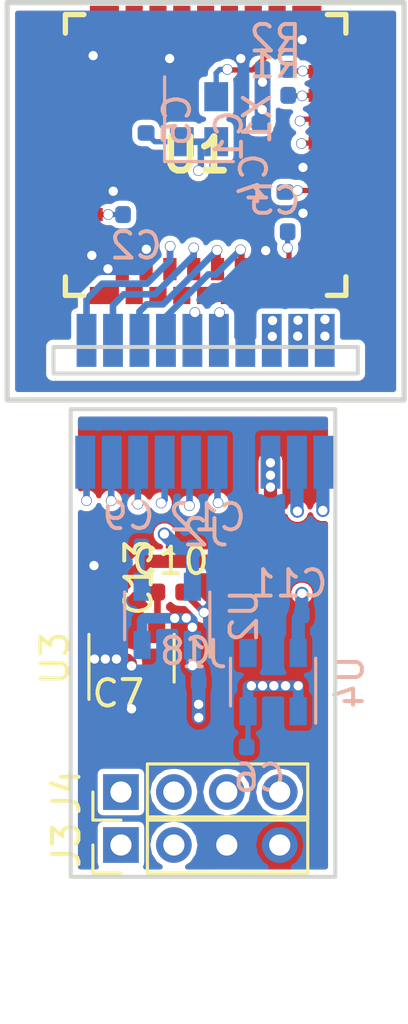
<source format=kicad_pcb>
(kicad_pcb (version 20171130) (host pcbnew 5.0.1-33cea8e~68~ubuntu16.04.1)

  (general
    (thickness 1)
    (drawings 12)
    (tracks 278)
    (zones 0)
    (modules 24)
    (nets 27)
  )

  (page A4)
  (layers
    (0 F.Cu signal)
    (1 In1.Cu signal)
    (2 In2.Cu signal)
    (31 B.Cu signal)
    (32 B.Adhes user)
    (33 F.Adhes user)
    (34 B.Paste user)
    (35 F.Paste user)
    (36 B.SilkS user)
    (37 F.SilkS user)
    (38 B.Mask user)
    (39 F.Mask user)
    (40 Dwgs.User user)
    (41 Cmts.User user)
    (42 Eco1.User user)
    (43 Eco2.User user)
    (44 Edge.Cuts user)
    (45 Margin user)
    (46 B.CrtYd user)
    (47 F.CrtYd user)
    (48 B.Fab user)
    (49 F.Fab user)
  )

  (setup
    (last_trace_width 0.5)
    (user_trace_width 0.2)
    (user_trace_width 0.25)
    (user_trace_width 0.4)
    (user_trace_width 0.5)
    (user_trace_width 0.6)
    (user_trace_width 0.75)
    (user_trace_width 1)
    (user_trace_width 1.5)
    (trace_clearance 0.127)
    (zone_clearance 0.2)
    (zone_45_only no)
    (trace_min 0.127)
    (segment_width 0.2)
    (edge_width 0.15)
    (via_size 0.4)
    (via_drill 0.35)
    (via_min_size 0.35)
    (via_min_drill 0.3)
    (uvia_size 0.3)
    (uvia_drill 0.1)
    (uvias_allowed no)
    (uvia_min_size 0.2)
    (uvia_min_drill 0.1)
    (pcb_text_width 0.3)
    (pcb_text_size 1.5 1.5)
    (mod_edge_width 0.15)
    (mod_text_size 1 1)
    (mod_text_width 0.15)
    (pad_size 1.524 1.524)
    (pad_drill 0.762)
    (pad_to_mask_clearance 0.051)
    (solder_mask_min_width 0.25)
    (aux_axis_origin 0 0)
    (visible_elements FFFFFF7F)
    (pcbplotparams
      (layerselection 0x010fc_ffffffff)
      (usegerberextensions false)
      (usegerberattributes false)
      (usegerberadvancedattributes false)
      (creategerberjobfile false)
      (excludeedgelayer true)
      (linewidth 0.100000)
      (plotframeref false)
      (viasonmask false)
      (mode 1)
      (useauxorigin false)
      (hpglpennumber 1)
      (hpglpenspeed 20)
      (hpglpendiameter 15.000000)
      (psnegative false)
      (psa4output false)
      (plotreference true)
      (plotvalue true)
      (plotinvisibletext false)
      (padsonsilk false)
      (subtractmaskfromsilk false)
      (outputformat 1)
      (mirror false)
      (drillshape 1)
      (scaleselection 1)
      (outputdirectory ""))
  )

  (net 0 "")
  (net 1 +2V8)
  (net 2 GND)
  (net 3 +1V2)
  (net 4 VCC28_IO)
  (net 5 +3V3)
  (net 6 "Net-(C9-Pad1)")
  (net 7 "Net-(C10-Pad1)")
  (net 8 "Net-(R1-Pad1)")
  (net 9 "Net-(R2-Pad1)")
  (net 10 MCLK)
  (net 11 "Net-(U4-Pad4)")
  (net 12 MOSI)
  (net 13 MISO)
  (net 14 SCK)
  (net 15 CS)
  (net 16 SDA)
  (net 17 SCL)
  (net 18 "Net-(U1-Pad2)")
  (net 19 "Net-(U1-Pad3)")
  (net 20 "Net-(U1-Pad4)")
  (net 21 "Net-(U1-Pad5)")
  (net 22 "Net-(U1-Pad17)")
  (net 23 "Net-(U1-Pad28)")
  (net 24 "Net-(U1-Pad29)")
  (net 25 "Net-(U1-Pad31)")
  (net 26 "Net-(U1-Pad32)")

  (net_class Default "This is the default net class."
    (clearance 0.127)
    (trace_width 0.127)
    (via_dia 0.4)
    (via_drill 0.35)
    (uvia_dia 0.3)
    (uvia_drill 0.1)
    (add_net +1V2)
    (add_net +2V8)
    (add_net +3V3)
    (add_net CS)
    (add_net GND)
    (add_net MCLK)
    (add_net MISO)
    (add_net MOSI)
    (add_net "Net-(C10-Pad1)")
    (add_net "Net-(C9-Pad1)")
    (add_net "Net-(R1-Pad1)")
    (add_net "Net-(R2-Pad1)")
    (add_net "Net-(U1-Pad17)")
    (add_net "Net-(U1-Pad2)")
    (add_net "Net-(U1-Pad28)")
    (add_net "Net-(U1-Pad29)")
    (add_net "Net-(U1-Pad3)")
    (add_net "Net-(U1-Pad31)")
    (add_net "Net-(U1-Pad32)")
    (add_net "Net-(U1-Pad4)")
    (add_net "Net-(U1-Pad5)")
    (add_net "Net-(U4-Pad4)")
    (add_net SCK)
    (add_net SCL)
    (add_net SDA)
    (add_net VCC28_IO)
  )

  (module Connector_PinHeader_2.00mm:PinHeader_1x04_P2.00mm_Vertical (layer F.Cu) (tedit 59FED667) (tstamp 5C8F6BAC)
    (at 4.3 31.8 90)
    (descr "Through hole straight pin header, 1x04, 2.00mm pitch, single row")
    (tags "Through hole pin header THT 1x04 2.00mm single row")
    (path /5C836F3E)
    (fp_text reference J3 (at 0 -2.06 90) (layer F.SilkS)
      (effects (font (size 1 1) (thickness 0.15)))
    )
    (fp_text value Conn_01x04_Male (at 0 8.06 90) (layer F.Fab)
      (effects (font (size 1 1) (thickness 0.15)))
    )
    (fp_text user %R (at 0 3 180) (layer F.Fab)
      (effects (font (size 1 1) (thickness 0.15)))
    )
    (fp_line (start 1.5 -1.5) (end -1.5 -1.5) (layer F.CrtYd) (width 0.05))
    (fp_line (start 1.5 7.5) (end 1.5 -1.5) (layer F.CrtYd) (width 0.05))
    (fp_line (start -1.5 7.5) (end 1.5 7.5) (layer F.CrtYd) (width 0.05))
    (fp_line (start -1.5 -1.5) (end -1.5 7.5) (layer F.CrtYd) (width 0.05))
    (fp_line (start -1.06 -1.06) (end 0 -1.06) (layer F.SilkS) (width 0.12))
    (fp_line (start -1.06 0) (end -1.06 -1.06) (layer F.SilkS) (width 0.12))
    (fp_line (start -1.06 1) (end 1.06 1) (layer F.SilkS) (width 0.12))
    (fp_line (start 1.06 1) (end 1.06 7.06) (layer F.SilkS) (width 0.12))
    (fp_line (start -1.06 1) (end -1.06 7.06) (layer F.SilkS) (width 0.12))
    (fp_line (start -1.06 7.06) (end 1.06 7.06) (layer F.SilkS) (width 0.12))
    (fp_line (start -1 -0.5) (end -0.5 -1) (layer F.Fab) (width 0.1))
    (fp_line (start -1 7) (end -1 -0.5) (layer F.Fab) (width 0.1))
    (fp_line (start 1 7) (end -1 7) (layer F.Fab) (width 0.1))
    (fp_line (start 1 -1) (end 1 7) (layer F.Fab) (width 0.1))
    (fp_line (start -0.5 -1) (end 1 -1) (layer F.Fab) (width 0.1))
    (pad 4 thru_hole oval (at 0 6 90) (size 1.35 1.35) (drill 0.8) (layers *.Cu *.Mask)
      (net 5 +3V3))
    (pad 3 thru_hole oval (at 0 4 90) (size 1.35 1.35) (drill 0.8) (layers *.Cu *.Mask)
      (net 2 GND))
    (pad 2 thru_hole oval (at 0 2 90) (size 1.35 1.35) (drill 0.8) (layers *.Cu *.Mask)
      (net 17 SCL))
    (pad 1 thru_hole rect (at 0 0 90) (size 1.35 1.35) (drill 0.8) (layers *.Cu *.Mask)
      (net 16 SDA))
    (model ${KISYS3DMOD}/Connector_PinHeader_2.00mm.3dshapes/PinHeader_1x04_P2.00mm_Vertical.wrl
      (at (xyz 0 0 0))
      (scale (xyz 1 1 1))
      (rotate (xyz 0 0 0))
    )
  )

  (module Connector_PinHeader_2.00mm:PinHeader_1x04_P2.00mm_Vertical (layer F.Cu) (tedit 59FED667) (tstamp 5C8F6BAB)
    (at 4.3 29.8 90)
    (descr "Through hole straight pin header, 1x04, 2.00mm pitch, single row")
    (tags "Through hole pin header THT 1x04 2.00mm single row")
    (path /5C836FAA)
    (fp_text reference J4 (at 0 -2.06 90) (layer F.SilkS)
      (effects (font (size 1 1) (thickness 0.15)))
    )
    (fp_text value Conn_01x04_Male (at 0 8.06 90) (layer F.Fab)
      (effects (font (size 1 1) (thickness 0.15)))
    )
    (fp_line (start -0.5 -1) (end 1 -1) (layer F.Fab) (width 0.1))
    (fp_line (start 1 -1) (end 1 7) (layer F.Fab) (width 0.1))
    (fp_line (start 1 7) (end -1 7) (layer F.Fab) (width 0.1))
    (fp_line (start -1 7) (end -1 -0.5) (layer F.Fab) (width 0.1))
    (fp_line (start -1 -0.5) (end -0.5 -1) (layer F.Fab) (width 0.1))
    (fp_line (start -1.06 7.06) (end 1.06 7.06) (layer F.SilkS) (width 0.12))
    (fp_line (start -1.06 1) (end -1.06 7.06) (layer F.SilkS) (width 0.12))
    (fp_line (start 1.06 1) (end 1.06 7.06) (layer F.SilkS) (width 0.12))
    (fp_line (start -1.06 1) (end 1.06 1) (layer F.SilkS) (width 0.12))
    (fp_line (start -1.06 0) (end -1.06 -1.06) (layer F.SilkS) (width 0.12))
    (fp_line (start -1.06 -1.06) (end 0 -1.06) (layer F.SilkS) (width 0.12))
    (fp_line (start -1.5 -1.5) (end -1.5 7.5) (layer F.CrtYd) (width 0.05))
    (fp_line (start -1.5 7.5) (end 1.5 7.5) (layer F.CrtYd) (width 0.05))
    (fp_line (start 1.5 7.5) (end 1.5 -1.5) (layer F.CrtYd) (width 0.05))
    (fp_line (start 1.5 -1.5) (end -1.5 -1.5) (layer F.CrtYd) (width 0.05))
    (fp_text user %R (at 0 3 180) (layer F.Fab)
      (effects (font (size 1 1) (thickness 0.15)))
    )
    (pad 1 thru_hole rect (at 0 0 90) (size 1.35 1.35) (drill 0.8) (layers *.Cu *.Mask)
      (net 12 MOSI))
    (pad 2 thru_hole oval (at 0 2 90) (size 1.35 1.35) (drill 0.8) (layers *.Cu *.Mask)
      (net 13 MISO))
    (pad 3 thru_hole oval (at 0 4 90) (size 1.35 1.35) (drill 0.8) (layers *.Cu *.Mask)
      (net 14 SCK))
    (pad 4 thru_hole oval (at 0 6 90) (size 1.35 1.35) (drill 0.8) (layers *.Cu *.Mask)
      (net 15 CS))
    (model ${KISYS3DMOD}/Connector_PinHeader_2.00mm.3dshapes/PinHeader_1x04_P2.00mm_Vertical.wrl
      (at (xyz 0 0 0))
      (scale (xyz 1 1 1))
      (rotate (xyz 0 0 0))
    )
  )

  (module "Board to Board:10PIN" (layer B.Cu) (tedit 5C82E07E) (tstamp 5C8F3351)
    (at 7.5 12.75)
    (path /5C843531)
    (fp_text reference J2 (at 0 7.25) (layer B.SilkS)
      (effects (font (size 1 1) (thickness 0.15)) (justify mirror))
    )
    (fp_text value Conn_01x10_Male (at 0 5) (layer B.Fab)
      (effects (font (size 1 1) (thickness 0.15)) (justify mirror))
    )
    (pad 10 smd rect (at 4.5 0) (size 0.75 2) (layers B.Cu B.Paste B.Mask)
      (net 3 +1V2))
    (pad 9 smd rect (at 3.5 0) (size 0.75 2) (layers B.Cu B.Paste B.Mask)
      (net 1 +2V8))
    (pad 8 smd rect (at 2.5 0) (size 0.75 2) (layers B.Cu B.Paste B.Mask)
      (net 4 VCC28_IO))
    (pad 7 smd rect (at 1.5 0) (size 0.75 2) (layers B.Cu B.Paste B.Mask)
      (net 2 GND))
    (pad 6 smd rect (at 0.5 0) (size 0.75 2) (layers B.Cu B.Paste B.Mask)
      (net 17 SCL))
    (pad 5 smd rect (at -0.5 0) (size 0.75 2) (layers B.Cu B.Paste B.Mask)
      (net 16 SDA))
    (pad 4 smd rect (at -1.5 0) (size 0.75 2) (layers B.Cu B.Paste B.Mask)
      (net 15 CS))
    (pad 3 smd rect (at -2.5 0) (size 0.75 2) (layers B.Cu B.Paste B.Mask)
      (net 14 SCK))
    (pad 2 smd rect (at -3.5 0) (size 0.75 2) (layers B.Cu B.Paste B.Mask)
      (net 13 MISO))
    (pad 1 smd rect (at -4.5 0) (size 0.75 2) (layers B.Cu B.Paste B.Mask)
      (net 12 MOSI))
  )

  (module "Board to Board:10PIN" (layer B.Cu) (tedit 5C82E07E) (tstamp 5C8F3343)
    (at 7.45 17.35)
    (path /5C843271)
    (fp_text reference J1 (at 0 7.25) (layer B.SilkS)
      (effects (font (size 1 1) (thickness 0.15)) (justify mirror))
    )
    (fp_text value Conn_01x10_Female (at 0 5) (layer B.Fab)
      (effects (font (size 1 1) (thickness 0.15)) (justify mirror))
    )
    (pad 10 smd rect (at 4.5 0) (size 0.75 2) (layers B.Cu B.Paste B.Mask)
      (net 3 +1V2))
    (pad 9 smd rect (at 3.5 0) (size 0.75 2) (layers B.Cu B.Paste B.Mask)
      (net 1 +2V8))
    (pad 8 smd rect (at 2.5 0) (size 0.75 2) (layers B.Cu B.Paste B.Mask)
      (net 4 VCC28_IO))
    (pad 7 smd rect (at 1.5 0) (size 0.75 2) (layers B.Cu B.Paste B.Mask)
      (net 2 GND))
    (pad 6 smd rect (at 0.5 0) (size 0.75 2) (layers B.Cu B.Paste B.Mask)
      (net 17 SCL))
    (pad 5 smd rect (at -0.5 0) (size 0.75 2) (layers B.Cu B.Paste B.Mask)
      (net 16 SDA))
    (pad 4 smd rect (at -1.5 0) (size 0.75 2) (layers B.Cu B.Paste B.Mask)
      (net 15 CS))
    (pad 3 smd rect (at -2.5 0) (size 0.75 2) (layers B.Cu B.Paste B.Mask)
      (net 14 SCK))
    (pad 2 smd rect (at -3.5 0) (size 0.75 2) (layers B.Cu B.Paste B.Mask)
      (net 13 MISO))
    (pad 1 smd rect (at -4.5 0) (size 0.75 2) (layers B.Cu B.Paste B.Mask)
      (net 12 MOSI))
  )

  (module Capacitor_SMD:C_0402_1005Metric (layer B.Cu) (tedit 5B301BBE) (tstamp 5C9B1D5D)
    (at 9.55 5.035 270)
    (descr "Capacitor SMD 0402 (1005 Metric), square (rectangular) end terminal, IPC_7351 nominal, (Body size source: http://www.tortai-tech.com/upload/download/2011102023233369053.pdf), generated with kicad-footprint-generator")
    (tags capacitor)
    (path /5C82EA75)
    (attr smd)
    (fp_text reference C1 (at 0 1.17 270) (layer B.SilkS)
      (effects (font (size 1 1) (thickness 0.15)) (justify mirror))
    )
    (fp_text value 0.1Uf (at 0 -1.17 270) (layer B.Fab)
      (effects (font (size 1 1) (thickness 0.15)) (justify mirror))
    )
    (fp_line (start -0.5 -0.25) (end -0.5 0.25) (layer B.Fab) (width 0.1))
    (fp_line (start -0.5 0.25) (end 0.5 0.25) (layer B.Fab) (width 0.1))
    (fp_line (start 0.5 0.25) (end 0.5 -0.25) (layer B.Fab) (width 0.1))
    (fp_line (start 0.5 -0.25) (end -0.5 -0.25) (layer B.Fab) (width 0.1))
    (fp_line (start -0.93 -0.47) (end -0.93 0.47) (layer B.CrtYd) (width 0.05))
    (fp_line (start -0.93 0.47) (end 0.93 0.47) (layer B.CrtYd) (width 0.05))
    (fp_line (start 0.93 0.47) (end 0.93 -0.47) (layer B.CrtYd) (width 0.05))
    (fp_line (start 0.93 -0.47) (end -0.93 -0.47) (layer B.CrtYd) (width 0.05))
    (fp_text user %R (at 0 0 270) (layer B.Fab)
      (effects (font (size 0.25 0.25) (thickness 0.04)) (justify mirror))
    )
    (pad 1 smd roundrect (at -0.485 0 270) (size 0.59 0.64) (layers B.Cu B.Paste B.Mask) (roundrect_rratio 0.25)
      (net 1 +2V8))
    (pad 2 smd roundrect (at 0.485 0 270) (size 0.59 0.64) (layers B.Cu B.Paste B.Mask) (roundrect_rratio 0.25)
      (net 2 GND))
    (model ${KISYS3DMOD}/Capacitor_SMD.3dshapes/C_0402_1005Metric.wrl
      (at (xyz 0 0 0))
      (scale (xyz 1 1 1))
      (rotate (xyz 0 0 0))
    )
  )

  (module Capacitor_SMD:C_0402_1005Metric (layer B.Cu) (tedit 5B301BBE) (tstamp 5C9B1D6C)
    (at 4.865 8)
    (descr "Capacitor SMD 0402 (1005 Metric), square (rectangular) end terminal, IPC_7351 nominal, (Body size source: http://www.tortai-tech.com/upload/download/2011102023233369053.pdf), generated with kicad-footprint-generator")
    (tags capacitor)
    (path /5C82FFC8)
    (attr smd)
    (fp_text reference C2 (at 0 1.17) (layer B.SilkS)
      (effects (font (size 1 1) (thickness 0.15)) (justify mirror))
    )
    (fp_text value 0.1Uf (at 0 -1.17) (layer B.Fab)
      (effects (font (size 1 1) (thickness 0.15)) (justify mirror))
    )
    (fp_text user %R (at 0 0) (layer B.Fab)
      (effects (font (size 0.25 0.25) (thickness 0.04)) (justify mirror))
    )
    (fp_line (start 0.93 -0.47) (end -0.93 -0.47) (layer B.CrtYd) (width 0.05))
    (fp_line (start 0.93 0.47) (end 0.93 -0.47) (layer B.CrtYd) (width 0.05))
    (fp_line (start -0.93 0.47) (end 0.93 0.47) (layer B.CrtYd) (width 0.05))
    (fp_line (start -0.93 -0.47) (end -0.93 0.47) (layer B.CrtYd) (width 0.05))
    (fp_line (start 0.5 -0.25) (end -0.5 -0.25) (layer B.Fab) (width 0.1))
    (fp_line (start 0.5 0.25) (end 0.5 -0.25) (layer B.Fab) (width 0.1))
    (fp_line (start -0.5 0.25) (end 0.5 0.25) (layer B.Fab) (width 0.1))
    (fp_line (start -0.5 -0.25) (end -0.5 0.25) (layer B.Fab) (width 0.1))
    (pad 2 smd roundrect (at 0.485 0) (size 0.59 0.64) (layers B.Cu B.Paste B.Mask) (roundrect_rratio 0.25)
      (net 2 GND))
    (pad 1 smd roundrect (at -0.485 0) (size 0.59 0.64) (layers B.Cu B.Paste B.Mask) (roundrect_rratio 0.25)
      (net 3 +1V2))
    (model ${KISYS3DMOD}/Capacitor_SMD.3dshapes/C_0402_1005Metric.wrl
      (at (xyz 0 0 0))
      (scale (xyz 1 1 1))
      (rotate (xyz 0 0 0))
    )
  )

  (module Capacitor_SMD:C_0402_1005Metric (layer B.Cu) (tedit 5B301BBE) (tstamp 5C9B1D7B)
    (at 10.115 8.65 180)
    (descr "Capacitor SMD 0402 (1005 Metric), square (rectangular) end terminal, IPC_7351 nominal, (Body size source: http://www.tortai-tech.com/upload/download/2011102023233369053.pdf), generated with kicad-footprint-generator")
    (tags capacitor)
    (path /5C830403)
    (attr smd)
    (fp_text reference C3 (at 0 1.17 180) (layer B.SilkS)
      (effects (font (size 1 1) (thickness 0.15)) (justify mirror))
    )
    (fp_text value 0.1Uf (at 0 -1.17 180) (layer B.Fab)
      (effects (font (size 1 1) (thickness 0.15)) (justify mirror))
    )
    (fp_line (start -0.5 -0.25) (end -0.5 0.25) (layer B.Fab) (width 0.1))
    (fp_line (start -0.5 0.25) (end 0.5 0.25) (layer B.Fab) (width 0.1))
    (fp_line (start 0.5 0.25) (end 0.5 -0.25) (layer B.Fab) (width 0.1))
    (fp_line (start 0.5 -0.25) (end -0.5 -0.25) (layer B.Fab) (width 0.1))
    (fp_line (start -0.93 -0.47) (end -0.93 0.47) (layer B.CrtYd) (width 0.05))
    (fp_line (start -0.93 0.47) (end 0.93 0.47) (layer B.CrtYd) (width 0.05))
    (fp_line (start 0.93 0.47) (end 0.93 -0.47) (layer B.CrtYd) (width 0.05))
    (fp_line (start 0.93 -0.47) (end -0.93 -0.47) (layer B.CrtYd) (width 0.05))
    (fp_text user %R (at 0 0 180) (layer B.Fab)
      (effects (font (size 0.25 0.25) (thickness 0.04)) (justify mirror))
    )
    (pad 1 smd roundrect (at -0.485 0 180) (size 0.59 0.64) (layers B.Cu B.Paste B.Mask) (roundrect_rratio 0.25)
      (net 4 VCC28_IO))
    (pad 2 smd roundrect (at 0.485 0 180) (size 0.59 0.64) (layers B.Cu B.Paste B.Mask) (roundrect_rratio 0.25)
      (net 2 GND))
    (model ${KISYS3DMOD}/Capacitor_SMD.3dshapes/C_0402_1005Metric.wrl
      (at (xyz 0 0 0))
      (scale (xyz 1 1 1))
      (rotate (xyz 0 0 0))
    )
  )

  (module Capacitor_SMD:C_0402_1005Metric (layer B.Cu) (tedit 5B301BBE) (tstamp 5C9B1D8A)
    (at 10.5 6.665 270)
    (descr "Capacitor SMD 0402 (1005 Metric), square (rectangular) end terminal, IPC_7351 nominal, (Body size source: http://www.tortai-tech.com/upload/download/2011102023233369053.pdf), generated with kicad-footprint-generator")
    (tags capacitor)
    (path /5C830ACF)
    (attr smd)
    (fp_text reference C4 (at 0 1.17 270) (layer B.SilkS)
      (effects (font (size 1 1) (thickness 0.15)) (justify mirror))
    )
    (fp_text value 0.1Uf (at 0 -1.17 270) (layer B.Fab)
      (effects (font (size 1 1) (thickness 0.15)) (justify mirror))
    )
    (fp_text user %R (at 0 0 270) (layer B.Fab)
      (effects (font (size 0.25 0.25) (thickness 0.04)) (justify mirror))
    )
    (fp_line (start 0.93 -0.47) (end -0.93 -0.47) (layer B.CrtYd) (width 0.05))
    (fp_line (start 0.93 0.47) (end 0.93 -0.47) (layer B.CrtYd) (width 0.05))
    (fp_line (start -0.93 0.47) (end 0.93 0.47) (layer B.CrtYd) (width 0.05))
    (fp_line (start -0.93 -0.47) (end -0.93 0.47) (layer B.CrtYd) (width 0.05))
    (fp_line (start 0.5 -0.25) (end -0.5 -0.25) (layer B.Fab) (width 0.1))
    (fp_line (start 0.5 0.25) (end 0.5 -0.25) (layer B.Fab) (width 0.1))
    (fp_line (start -0.5 0.25) (end 0.5 0.25) (layer B.Fab) (width 0.1))
    (fp_line (start -0.5 -0.25) (end -0.5 0.25) (layer B.Fab) (width 0.1))
    (pad 2 smd roundrect (at 0.485 0 270) (size 0.59 0.64) (layers B.Cu B.Paste B.Mask) (roundrect_rratio 0.25)
      (net 1 +2V8))
    (pad 1 smd roundrect (at -0.485 0 270) (size 0.59 0.64) (layers B.Cu B.Paste B.Mask) (roundrect_rratio 0.25)
      (net 2 GND))
    (model ${KISYS3DMOD}/Capacitor_SMD.3dshapes/C_0402_1005Metric.wrl
      (at (xyz 0 0 0))
      (scale (xyz 1 1 1))
      (rotate (xyz 0 0 0))
    )
  )

  (module Capacitor_SMD:C_0402_1005Metric (layer B.Cu) (tedit 5B301BBE) (tstamp 5C9B1D99)
    (at 5.25 4.435 90)
    (descr "Capacitor SMD 0402 (1005 Metric), square (rectangular) end terminal, IPC_7351 nominal, (Body size source: http://www.tortai-tech.com/upload/download/2011102023233369053.pdf), generated with kicad-footprint-generator")
    (tags capacitor)
    (path /5C82F3E4)
    (attr smd)
    (fp_text reference C5 (at 0 1.17 90) (layer B.SilkS)
      (effects (font (size 1 1) (thickness 0.15)) (justify mirror))
    )
    (fp_text value 0.1uF (at 0 -1.17 90) (layer B.Fab)
      (effects (font (size 1 1) (thickness 0.15)) (justify mirror))
    )
    (fp_line (start -0.5 -0.25) (end -0.5 0.25) (layer B.Fab) (width 0.1))
    (fp_line (start -0.5 0.25) (end 0.5 0.25) (layer B.Fab) (width 0.1))
    (fp_line (start 0.5 0.25) (end 0.5 -0.25) (layer B.Fab) (width 0.1))
    (fp_line (start 0.5 -0.25) (end -0.5 -0.25) (layer B.Fab) (width 0.1))
    (fp_line (start -0.93 -0.47) (end -0.93 0.47) (layer B.CrtYd) (width 0.05))
    (fp_line (start -0.93 0.47) (end 0.93 0.47) (layer B.CrtYd) (width 0.05))
    (fp_line (start 0.93 0.47) (end 0.93 -0.47) (layer B.CrtYd) (width 0.05))
    (fp_line (start 0.93 -0.47) (end -0.93 -0.47) (layer B.CrtYd) (width 0.05))
    (fp_text user %R (at 0 0 90) (layer B.Fab)
      (effects (font (size 0.25 0.25) (thickness 0.04)) (justify mirror))
    )
    (pad 1 smd roundrect (at -0.485 0 90) (size 0.59 0.64) (layers B.Cu B.Paste B.Mask) (roundrect_rratio 0.25)
      (net 1 +2V8))
    (pad 2 smd roundrect (at 0.485 0 90) (size 0.59 0.64) (layers B.Cu B.Paste B.Mask) (roundrect_rratio 0.25)
      (net 2 GND))
    (model ${KISYS3DMOD}/Capacitor_SMD.3dshapes/C_0402_1005Metric.wrl
      (at (xyz 0 0 0))
      (scale (xyz 1 1 1))
      (rotate (xyz 0 0 0))
    )
  )

  (module Capacitor_SMD:C_0402_1005Metric (layer B.Cu) (tedit 5B301BBE) (tstamp 5C9B1DA8)
    (at 9.535 28.1)
    (descr "Capacitor SMD 0402 (1005 Metric), square (rectangular) end terminal, IPC_7351 nominal, (Body size source: http://www.tortai-tech.com/upload/download/2011102023233369053.pdf), generated with kicad-footprint-generator")
    (tags capacitor)
    (path /5C8371CD)
    (attr smd)
    (fp_text reference C6 (at 0 1.17) (layer B.SilkS)
      (effects (font (size 1 1) (thickness 0.15)) (justify mirror))
    )
    (fp_text value 1Uf (at 0 -1.17) (layer B.Fab)
      (effects (font (size 1 1) (thickness 0.15)) (justify mirror))
    )
    (fp_text user %R (at 0 0) (layer B.Fab)
      (effects (font (size 0.25 0.25) (thickness 0.04)) (justify mirror))
    )
    (fp_line (start 0.93 -0.47) (end -0.93 -0.47) (layer B.CrtYd) (width 0.05))
    (fp_line (start 0.93 0.47) (end 0.93 -0.47) (layer B.CrtYd) (width 0.05))
    (fp_line (start -0.93 0.47) (end 0.93 0.47) (layer B.CrtYd) (width 0.05))
    (fp_line (start -0.93 -0.47) (end -0.93 0.47) (layer B.CrtYd) (width 0.05))
    (fp_line (start 0.5 -0.25) (end -0.5 -0.25) (layer B.Fab) (width 0.1))
    (fp_line (start 0.5 0.25) (end 0.5 -0.25) (layer B.Fab) (width 0.1))
    (fp_line (start -0.5 0.25) (end 0.5 0.25) (layer B.Fab) (width 0.1))
    (fp_line (start -0.5 -0.25) (end -0.5 0.25) (layer B.Fab) (width 0.1))
    (pad 2 smd roundrect (at 0.485 0) (size 0.59 0.64) (layers B.Cu B.Paste B.Mask) (roundrect_rratio 0.25)
      (net 2 GND))
    (pad 1 smd roundrect (at -0.485 0) (size 0.59 0.64) (layers B.Cu B.Paste B.Mask) (roundrect_rratio 0.25)
      (net 5 +3V3))
    (model ${KISYS3DMOD}/Capacitor_SMD.3dshapes/C_0402_1005Metric.wrl
      (at (xyz 0 0 0))
      (scale (xyz 1 1 1))
      (rotate (xyz 0 0 0))
    )
  )

  (module Capacitor_SMD:C_0402_1005Metric (layer F.Cu) (tedit 5B301BBE) (tstamp 5C9B1DB7)
    (at 4.2 27.25)
    (descr "Capacitor SMD 0402 (1005 Metric), square (rectangular) end terminal, IPC_7351 nominal, (Body size source: http://www.tortai-tech.com/upload/download/2011102023233369053.pdf), generated with kicad-footprint-generator")
    (tags capacitor)
    (path /5C836B1B)
    (attr smd)
    (fp_text reference C7 (at 0 -1.17) (layer F.SilkS)
      (effects (font (size 1 1) (thickness 0.15)))
    )
    (fp_text value 1Uf (at 0 1.17) (layer F.Fab)
      (effects (font (size 1 1) (thickness 0.15)))
    )
    (fp_text user %R (at 0 0) (layer F.Fab)
      (effects (font (size 0.25 0.25) (thickness 0.04)))
    )
    (fp_line (start 0.93 0.47) (end -0.93 0.47) (layer F.CrtYd) (width 0.05))
    (fp_line (start 0.93 -0.47) (end 0.93 0.47) (layer F.CrtYd) (width 0.05))
    (fp_line (start -0.93 -0.47) (end 0.93 -0.47) (layer F.CrtYd) (width 0.05))
    (fp_line (start -0.93 0.47) (end -0.93 -0.47) (layer F.CrtYd) (width 0.05))
    (fp_line (start 0.5 0.25) (end -0.5 0.25) (layer F.Fab) (width 0.1))
    (fp_line (start 0.5 -0.25) (end 0.5 0.25) (layer F.Fab) (width 0.1))
    (fp_line (start -0.5 -0.25) (end 0.5 -0.25) (layer F.Fab) (width 0.1))
    (fp_line (start -0.5 0.25) (end -0.5 -0.25) (layer F.Fab) (width 0.1))
    (pad 2 smd roundrect (at 0.485 0) (size 0.59 0.64) (layers F.Cu F.Paste F.Mask) (roundrect_rratio 0.25)
      (net 2 GND))
    (pad 1 smd roundrect (at -0.485 0) (size 0.59 0.64) (layers F.Cu F.Paste F.Mask) (roundrect_rratio 0.25)
      (net 5 +3V3))
    (model ${KISYS3DMOD}/Capacitor_SMD.3dshapes/C_0402_1005Metric.wrl
      (at (xyz 0 0 0))
      (scale (xyz 1 1 1))
      (rotate (xyz 0 0 0))
    )
  )

  (module Capacitor_SMD:C_0402_1005Metric (layer B.Cu) (tedit 5B301BBE) (tstamp 5C9B1DC6)
    (at 6.75 25.65 180)
    (descr "Capacitor SMD 0402 (1005 Metric), square (rectangular) end terminal, IPC_7351 nominal, (Body size source: http://www.tortai-tech.com/upload/download/2011102023233369053.pdf), generated with kicad-footprint-generator")
    (tags capacitor)
    (path /5C836BED)
    (attr smd)
    (fp_text reference C8 (at 0 1.17 180) (layer B.SilkS)
      (effects (font (size 1 1) (thickness 0.15)) (justify mirror))
    )
    (fp_text value 1Uf (at 0 -1.17 180) (layer B.Fab)
      (effects (font (size 1 1) (thickness 0.15)) (justify mirror))
    )
    (fp_line (start -0.5 -0.25) (end -0.5 0.25) (layer B.Fab) (width 0.1))
    (fp_line (start -0.5 0.25) (end 0.5 0.25) (layer B.Fab) (width 0.1))
    (fp_line (start 0.5 0.25) (end 0.5 -0.25) (layer B.Fab) (width 0.1))
    (fp_line (start 0.5 -0.25) (end -0.5 -0.25) (layer B.Fab) (width 0.1))
    (fp_line (start -0.93 -0.47) (end -0.93 0.47) (layer B.CrtYd) (width 0.05))
    (fp_line (start -0.93 0.47) (end 0.93 0.47) (layer B.CrtYd) (width 0.05))
    (fp_line (start 0.93 0.47) (end 0.93 -0.47) (layer B.CrtYd) (width 0.05))
    (fp_line (start 0.93 -0.47) (end -0.93 -0.47) (layer B.CrtYd) (width 0.05))
    (fp_text user %R (at 0 0 180) (layer B.Fab)
      (effects (font (size 0.25 0.25) (thickness 0.04)) (justify mirror))
    )
    (pad 1 smd roundrect (at -0.485 0 180) (size 0.59 0.64) (layers B.Cu B.Paste B.Mask) (roundrect_rratio 0.25)
      (net 5 +3V3))
    (pad 2 smd roundrect (at 0.485 0 180) (size 0.59 0.64) (layers B.Cu B.Paste B.Mask) (roundrect_rratio 0.25)
      (net 2 GND))
    (model ${KISYS3DMOD}/Capacitor_SMD.3dshapes/C_0402_1005Metric.wrl
      (at (xyz 0 0 0))
      (scale (xyz 1 1 1))
      (rotate (xyz 0 0 0))
    )
  )

  (module Capacitor_SMD:C_0402_1005Metric (layer B.Cu) (tedit 5B301BBE) (tstamp 5C8F3F3A)
    (at 4.585 20.55 180)
    (descr "Capacitor SMD 0402 (1005 Metric), square (rectangular) end terminal, IPC_7351 nominal, (Body size source: http://www.tortai-tech.com/upload/download/2011102023233369053.pdf), generated with kicad-footprint-generator")
    (tags capacitor)
    (path /5C831DEA)
    (attr smd)
    (fp_text reference C9 (at 0 1.17 180) (layer B.SilkS)
      (effects (font (size 1 1) (thickness 0.15)) (justify mirror))
    )
    (fp_text value 47pf (at 0 -1.17 180) (layer B.Fab)
      (effects (font (size 1 1) (thickness 0.15)) (justify mirror))
    )
    (fp_line (start -0.5 -0.25) (end -0.5 0.25) (layer B.Fab) (width 0.1))
    (fp_line (start -0.5 0.25) (end 0.5 0.25) (layer B.Fab) (width 0.1))
    (fp_line (start 0.5 0.25) (end 0.5 -0.25) (layer B.Fab) (width 0.1))
    (fp_line (start 0.5 -0.25) (end -0.5 -0.25) (layer B.Fab) (width 0.1))
    (fp_line (start -0.93 -0.47) (end -0.93 0.47) (layer B.CrtYd) (width 0.05))
    (fp_line (start -0.93 0.47) (end 0.93 0.47) (layer B.CrtYd) (width 0.05))
    (fp_line (start 0.93 0.47) (end 0.93 -0.47) (layer B.CrtYd) (width 0.05))
    (fp_line (start 0.93 -0.47) (end -0.93 -0.47) (layer B.CrtYd) (width 0.05))
    (fp_text user %R (at 0 0 180) (layer B.Fab)
      (effects (font (size 0.25 0.25) (thickness 0.04)) (justify mirror))
    )
    (pad 1 smd roundrect (at -0.485 0 180) (size 0.59 0.64) (layers B.Cu B.Paste B.Mask) (roundrect_rratio 0.25)
      (net 6 "Net-(C9-Pad1)"))
    (pad 2 smd roundrect (at 0.485 0 180) (size 0.59 0.64) (layers B.Cu B.Paste B.Mask) (roundrect_rratio 0.25)
      (net 2 GND))
    (model ${KISYS3DMOD}/Capacitor_SMD.3dshapes/C_0402_1005Metric.wrl
      (at (xyz 0 0 0))
      (scale (xyz 1 1 1))
      (rotate (xyz 0 0 0))
    )
  )

  (module Capacitor_SMD:C_0402_1005Metric (layer F.Cu) (tedit 5B301BBE) (tstamp 5C9B1DE4)
    (at 6.165 22.25)
    (descr "Capacitor SMD 0402 (1005 Metric), square (rectangular) end terminal, IPC_7351 nominal, (Body size source: http://www.tortai-tech.com/upload/download/2011102023233369053.pdf), generated with kicad-footprint-generator")
    (tags capacitor)
    (path /5C83218E)
    (attr smd)
    (fp_text reference C10 (at 0 -1.17) (layer F.SilkS)
      (effects (font (size 1 1) (thickness 0.15)))
    )
    (fp_text value 47pf (at 0 1.17) (layer F.Fab)
      (effects (font (size 1 1) (thickness 0.15)))
    )
    (fp_text user %R (at 0 0) (layer F.Fab)
      (effects (font (size 0.25 0.25) (thickness 0.04)))
    )
    (fp_line (start 0.93 0.47) (end -0.93 0.47) (layer F.CrtYd) (width 0.05))
    (fp_line (start 0.93 -0.47) (end 0.93 0.47) (layer F.CrtYd) (width 0.05))
    (fp_line (start -0.93 -0.47) (end 0.93 -0.47) (layer F.CrtYd) (width 0.05))
    (fp_line (start -0.93 0.47) (end -0.93 -0.47) (layer F.CrtYd) (width 0.05))
    (fp_line (start 0.5 0.25) (end -0.5 0.25) (layer F.Fab) (width 0.1))
    (fp_line (start 0.5 -0.25) (end 0.5 0.25) (layer F.Fab) (width 0.1))
    (fp_line (start -0.5 -0.25) (end 0.5 -0.25) (layer F.Fab) (width 0.1))
    (fp_line (start -0.5 0.25) (end -0.5 -0.25) (layer F.Fab) (width 0.1))
    (pad 2 smd roundrect (at 0.485 0) (size 0.59 0.64) (layers F.Cu F.Paste F.Mask) (roundrect_rratio 0.25)
      (net 2 GND))
    (pad 1 smd roundrect (at -0.485 0) (size 0.59 0.64) (layers F.Cu F.Paste F.Mask) (roundrect_rratio 0.25)
      (net 7 "Net-(C10-Pad1)"))
    (model ${KISYS3DMOD}/Capacitor_SMD.3dshapes/C_0402_1005Metric.wrl
      (at (xyz 0 0 0))
      (scale (xyz 1 1 1))
      (rotate (xyz 0 0 0))
    )
  )

  (module Capacitor_SMD:C_0402_1005Metric (layer B.Cu) (tedit 5B301BBE) (tstamp 5C9B1DF3)
    (at 10.65 23.1 180)
    (descr "Capacitor SMD 0402 (1005 Metric), square (rectangular) end terminal, IPC_7351 nominal, (Body size source: http://www.tortai-tech.com/upload/download/2011102023233369053.pdf), generated with kicad-footprint-generator")
    (tags capacitor)
    (path /5C837796)
    (attr smd)
    (fp_text reference C11 (at 0 1.17 180) (layer B.SilkS)
      (effects (font (size 1 1) (thickness 0.15)) (justify mirror))
    )
    (fp_text value 1Uf (at 0 -1.17 180) (layer B.Fab)
      (effects (font (size 1 1) (thickness 0.15)) (justify mirror))
    )
    (fp_line (start -0.5 -0.25) (end -0.5 0.25) (layer B.Fab) (width 0.1))
    (fp_line (start -0.5 0.25) (end 0.5 0.25) (layer B.Fab) (width 0.1))
    (fp_line (start 0.5 0.25) (end 0.5 -0.25) (layer B.Fab) (width 0.1))
    (fp_line (start 0.5 -0.25) (end -0.5 -0.25) (layer B.Fab) (width 0.1))
    (fp_line (start -0.93 -0.47) (end -0.93 0.47) (layer B.CrtYd) (width 0.05))
    (fp_line (start -0.93 0.47) (end 0.93 0.47) (layer B.CrtYd) (width 0.05))
    (fp_line (start 0.93 0.47) (end 0.93 -0.47) (layer B.CrtYd) (width 0.05))
    (fp_line (start 0.93 -0.47) (end -0.93 -0.47) (layer B.CrtYd) (width 0.05))
    (fp_text user %R (at 0 0 180) (layer B.Fab)
      (effects (font (size 0.25 0.25) (thickness 0.04)) (justify mirror))
    )
    (pad 1 smd roundrect (at -0.485 0 180) (size 0.59 0.64) (layers B.Cu B.Paste B.Mask) (roundrect_rratio 0.25)
      (net 3 +1V2))
    (pad 2 smd roundrect (at 0.485 0 180) (size 0.59 0.64) (layers B.Cu B.Paste B.Mask) (roundrect_rratio 0.25)
      (net 2 GND))
    (model ${KISYS3DMOD}/Capacitor_SMD.3dshapes/C_0402_1005Metric.wrl
      (at (xyz 0 0 0))
      (scale (xyz 1 1 1))
      (rotate (xyz 0 0 0))
    )
  )

  (module Capacitor_SMD:C_0402_1005Metric (layer B.Cu) (tedit 5B301BBE) (tstamp 5C9B1E02)
    (at 7.565 20.6 180)
    (descr "Capacitor SMD 0402 (1005 Metric), square (rectangular) end terminal, IPC_7351 nominal, (Body size source: http://www.tortai-tech.com/upload/download/2011102023233369053.pdf), generated with kicad-footprint-generator")
    (tags capacitor)
    (path /5C8339F8)
    (attr smd)
    (fp_text reference C12 (at 0 1.17 180) (layer B.SilkS)
      (effects (font (size 1 1) (thickness 0.15)) (justify mirror))
    )
    (fp_text value 1Uf (at 0 -1.17 180) (layer B.Fab)
      (effects (font (size 1 1) (thickness 0.15)) (justify mirror))
    )
    (fp_line (start -0.5 -0.25) (end -0.5 0.25) (layer B.Fab) (width 0.1))
    (fp_line (start -0.5 0.25) (end 0.5 0.25) (layer B.Fab) (width 0.1))
    (fp_line (start 0.5 0.25) (end 0.5 -0.25) (layer B.Fab) (width 0.1))
    (fp_line (start 0.5 -0.25) (end -0.5 -0.25) (layer B.Fab) (width 0.1))
    (fp_line (start -0.93 -0.47) (end -0.93 0.47) (layer B.CrtYd) (width 0.05))
    (fp_line (start -0.93 0.47) (end 0.93 0.47) (layer B.CrtYd) (width 0.05))
    (fp_line (start 0.93 0.47) (end 0.93 -0.47) (layer B.CrtYd) (width 0.05))
    (fp_line (start 0.93 -0.47) (end -0.93 -0.47) (layer B.CrtYd) (width 0.05))
    (fp_text user %R (at 0 0 180) (layer B.Fab)
      (effects (font (size 0.25 0.25) (thickness 0.04)) (justify mirror))
    )
    (pad 1 smd roundrect (at -0.485 0 180) (size 0.59 0.64) (layers B.Cu B.Paste B.Mask) (roundrect_rratio 0.25)
      (net 2 GND))
    (pad 2 smd roundrect (at 0.485 0 180) (size 0.59 0.64) (layers B.Cu B.Paste B.Mask) (roundrect_rratio 0.25)
      (net 1 +2V8))
    (model ${KISYS3DMOD}/Capacitor_SMD.3dshapes/C_0402_1005Metric.wrl
      (at (xyz 0 0 0))
      (scale (xyz 1 1 1))
      (rotate (xyz 0 0 0))
    )
  )

  (module Capacitor_SMD:C_0402_1005Metric (layer F.Cu) (tedit 5B301BBE) (tstamp 5C9B1E11)
    (at 3.8 21.7 270)
    (descr "Capacitor SMD 0402 (1005 Metric), square (rectangular) end terminal, IPC_7351 nominal, (Body size source: http://www.tortai-tech.com/upload/download/2011102023233369053.pdf), generated with kicad-footprint-generator")
    (tags capacitor)
    (path /5C833A75)
    (attr smd)
    (fp_text reference C13 (at 0 -1.17 270) (layer F.SilkS)
      (effects (font (size 1 1) (thickness 0.15)))
    )
    (fp_text value 1Uf (at 0 1.17 270) (layer F.Fab)
      (effects (font (size 1 1) (thickness 0.15)))
    )
    (fp_text user %R (at 0 0 270) (layer F.Fab)
      (effects (font (size 0.25 0.25) (thickness 0.04)))
    )
    (fp_line (start 0.93 0.47) (end -0.93 0.47) (layer F.CrtYd) (width 0.05))
    (fp_line (start 0.93 -0.47) (end 0.93 0.47) (layer F.CrtYd) (width 0.05))
    (fp_line (start -0.93 -0.47) (end 0.93 -0.47) (layer F.CrtYd) (width 0.05))
    (fp_line (start -0.93 0.47) (end -0.93 -0.47) (layer F.CrtYd) (width 0.05))
    (fp_line (start 0.5 0.25) (end -0.5 0.25) (layer F.Fab) (width 0.1))
    (fp_line (start 0.5 -0.25) (end 0.5 0.25) (layer F.Fab) (width 0.1))
    (fp_line (start -0.5 -0.25) (end 0.5 -0.25) (layer F.Fab) (width 0.1))
    (fp_line (start -0.5 0.25) (end -0.5 -0.25) (layer F.Fab) (width 0.1))
    (pad 2 smd roundrect (at 0.485 0 270) (size 0.59 0.64) (layers F.Cu F.Paste F.Mask) (roundrect_rratio 0.25)
      (net 4 VCC28_IO))
    (pad 1 smd roundrect (at -0.485 0 270) (size 0.59 0.64) (layers F.Cu F.Paste F.Mask) (roundrect_rratio 0.25)
      (net 2 GND))
    (model ${KISYS3DMOD}/Capacitor_SMD.3dshapes/C_0402_1005Metric.wrl
      (at (xyz 0 0 0))
      (scale (xyz 1 1 1))
      (rotate (xyz 0 0 0))
    )
  )

  (module Resistor_SMD:R_0402_1005Metric (layer B.Cu) (tedit 5B301BBD) (tstamp 5C9B1E20)
    (at 10.135 3.5 180)
    (descr "Resistor SMD 0402 (1005 Metric), square (rectangular) end terminal, IPC_7351 nominal, (Body size source: http://www.tortai-tech.com/upload/download/2011102023233369053.pdf), generated with kicad-footprint-generator")
    (tags resistor)
    (path /5C82E453)
    (attr smd)
    (fp_text reference R1 (at 0 1.17 180) (layer B.SilkS)
      (effects (font (size 1 1) (thickness 0.15)) (justify mirror))
    )
    (fp_text value 100K (at 0 -1.17 180) (layer B.Fab)
      (effects (font (size 1 1) (thickness 0.15)) (justify mirror))
    )
    (fp_line (start -0.5 -0.25) (end -0.5 0.25) (layer B.Fab) (width 0.1))
    (fp_line (start -0.5 0.25) (end 0.5 0.25) (layer B.Fab) (width 0.1))
    (fp_line (start 0.5 0.25) (end 0.5 -0.25) (layer B.Fab) (width 0.1))
    (fp_line (start 0.5 -0.25) (end -0.5 -0.25) (layer B.Fab) (width 0.1))
    (fp_line (start -0.93 -0.47) (end -0.93 0.47) (layer B.CrtYd) (width 0.05))
    (fp_line (start -0.93 0.47) (end 0.93 0.47) (layer B.CrtYd) (width 0.05))
    (fp_line (start 0.93 0.47) (end 0.93 -0.47) (layer B.CrtYd) (width 0.05))
    (fp_line (start 0.93 -0.47) (end -0.93 -0.47) (layer B.CrtYd) (width 0.05))
    (fp_text user %R (at 0 0 180) (layer B.Fab)
      (effects (font (size 0.25 0.25) (thickness 0.04)) (justify mirror))
    )
    (pad 1 smd roundrect (at -0.485 0 180) (size 0.59 0.64) (layers B.Cu B.Paste B.Mask) (roundrect_rratio 0.25)
      (net 8 "Net-(R1-Pad1)"))
    (pad 2 smd roundrect (at 0.485 0 180) (size 0.59 0.64) (layers B.Cu B.Paste B.Mask) (roundrect_rratio 0.25)
      (net 1 +2V8))
    (model ${KISYS3DMOD}/Resistor_SMD.3dshapes/R_0402_1005Metric.wrl
      (at (xyz 0 0 0))
      (scale (xyz 1 1 1))
      (rotate (xyz 0 0 0))
    )
  )

  (module Resistor_SMD:R_0402_1005Metric (layer B.Cu) (tedit 5B301BBD) (tstamp 5C9B1E2F)
    (at 10.135 2.52 180)
    (descr "Resistor SMD 0402 (1005 Metric), square (rectangular) end terminal, IPC_7351 nominal, (Body size source: http://www.tortai-tech.com/upload/download/2011102023233369053.pdf), generated with kicad-footprint-generator")
    (tags resistor)
    (path /5C82E7B5)
    (attr smd)
    (fp_text reference R2 (at 0 1.17 180) (layer B.SilkS)
      (effects (font (size 1 1) (thickness 0.15)) (justify mirror))
    )
    (fp_text value 10K (at 0 -1.17 180) (layer B.Fab)
      (effects (font (size 1 1) (thickness 0.15)) (justify mirror))
    )
    (fp_text user %R (at 0 0 180) (layer B.Fab)
      (effects (font (size 0.25 0.25) (thickness 0.04)) (justify mirror))
    )
    (fp_line (start 0.93 -0.47) (end -0.93 -0.47) (layer B.CrtYd) (width 0.05))
    (fp_line (start 0.93 0.47) (end 0.93 -0.47) (layer B.CrtYd) (width 0.05))
    (fp_line (start -0.93 0.47) (end 0.93 0.47) (layer B.CrtYd) (width 0.05))
    (fp_line (start -0.93 -0.47) (end -0.93 0.47) (layer B.CrtYd) (width 0.05))
    (fp_line (start 0.5 -0.25) (end -0.5 -0.25) (layer B.Fab) (width 0.1))
    (fp_line (start 0.5 0.25) (end 0.5 -0.25) (layer B.Fab) (width 0.1))
    (fp_line (start -0.5 0.25) (end 0.5 0.25) (layer B.Fab) (width 0.1))
    (fp_line (start -0.5 -0.25) (end -0.5 0.25) (layer B.Fab) (width 0.1))
    (pad 2 smd roundrect (at 0.485 0 180) (size 0.59 0.64) (layers B.Cu B.Paste B.Mask) (roundrect_rratio 0.25)
      (net 1 +2V8))
    (pad 1 smd roundrect (at -0.485 0 180) (size 0.59 0.64) (layers B.Cu B.Paste B.Mask) (roundrect_rratio 0.25)
      (net 9 "Net-(R2-Pad1)"))
    (model ${KISYS3DMOD}/Resistor_SMD.3dshapes/R_0402_1005Metric.wrl
      (at (xyz 0 0 0))
      (scale (xyz 1 1 1))
      (rotate (xyz 0 0 0))
    )
  )

  (module 1050281001:105028-1001 (layer F.Cu) (tedit 5C82D4B6) (tstamp 5C9B1E83)
    (at 7.5 5.75)
    (descr 105028-1001)
    (tags Connector)
    (path /5C82E270)
    (attr smd)
    (fp_text reference U1 (at -0.351 0.001) (layer F.SilkS)
      (effects (font (size 1.27 1.27) (thickness 0.254)))
    )
    (fp_text value Flir_LEPTON (at -0.351 0.001) (layer F.SilkS) hide
      (effects (font (size 1.27 1.27) (thickness 0.254)))
    )
    (fp_line (start -5.3 -5.3) (end 5.3 -5.3) (layer Dwgs.User) (width 0.2))
    (fp_line (start 5.3 -5.3) (end 5.3 5.3) (layer Dwgs.User) (width 0.2))
    (fp_line (start 5.3 5.3) (end -5.3 5.3) (layer Dwgs.User) (width 0.2))
    (fp_line (start -5.3 5.3) (end -5.3 -5.3) (layer Dwgs.User) (width 0.2))
    (fp_line (start -5.3 5.3) (end -4.6 5.3) (layer F.SilkS) (width 0.2))
    (fp_line (start 5.3 5.3) (end 4.6 5.3) (layer F.SilkS) (width 0.2))
    (fp_line (start 5.3 -5.3) (end 4.6 -5.3) (layer F.SilkS) (width 0.2))
    (fp_line (start -5.3 -5.3) (end -4.6 -5.3) (layer F.SilkS) (width 0.2))
    (fp_line (start -5.3 5.3) (end -5.3 4.6) (layer F.SilkS) (width 0.2))
    (fp_line (start -5.3 -5.3) (end -5.3 -4.6) (layer F.SilkS) (width 0.2))
    (fp_line (start 5.3 -5.3) (end 5.3 -4.6) (layer F.SilkS) (width 0.2))
    (fp_line (start 5.3 5.3) (end 5.3 4.6) (layer F.SilkS) (width 0.2))
    (pad 1 smd rect (at -4.31 -3.15 90) (size 0.5 0.84) (layers F.Cu F.Paste F.Mask)
      (net 2 GND))
    (pad 2 smd rect (at -4.31 -2.25 90) (size 0.5 0.84) (layers F.Cu F.Paste F.Mask)
      (net 18 "Net-(U1-Pad2)"))
    (pad 3 smd rect (at -4.31 -1.35 90) (size 0.5 0.84) (layers F.Cu F.Paste F.Mask)
      (net 19 "Net-(U1-Pad3)"))
    (pad 4 smd rect (at -4.31 -0.45 90) (size 0.5 0.84) (layers F.Cu F.Paste F.Mask)
      (net 20 "Net-(U1-Pad4)"))
    (pad 5 smd rect (at -4.31 0.45 90) (size 0.5 0.84) (layers F.Cu F.Paste F.Mask)
      (net 21 "Net-(U1-Pad5)"))
    (pad 6 smd rect (at -4.31 1.35 90) (size 0.5 0.84) (layers F.Cu F.Paste F.Mask)
      (net 2 GND))
    (pad 7 smd rect (at -4.31 2.25 90) (size 0.5 0.84) (layers F.Cu F.Paste F.Mask)
      (net 3 +1V2))
    (pad 8 smd rect (at -4.31 3.15 90) (size 0.5 0.84) (layers F.Cu F.Paste F.Mask)
      (net 2 GND))
    (pad 9 smd rect (at -3.15 4.31) (size 0.5 0.84) (layers F.Cu F.Paste F.Mask)
      (net 2 GND))
    (pad 10 smd rect (at -2.25 4.31) (size 0.5 0.84) (layers F.Cu F.Paste F.Mask)
      (net 2 GND))
    (pad 11 smd rect (at -1.35 4.31) (size 0.5 0.84) (layers F.Cu F.Paste F.Mask)
      (net 12 MOSI))
    (pad 12 smd rect (at -0.45 4.31) (size 0.5 0.84) (layers F.Cu F.Paste F.Mask)
      (net 13 MISO))
    (pad 13 smd rect (at 0.45 4.31) (size 0.5 0.84) (layers F.Cu F.Paste F.Mask)
      (net 14 SCK))
    (pad 14 smd rect (at 1.35 4.31) (size 0.5 0.84) (layers F.Cu F.Paste F.Mask)
      (net 15 CS))
    (pad 15 smd rect (at 2.25 4.31) (size 0.5 0.84) (layers F.Cu F.Paste F.Mask)
      (net 2 GND))
    (pad 16 smd rect (at 3.15 4.31) (size 0.5 0.84) (layers F.Cu F.Paste F.Mask)
      (net 4 VCC28_IO))
    (pad 17 smd rect (at 4.31 3.15 90) (size 0.5 0.84) (layers F.Cu F.Paste F.Mask)
      (net 22 "Net-(U1-Pad17)"))
    (pad 18 smd rect (at 4.31 2.25 90) (size 0.5 0.84) (layers F.Cu F.Paste F.Mask)
      (net 2 GND))
    (pad 19 smd rect (at 4.31 1.35 90) (size 0.5 0.84) (layers F.Cu F.Paste F.Mask)
      (net 1 +2V8))
    (pad 20 smd rect (at 4.31 0.45 90) (size 0.5 0.84) (layers F.Cu F.Paste F.Mask)
      (net 2 GND))
    (pad 21 smd rect (at 4.31 -0.45 90) (size 0.5 0.84) (layers F.Cu F.Paste F.Mask)
      (net 17 SCL))
    (pad 22 smd rect (at 4.31 -1.35 90) (size 0.5 0.84) (layers F.Cu F.Paste F.Mask)
      (net 16 SDA))
    (pad 23 smd rect (at 4.31 -2.25 90) (size 0.5 0.84) (layers F.Cu F.Paste F.Mask)
      (net 8 "Net-(R1-Pad1)"))
    (pad 24 smd rect (at 4.31 -3.15 90) (size 0.5 0.84) (layers F.Cu F.Paste F.Mask)
      (net 9 "Net-(R2-Pad1)"))
    (pad 25 smd rect (at 3.15 -4.31) (size 0.5 0.84) (layers F.Cu F.Paste F.Mask)
      (net 2 GND))
    (pad 26 smd rect (at 2.25 -4.31) (size 0.5 0.84) (layers F.Cu F.Paste F.Mask)
      (net 10 MCLK))
    (pad 27 smd rect (at 1.35 -4.31) (size 0.5 0.84) (layers F.Cu F.Paste F.Mask)
      (net 2 GND))
    (pad 28 smd rect (at 0.45 -4.31) (size 0.5 0.84) (layers F.Cu F.Paste F.Mask)
      (net 23 "Net-(U1-Pad28)"))
    (pad 29 smd rect (at -0.45 -4.31) (size 0.5 0.84) (layers F.Cu F.Paste F.Mask)
      (net 24 "Net-(U1-Pad29)"))
    (pad 30 smd rect (at -1.35 -4.31) (size 0.5 0.84) (layers F.Cu F.Paste F.Mask)
      (net 2 GND))
    (pad 31 smd rect (at -2.25 -4.31) (size 0.5 0.84) (layers F.Cu F.Paste F.Mask)
      (net 25 "Net-(U1-Pad31)"))
    (pad 32 smd rect (at -3.15 -4.31) (size 0.5 0.84) (layers F.Cu F.Paste F.Mask)
      (net 26 "Net-(U1-Pad32)"))
    (pad 33 smd rect (at -5.305 -3.825) (size 0.65 1.1) (layers F.Cu F.Paste F.Mask))
    (pad 34 smd rect (at -5.305 -2.7 90) (size 0.65 0.65) (layers F.Cu F.Paste F.Mask))
    (pad 35 smd rect (at -5.305 -1.8 90) (size 0.65 0.65) (layers F.Cu F.Paste F.Mask))
    (pad 36 smd rect (at -5.305 -0.9 90) (size 0.65 0.65) (layers F.Cu F.Paste F.Mask))
    (pad 37 smd rect (at -5.305 0 90) (size 0.65 0.65) (layers F.Cu F.Paste F.Mask))
    (pad 38 smd rect (at -5.305 0.9 90) (size 0.65 0.65) (layers F.Cu F.Paste F.Mask))
    (pad 39 smd rect (at -5.305 1.8 90) (size 0.65 0.65) (layers F.Cu F.Paste F.Mask))
    (pad 40 smd rect (at -5.305 2.7 90) (size 0.65 0.65) (layers F.Cu F.Paste F.Mask))
    (pad 41 smd rect (at -5.305 3.825) (size 0.65 1.1) (layers F.Cu F.Paste F.Mask))
    (pad 42 smd rect (at -3.825 5.305 90) (size 0.65 1.1) (layers F.Cu F.Paste F.Mask))
    (pad 43 smd rect (at -2.7 5.305 90) (size 0.65 0.65) (layers F.Cu F.Paste F.Mask))
    (pad 44 smd rect (at -1.8 5.305 90) (size 0.65 0.65) (layers F.Cu F.Paste F.Mask))
    (pad 45 smd rect (at -0.9 5.305 90) (size 0.65 0.65) (layers F.Cu F.Paste F.Mask))
    (pad 46 smd rect (at 0 5.305 90) (size 0.65 0.65) (layers F.Cu F.Paste F.Mask))
    (pad 47 smd rect (at 0.9 5.305 90) (size 0.65 0.65) (layers F.Cu F.Paste F.Mask))
    (pad 48 smd rect (at 1.8 5.305 90) (size 0.65 0.65) (layers F.Cu F.Paste F.Mask))
    (pad 49 smd rect (at 2.7 5.305 90) (size 0.65 0.65) (layers F.Cu F.Paste F.Mask))
    (pad 50 smd rect (at 3.825 5.305 90) (size 0.65 1.1) (layers F.Cu F.Paste F.Mask))
    (pad 51 smd rect (at 5.305 3.825) (size 0.65 1.1) (layers F.Cu F.Paste F.Mask))
    (pad 52 smd rect (at 5.305 2.7 90) (size 0.65 0.65) (layers F.Cu F.Paste F.Mask))
    (pad 53 smd rect (at 5.305 1.8 90) (size 0.65 0.65) (layers F.Cu F.Paste F.Mask))
    (pad 54 smd rect (at 5.305 0.9 90) (size 0.65 0.65) (layers F.Cu F.Paste F.Mask))
    (pad 55 smd rect (at 5.305 0 90) (size 0.65 0.65) (layers F.Cu F.Paste F.Mask))
    (pad 56 smd rect (at 5.305 -0.9 90) (size 0.65 0.65) (layers F.Cu F.Paste F.Mask))
    (pad 57 smd rect (at 5.305 -1.8 90) (size 0.65 0.65) (layers F.Cu F.Paste F.Mask))
    (pad 58 smd rect (at 5.305 -2.7 90) (size 0.65 0.65) (layers F.Cu F.Paste F.Mask))
    (pad 59 smd rect (at 5.305 -3.825) (size 0.65 1.1) (layers F.Cu F.Paste F.Mask))
    (pad 60 smd rect (at 3.825 -5.305 90) (size 0.65 1.1) (layers F.Cu F.Paste F.Mask))
    (pad 61 smd rect (at 2.7 -5.305 90) (size 0.65 0.65) (layers F.Cu F.Paste F.Mask))
    (pad 62 smd rect (at 1.8 -5.305 90) (size 0.65 0.65) (layers F.Cu F.Paste F.Mask))
    (pad 63 smd rect (at 0.9 -5.305 90) (size 0.65 0.65) (layers F.Cu F.Paste F.Mask))
    (pad 64 smd rect (at 0 -5.305 90) (size 0.65 0.65) (layers F.Cu F.Paste F.Mask))
    (pad 65 smd rect (at -0.9 -5.305 90) (size 0.65 0.65) (layers F.Cu F.Paste F.Mask))
    (pad 66 smd rect (at -1.8 -5.305 90) (size 0.65 0.65) (layers F.Cu F.Paste F.Mask))
    (pad 67 smd rect (at -2.7 -5.305 90) (size 0.65 0.65) (layers F.Cu F.Paste F.Mask))
    (pad 68 smd rect (at -3.825 -5.305 90) (size 0.65 1.1) (layers F.Cu F.Paste F.Mask))
    (model ${KIPRJMOD}/1050281001/1050281001.stp
      (offset (xyz 0 0 2))
      (scale (xyz 1 1 1))
      (rotate (xyz -90 0 90))
    )
  )

  (module Package_TO_SOT_SMD:SOT-23-5 (layer B.Cu) (tedit 5A02FF57) (tstamp 5C9B1E98)
    (at 6.05 23.15 90)
    (descr "5-pin SOT23 package")
    (tags SOT-23-5)
    (path /5C83137E)
    (attr smd)
    (fp_text reference U2 (at 0 2.9 90) (layer B.SilkS)
      (effects (font (size 1 1) (thickness 0.15)) (justify mirror))
    )
    (fp_text value MIC5219-2.9YM5 (at 0 -2.9 90) (layer B.Fab)
      (effects (font (size 1 1) (thickness 0.15)) (justify mirror))
    )
    (fp_text user %R (at 0 0) (layer B.Fab)
      (effects (font (size 0.5 0.5) (thickness 0.075)) (justify mirror))
    )
    (fp_line (start -0.9 -1.61) (end 0.9 -1.61) (layer B.SilkS) (width 0.12))
    (fp_line (start 0.9 1.61) (end -1.55 1.61) (layer B.SilkS) (width 0.12))
    (fp_line (start -1.9 1.8) (end 1.9 1.8) (layer B.CrtYd) (width 0.05))
    (fp_line (start 1.9 1.8) (end 1.9 -1.8) (layer B.CrtYd) (width 0.05))
    (fp_line (start 1.9 -1.8) (end -1.9 -1.8) (layer B.CrtYd) (width 0.05))
    (fp_line (start -1.9 -1.8) (end -1.9 1.8) (layer B.CrtYd) (width 0.05))
    (fp_line (start -0.9 0.9) (end -0.25 1.55) (layer B.Fab) (width 0.1))
    (fp_line (start 0.9 1.55) (end -0.25 1.55) (layer B.Fab) (width 0.1))
    (fp_line (start -0.9 0.9) (end -0.9 -1.55) (layer B.Fab) (width 0.1))
    (fp_line (start 0.9 -1.55) (end -0.9 -1.55) (layer B.Fab) (width 0.1))
    (fp_line (start 0.9 1.55) (end 0.9 -1.55) (layer B.Fab) (width 0.1))
    (pad 1 smd rect (at -1.1 0.95 90) (size 1.06 0.65) (layers B.Cu B.Paste B.Mask)
      (net 5 +3V3))
    (pad 2 smd rect (at -1.1 0 90) (size 1.06 0.65) (layers B.Cu B.Paste B.Mask)
      (net 2 GND))
    (pad 3 smd rect (at -1.1 -0.95 90) (size 1.06 0.65) (layers B.Cu B.Paste B.Mask)
      (net 5 +3V3))
    (pad 4 smd rect (at 1.1 -0.95 90) (size 1.06 0.65) (layers B.Cu B.Paste B.Mask)
      (net 6 "Net-(C9-Pad1)"))
    (pad 5 smd rect (at 1.1 0.95 90) (size 1.06 0.65) (layers B.Cu B.Paste B.Mask)
      (net 1 +2V8))
    (model ${KISYS3DMOD}/Package_TO_SOT_SMD.3dshapes/SOT-23-5.wrl
      (at (xyz 0 0 0))
      (scale (xyz 1 1 1))
      (rotate (xyz 0 0 0))
    )
  )

  (module Package_TO_SOT_SMD:SOT-23-5 (layer F.Cu) (tedit 5A02FF57) (tstamp 5C9B1EAD)
    (at 4.7 24.75 90)
    (descr "5-pin SOT23 package")
    (tags SOT-23-5)
    (path /5C8313C6)
    (attr smd)
    (fp_text reference U3 (at 0 -2.9 90) (layer F.SilkS)
      (effects (font (size 1 1) (thickness 0.15)))
    )
    (fp_text value MIC5219-2.9YM5 (at 0 2.9 90) (layer F.Fab)
      (effects (font (size 1 1) (thickness 0.15)))
    )
    (fp_text user %R (at 0 0 180) (layer F.Fab)
      (effects (font (size 0.5 0.5) (thickness 0.075)))
    )
    (fp_line (start -0.9 1.61) (end 0.9 1.61) (layer F.SilkS) (width 0.12))
    (fp_line (start 0.9 -1.61) (end -1.55 -1.61) (layer F.SilkS) (width 0.12))
    (fp_line (start -1.9 -1.8) (end 1.9 -1.8) (layer F.CrtYd) (width 0.05))
    (fp_line (start 1.9 -1.8) (end 1.9 1.8) (layer F.CrtYd) (width 0.05))
    (fp_line (start 1.9 1.8) (end -1.9 1.8) (layer F.CrtYd) (width 0.05))
    (fp_line (start -1.9 1.8) (end -1.9 -1.8) (layer F.CrtYd) (width 0.05))
    (fp_line (start -0.9 -0.9) (end -0.25 -1.55) (layer F.Fab) (width 0.1))
    (fp_line (start 0.9 -1.55) (end -0.25 -1.55) (layer F.Fab) (width 0.1))
    (fp_line (start -0.9 -0.9) (end -0.9 1.55) (layer F.Fab) (width 0.1))
    (fp_line (start 0.9 1.55) (end -0.9 1.55) (layer F.Fab) (width 0.1))
    (fp_line (start 0.9 -1.55) (end 0.9 1.55) (layer F.Fab) (width 0.1))
    (pad 1 smd rect (at -1.1 -0.95 90) (size 1.06 0.65) (layers F.Cu F.Paste F.Mask)
      (net 5 +3V3))
    (pad 2 smd rect (at -1.1 0 90) (size 1.06 0.65) (layers F.Cu F.Paste F.Mask)
      (net 2 GND))
    (pad 3 smd rect (at -1.1 0.95 90) (size 1.06 0.65) (layers F.Cu F.Paste F.Mask)
      (net 5 +3V3))
    (pad 4 smd rect (at 1.1 0.95 90) (size 1.06 0.65) (layers F.Cu F.Paste F.Mask)
      (net 7 "Net-(C10-Pad1)"))
    (pad 5 smd rect (at 1.1 -0.95 90) (size 1.06 0.65) (layers F.Cu F.Paste F.Mask)
      (net 4 VCC28_IO))
    (model ${KISYS3DMOD}/Package_TO_SOT_SMD.3dshapes/SOT-23-5.wrl
      (at (xyz 0 0 0))
      (scale (xyz 1 1 1))
      (rotate (xyz 0 0 0))
    )
  )

  (module Package_TO_SOT_SMD:SOT-23-5 (layer B.Cu) (tedit 5A02FF57) (tstamp 5C9B1EC2)
    (at 10.05 25.65 90)
    (descr "5-pin SOT23 package")
    (tags SOT-23-5)
    (path /5C835EF1)
    (attr smd)
    (fp_text reference U4 (at 0 2.9 90) (layer B.SilkS)
      (effects (font (size 1 1) (thickness 0.15)) (justify mirror))
    )
    (fp_text value LD39015M125R (at 0 -2.9 90) (layer B.Fab)
      (effects (font (size 1 1) (thickness 0.15)) (justify mirror))
    )
    (fp_line (start 0.9 1.55) (end 0.9 -1.55) (layer B.Fab) (width 0.1))
    (fp_line (start 0.9 -1.55) (end -0.9 -1.55) (layer B.Fab) (width 0.1))
    (fp_line (start -0.9 0.9) (end -0.9 -1.55) (layer B.Fab) (width 0.1))
    (fp_line (start 0.9 1.55) (end -0.25 1.55) (layer B.Fab) (width 0.1))
    (fp_line (start -0.9 0.9) (end -0.25 1.55) (layer B.Fab) (width 0.1))
    (fp_line (start -1.9 -1.8) (end -1.9 1.8) (layer B.CrtYd) (width 0.05))
    (fp_line (start 1.9 -1.8) (end -1.9 -1.8) (layer B.CrtYd) (width 0.05))
    (fp_line (start 1.9 1.8) (end 1.9 -1.8) (layer B.CrtYd) (width 0.05))
    (fp_line (start -1.9 1.8) (end 1.9 1.8) (layer B.CrtYd) (width 0.05))
    (fp_line (start 0.9 1.61) (end -1.55 1.61) (layer B.SilkS) (width 0.12))
    (fp_line (start -0.9 -1.61) (end 0.9 -1.61) (layer B.SilkS) (width 0.12))
    (fp_text user %R (at 0 0) (layer B.Fab)
      (effects (font (size 0.5 0.5) (thickness 0.075)) (justify mirror))
    )
    (pad 5 smd rect (at 1.1 0.95 90) (size 1.06 0.65) (layers B.Cu B.Paste B.Mask)
      (net 3 +1V2))
    (pad 4 smd rect (at 1.1 -0.95 90) (size 1.06 0.65) (layers B.Cu B.Paste B.Mask)
      (net 11 "Net-(U4-Pad4)"))
    (pad 3 smd rect (at -1.1 -0.95 90) (size 1.06 0.65) (layers B.Cu B.Paste B.Mask)
      (net 5 +3V3))
    (pad 2 smd rect (at -1.1 0 90) (size 1.06 0.65) (layers B.Cu B.Paste B.Mask)
      (net 2 GND))
    (pad 1 smd rect (at -1.1 0.95 90) (size 1.06 0.65) (layers B.Cu B.Paste B.Mask)
      (net 5 +3V3))
    (model ${KISYS3DMOD}/Package_TO_SOT_SMD.3dshapes/SOT-23-5.wrl
      (at (xyz 0 0 0))
      (scale (xyz 1 1 1))
      (rotate (xyz 0 0 0))
    )
  )

  (module Oscillator:Oscillator_SMD_SeikoEpson_SG210-4Pin_2.5x2.0mm (layer B.Cu) (tedit 58CD3345) (tstamp 5C9B1EDA)
    (at 7.25 4.4 90)
    (descr "SMD Crystal Oscillator Seiko Epson SG-210 https://support.epson.biz/td/api/doc_check.php?mode=dl&lang=en&Parts=SG-210SED, 2.5x2.0mm^2 package")
    (tags "SMD SMT crystal oscillator")
    (path /5C82F0A7)
    (attr smd)
    (fp_text reference X1 (at 0 2.2 90) (layer B.SilkS)
      (effects (font (size 1 1) (thickness 0.15)) (justify mirror))
    )
    (fp_text value SG-210STF (at 0 -2.2 90) (layer B.Fab)
      (effects (font (size 1 1) (thickness 0.15)) (justify mirror))
    )
    (fp_text user %R (at 0 0 90) (layer B.Fab)
      (effects (font (size 0.6 0.6) (thickness 0.09)) (justify mirror))
    )
    (fp_line (start -1.25 1) (end -1.25 -1) (layer B.Fab) (width 0.1))
    (fp_line (start -1.25 -1) (end 1.25 -1) (layer B.Fab) (width 0.1))
    (fp_line (start 1.25 -1) (end 1.25 1) (layer B.Fab) (width 0.1))
    (fp_line (start 1.25 1) (end -1.25 1) (layer B.Fab) (width 0.1))
    (fp_line (start -1.25 0) (end -0.25 -1) (layer B.Fab) (width 0.1))
    (fp_line (start -1.6 1.3) (end -1.6 -1.3) (layer B.SilkS) (width 0.12))
    (fp_line (start -1.6 -1.3) (end 1.6 -1.3) (layer B.SilkS) (width 0.12))
    (fp_line (start -1.7 1.4) (end -1.7 -1.4) (layer B.CrtYd) (width 0.05))
    (fp_line (start -1.7 -1.4) (end 1.7 -1.4) (layer B.CrtYd) (width 0.05))
    (fp_line (start 1.7 -1.4) (end 1.7 1.4) (layer B.CrtYd) (width 0.05))
    (fp_line (start 1.7 1.4) (end -1.7 1.4) (layer B.CrtYd) (width 0.05))
    (fp_circle (center 0 0) (end 1 0) (layer B.Adhes) (width 0.1))
    (fp_circle (center 0 0) (end 0.833333 0) (layer B.Adhes) (width 0.333333))
    (fp_circle (center 0 0) (end 0.533333 0) (layer B.Adhes) (width 0.333333))
    (fp_circle (center 0 0) (end 0.233333 0) (layer B.Adhes) (width 0.466667))
    (pad 1 smd rect (at -0.85 -0.65 90) (size 1.1 0.9) (layers B.Cu B.Paste B.Mask)
      (net 1 +2V8))
    (pad 2 smd rect (at 0.85 -0.65 90) (size 1.1 0.9) (layers B.Cu B.Paste B.Mask)
      (net 2 GND))
    (pad 3 smd rect (at 0.85 0.65 90) (size 1.1 0.9) (layers B.Cu B.Paste B.Mask)
      (net 10 MCLK))
    (pad 4 smd rect (at -0.85 0.65 90) (size 1.1 0.9) (layers B.Cu B.Paste B.Mask)
      (net 1 +2V8))
    (model ${KISYS3DMOD}/Oscillator.3dshapes/Oscillator_SMD_SeikoEpson_SG210-4Pin_2.5x2.0mm.wrl
      (at (xyz 0 0 0))
      (scale (xyz 1 1 1))
      (rotate (xyz 0 0 0))
    )
  )

  (gr_line (start 12.4 33) (end 12.4 15.35) (layer Edge.Cuts) (width 0.15))
  (gr_line (start 2.4 33) (end 12.4 33) (layer Edge.Cuts) (width 0.15))
  (gr_line (start 2.4 15.35) (end 2.4 33) (layer Edge.Cuts) (width 0.15))
  (gr_line (start 2.4 15.35) (end 12.4 15.35) (layer Edge.Cuts) (width 0.15))
  (gr_line (start 13.25 13) (end 1.75 13) (layer Edge.Cuts) (width 0.15))
  (gr_line (start 13.25 13) (end 13.25 14) (layer Edge.Cuts) (width 0.15))
  (gr_line (start 1.75 14) (end 13.25 14) (layer Edge.Cuts) (width 0.15))
  (gr_line (start 1.75 13) (end 1.75 14) (layer Edge.Cuts) (width 0.15))
  (gr_line (start 15 0) (end 0 0) (layer Edge.Cuts) (width 0.2))
  (gr_line (start 15 15) (end 15 0) (layer Edge.Cuts) (width 0.2))
  (gr_line (start 0 15) (end 15 15) (layer Edge.Cuts) (width 0.2))
  (gr_line (start 0 0) (end 0 15) (layer Edge.Cuts) (width 0.2))

  (via (at 10.02 12.6) (size 0.4) (drill 0.35) (layers F.Cu B.Cu) (net 4))
  (via (at 10.03 12) (size 0.4) (drill 0.35) (layers F.Cu B.Cu) (net 4))
  (via (at 10.98 12.59) (size 0.4) (drill 0.35) (layers F.Cu B.Cu) (net 1))
  (via (at 10.99 11.99) (size 0.4) (drill 0.35) (layers F.Cu B.Cu) (net 1))
  (via (at 12.01 12.59) (size 0.4) (drill 0.35) (layers F.Cu B.Cu) (net 3))
  (via (at 12.01 11.96) (size 0.4) (drill 0.35) (layers F.Cu B.Cu) (net 3))
  (segment (start 5.58 5.25) (end 6.6 5.25) (width 0.2) (layer B.Cu) (net 1))
  (segment (start 5.25 4.92) (end 5.58 5.25) (width 0.2) (layer B.Cu) (net 1))
  (segment (start 9.65 2.52) (end 9.65 3) (width 0.6) (layer B.Cu) (net 1))
  (segment (start 9.65 4.45) (end 9.65 4.45) (width 0.6) (layer B.Cu) (net 1))
  (segment (start 9.65 3.5) (end 9.65 4.45) (width 0.6) (layer B.Cu) (net 1))
  (via (at 10.98 7.09) (size 0.4) (drill 0.35) (layers F.Cu B.Cu) (net 1))
  (segment (start 10.92 7.15) (end 10.98 7.09) (width 0.2) (layer B.Cu) (net 1))
  (segment (start 10.5 7.15) (end 10.92 7.15) (width 0.2) (layer B.Cu) (net 1))
  (segment (start 11.8 7.09) (end 11.81 7.1) (width 0.2) (layer F.Cu) (net 1))
  (segment (start 10.98 7.09) (end 11.8 7.09) (width 0.2) (layer F.Cu) (net 1))
  (via (at 7.23 6.34) (size 0.4) (drill 0.35) (layers F.Cu B.Cu) (net 1))
  (segment (start 6.6 5.25) (end 7.32 5.25) (width 0.25) (layer B.Cu) (net 1))
  (segment (start 7.32 5.25) (end 7.9 5.25) (width 0.25) (layer B.Cu) (net 1))
  (segment (start 7.32 6.25) (end 7.23 6.34) (width 0.25) (layer B.Cu) (net 1))
  (segment (start 7.32 5.25) (end 7.32 6.25) (width 0.25) (layer B.Cu) (net 1))
  (segment (start 9.65 3) (end 9.65 3.5) (width 0.6) (layer B.Cu) (net 1) (tstamp 5C8F9087))
  (via (at 9.65 3) (size 0.4) (drill 0.35) (layers F.Cu B.Cu) (net 1))
  (segment (start 9.65 4.45) (end 9.55 4.55) (width 0.6) (layer B.Cu) (net 1) (tstamp 5C8F90D1))
  (via (at 9.64 4.04) (size 0.4) (drill 0.35) (layers F.Cu B.Cu) (net 1))
  (segment (start 7 20.68) (end 7.08 20.6) (width 0.5) (layer B.Cu) (net 1))
  (segment (start 7 22.05) (end 7 20.68) (width 0.5) (layer B.Cu) (net 1))
  (segment (start 7.08 20.6) (end 6.48 20.6) (width 0.5) (layer B.Cu) (net 1))
  (segment (start 6.48 20.6) (end 5.94 20.06) (width 0.5) (layer B.Cu) (net 1))
  (segment (start 5.94 20.06) (end 5.94 20.06) (width 0.5) (layer B.Cu) (net 1) (tstamp 5C8FBEAA))
  (via (at 5.94 20.06) (size 0.4) (drill 0.35) (layers F.Cu B.Cu) (net 1))
  (via (at 10.97 19.2) (size 0.4) (drill 0.35) (layers F.Cu B.Cu) (net 1))
  (segment (start 10.95 19.18) (end 10.97 19.2) (width 0.5) (layer B.Cu) (net 1))
  (segment (start 10.95 17.35) (end 10.95 19.18) (width 0.5) (layer B.Cu) (net 1))
  (segment (start 11.93 17.34) (end 11.93 19.17) (width 0.5) (layer B.Cu) (net 3) (tstamp 5C8FC018))
  (via (at 3.25 2) (size 0.4) (drill 0.35) (layers F.Cu B.Cu) (net 2))
  (segment (start 3.19 2.06) (end 3.25 2) (width 0.2) (layer F.Cu) (net 2))
  (segment (start 3.19 2.6) (end 3.19 2.06) (width 0.2) (layer F.Cu) (net 2))
  (via (at 6.14 2.11) (size 0.4) (drill 0.35) (layers F.Cu B.Cu) (net 2))
  (segment (start 6.15 2.1) (end 6.14 2.11) (width 0.2) (layer F.Cu) (net 2))
  (segment (start 6.15 1.44) (end 6.15 2.1) (width 0.2) (layer F.Cu) (net 2))
  (via (at 8.83 2.11) (size 0.4) (drill 0.35) (layers F.Cu B.Cu) (net 2))
  (segment (start 8.85 2.09) (end 8.83 2.11) (width 0.2) (layer F.Cu) (net 2))
  (segment (start 8.85 1.44) (end 8.85 2.09) (width 0.2) (layer F.Cu) (net 2))
  (via (at 11.15 1.4) (size 0.4) (drill 0.35) (layers F.Cu B.Cu) (net 2))
  (segment (start 11.11 1.44) (end 11.15 1.4) (width 0.2) (layer F.Cu) (net 2))
  (segment (start 10.65 1.44) (end 11.11 1.44) (width 0.2) (layer F.Cu) (net 2))
  (via (at 3.2 9.54) (size 0.4) (drill 0.35) (layers F.Cu B.Cu) (net 2))
  (segment (start 3.19 9.53) (end 3.2 9.54) (width 0.2) (layer F.Cu) (net 2))
  (segment (start 3.19 8.9) (end 3.19 9.53) (width 0.2) (layer F.Cu) (net 2))
  (via (at 4.01 7.12) (size 0.4) (drill 0.35) (layers F.Cu B.Cu) (net 2))
  (segment (start 3.99 7.1) (end 4.01 7.12) (width 0.2) (layer F.Cu) (net 2))
  (segment (start 3.19 7.1) (end 3.99 7.1) (width 0.2) (layer F.Cu) (net 2))
  (via (at 3.81 10.05) (size 0.4) (drill 0.35) (layers F.Cu B.Cu) (net 2))
  (segment (start 3.82 10.06) (end 3.81 10.05) (width 0.2) (layer F.Cu) (net 2))
  (segment (start 4.35 10.06) (end 3.82 10.06) (width 0.2) (layer F.Cu) (net 2))
  (via (at 5.26 9.31) (size 0.4) (drill 0.35) (layers F.Cu B.Cu) (net 2))
  (segment (start 5.25 9.32) (end 5.26 9.31) (width 0.2) (layer F.Cu) (net 2))
  (segment (start 5.25 10.06) (end 5.25 9.32) (width 0.2) (layer F.Cu) (net 2))
  (segment (start 9.75 9.38) (end 9.77 9.36) (width 0.2) (layer F.Cu) (net 2))
  (via (at 9.77 9.36) (size 0.4) (drill 0.35) (layers F.Cu B.Cu) (net 2))
  (segment (start 9.75 10.06) (end 9.75 9.38) (width 0.2) (layer F.Cu) (net 2))
  (via (at 11.18 7.95) (size 0.4) (drill 0.35) (layers F.Cu B.Cu) (net 2))
  (segment (start 11.23 8) (end 11.18 7.95) (width 0.2) (layer F.Cu) (net 2))
  (segment (start 11.81 8) (end 11.23 8) (width 0.2) (layer F.Cu) (net 2))
  (via (at 11.18 6.22) (size 0.4) (drill 0.35) (layers F.Cu B.Cu) (net 2))
  (segment (start 11.2 6.2) (end 11.18 6.22) (width 0.2) (layer F.Cu) (net 2))
  (segment (start 11.81 6.2) (end 11.2 6.2) (width 0.2) (layer F.Cu) (net 2))
  (segment (start 9.77 9.36) (end 9.77 10.93) (width 0.2) (layer B.Cu) (net 2))
  (segment (start 9 11.7) (end 9 12.69799) (width 0.2) (layer B.Cu) (net 2))
  (segment (start 9.77 10.93) (end 9 11.7) (width 0.2) (layer B.Cu) (net 2))
  (segment (start 4.7 27.235) (end 4.685 27.25) (width 0.4) (layer F.Cu) (net 2))
  (segment (start 4.7 25.85) (end 4.7 26.66) (width 0.4) (layer F.Cu) (net 2))
  (segment (start 4.7 24.92) (end 4.7 24.92) (width 0.4) (layer F.Cu) (net 2))
  (segment (start 4.7 25.85) (end 4.7 24.92) (width 0.4) (layer F.Cu) (net 2))
  (segment (start 4.56 24.78) (end 4.13 24.78) (width 0.4) (layer F.Cu) (net 2))
  (segment (start 3.3 24.78) (end 3.3 24.78) (width 0.4) (layer F.Cu) (net 2) (tstamp 5C8FA5F7))
  (via (at 3.3 24.78) (size 0.4) (drill 0.35) (layers F.Cu B.Cu) (net 2))
  (segment (start 3.71 24.78) (end 3.3 24.78) (width 0.4) (layer F.Cu) (net 2) (tstamp 5C8FA641))
  (via (at 3.71 24.78) (size 0.4) (drill 0.35) (layers F.Cu B.Cu) (net 2))
  (segment (start 4.13 24.78) (end 3.71 24.78) (width 0.4) (layer F.Cu) (net 2) (tstamp 5C8FA68B))
  (via (at 4.13 24.78) (size 0.4) (drill 0.35) (layers F.Cu B.Cu) (net 2))
  (segment (start 4.7 24.92) (end 4.56 24.78) (width 0.4) (layer F.Cu) (net 2) (tstamp 5C8FA6D5))
  (via (at 4.7 25.04) (size 0.4) (drill 0.35) (layers F.Cu B.Cu) (net 2))
  (segment (start 4.7 26.66) (end 4.7 27.235) (width 0.4) (layer F.Cu) (net 2) (tstamp 5C8FA71F))
  (via (at 4.7 26.66) (size 0.4) (drill 0.35) (layers F.Cu B.Cu) (net 2))
  (segment (start 3.8 21.215) (end 3.31701 21.215) (width 0.25) (layer F.Cu) (net 2))
  (segment (start 3.31701 21.215) (end 3.28201 21.25) (width 0.25) (layer F.Cu) (net 2))
  (via (at 3.28201 21.25) (size 0.4) (drill 0.35) (layers F.Cu B.Cu) (net 2))
  (via (at 7.44 23.02) (size 0.4) (drill 0.35) (layers F.Cu B.Cu) (net 2))
  (segment (start 6.67 22.25) (end 7.44 23.02) (width 0.25) (layer F.Cu) (net 2))
  (segment (start 6.65 22.25) (end 6.67 22.25) (width 0.25) (layer F.Cu) (net 2))
  (via (at 3.82 8) (size 0.4) (drill 0.35) (layers F.Cu B.Cu) (net 3))
  (segment (start 3.19 8) (end 3.82 8) (width 0.2) (layer F.Cu) (net 3))
  (segment (start 3.82 8) (end 4.38 8) (width 0.2) (layer B.Cu) (net 3))
  (segment (start 11 23.235) (end 11.135 23.1) (width 0.5) (layer B.Cu) (net 3))
  (segment (start 11 24.55) (end 11 23.235) (width 0.5) (layer B.Cu) (net 3))
  (via (at 11.14 22.3) (size 0.4) (drill 0.35) (layers F.Cu B.Cu) (net 3))
  (segment (start 11.135 22.305) (end 11.14 22.3) (width 0.5) (layer B.Cu) (net 3))
  (segment (start 11.135 23.1) (end 11.135 22.305) (width 0.5) (layer B.Cu) (net 3))
  (segment (start 11.93 19.17) (end 11.93 19.17) (width 0.5) (layer B.Cu) (net 3) (tstamp 5C8FC0F8))
  (via (at 11.93 19.17) (size 0.4) (drill 0.35) (layers F.Cu B.Cu) (net 3))
  (segment (start 10.65 9.31) (end 10.6 9.26) (width 0.2) (layer F.Cu) (net 4))
  (via (at 10.6 9.26) (size 0.4) (drill 0.35) (layers F.Cu B.Cu) (net 4))
  (segment (start 10.65 10.06) (end 10.65 9.31) (width 0.2) (layer F.Cu) (net 4))
  (segment (start 10.6 8.65) (end 10.6 9.26) (width 0.2) (layer B.Cu) (net 4))
  (segment (start 3.8 23.6) (end 3.75 23.65) (width 0.25) (layer F.Cu) (net 4))
  (segment (start 3.8 22.185) (end 3.8 23.6) (width 0.25) (layer F.Cu) (net 4))
  (segment (start 3.75 22.62) (end 5.28 21.09) (width 0.5) (layer F.Cu) (net 4))
  (segment (start 3.75 23.65) (end 3.75 22.62) (width 0.5) (layer F.Cu) (net 4))
  (segment (start 5.28 21.09) (end 8.24 21.09) (width 0.5) (layer F.Cu) (net 4))
  (segment (start 9.95 19.38) (end 9.95 18.29) (width 0.5) (layer F.Cu) (net 4))
  (segment (start 8.24 21.09) (end 9.95 19.38) (width 0.5) (layer F.Cu) (net 4))
  (segment (start 9.95 17.37) (end 9.95 17.35) (width 0.5) (layer F.Cu) (net 4) (tstamp 5C8FCFF7))
  (via (at 9.95 17.37) (size 0.4) (drill 0.35) (layers F.Cu B.Cu) (net 4))
  (segment (start 9.95 17.84) (end 9.95 17.37) (width 0.5) (layer F.Cu) (net 4) (tstamp 5C8FD041))
  (via (at 9.95 17.84) (size 0.4) (drill 0.35) (layers F.Cu B.Cu) (net 4))
  (segment (start 9.95 18.29) (end 9.95 17.84) (width 0.5) (layer F.Cu) (net 4) (tstamp 5C8FD08B))
  (via (at 9.95 18.29) (size 0.4) (drill 0.35) (layers F.Cu B.Cu) (net 4))
  (segment (start 9.1 28.05) (end 9.05 28.1) (width 0.2) (layer B.Cu) (net 5))
  (segment (start 9.1 26.75) (end 9.1 28.05) (width 0.2) (layer B.Cu) (net 5))
  (segment (start 11 25.79) (end 11 25.79) (width 0.4) (layer B.Cu) (net 5))
  (segment (start 9.13 25.79) (end 9.23 25.79) (width 0.4) (layer B.Cu) (net 5))
  (segment (start 9.1 25.82) (end 9.13 25.79) (width 0.4) (layer B.Cu) (net 5))
  (segment (start 9.1 26.75) (end 9.1 25.82) (width 0.4) (layer B.Cu) (net 5))
  (segment (start 9.23 25.79) (end 9.65 25.79) (width 0.4) (layer B.Cu) (net 5) (tstamp 5C8FA0D3))
  (via (at 9.23 25.79) (size 0.4) (drill 0.35) (layers F.Cu B.Cu) (net 5))
  (segment (start 9.65 25.79) (end 10.08 25.79) (width 0.4) (layer B.Cu) (net 5) (tstamp 5C8FA11D))
  (via (at 9.65 25.79) (size 0.4) (drill 0.35) (layers F.Cu B.Cu) (net 5))
  (segment (start 10.08 25.79) (end 10.52 25.79) (width 0.4) (layer B.Cu) (net 5) (tstamp 5C8FA167))
  (via (at 10.08 25.79) (size 0.4) (drill 0.35) (layers F.Cu B.Cu) (net 5))
  (segment (start 10.52 25.79) (end 11 25.79) (width 0.4) (layer B.Cu) (net 5) (tstamp 5C8FA1B1))
  (via (at 10.52 25.79) (size 0.4) (drill 0.35) (layers F.Cu B.Cu) (net 5))
  (segment (start 11 25.79) (end 11 26.75) (width 0.4) (layer B.Cu) (net 5) (tstamp 5C8FA1FB))
  (via (at 11 25.79) (size 0.4) (drill 0.35) (layers F.Cu B.Cu) (net 5))
  (segment (start 7 23.32) (end 7 23.32) (width 0.4) (layer B.Cu) (net 5))
  (segment (start 6.92 23.24) (end 7 23.32) (width 0.4) (layer B.Cu) (net 5))
  (segment (start 5.1 23.32) (end 5.18 23.24) (width 0.4) (layer B.Cu) (net 5))
  (segment (start 5.1 24.25) (end 5.1 23.32) (width 0.4) (layer B.Cu) (net 5))
  (segment (start 5.18 23.24) (end 6.33 23.24) (width 0.4) (layer B.Cu) (net 5))
  (segment (start 6.33 23.24) (end 6.92 23.24) (width 0.4) (layer B.Cu) (net 5) (tstamp 5C8FA359))
  (via (at 6.33 23.24) (size 0.4) (drill 0.35) (layers F.Cu B.Cu) (net 5))
  (segment (start 7 23.58) (end 7 24.25) (width 0.4) (layer B.Cu) (net 5) (tstamp 5C8FA3A3))
  (via (at 7 23.58) (size 0.4) (drill 0.35) (layers F.Cu B.Cu) (net 5))
  (segment (start 7 23.32) (end 7 23.58) (width 0.4) (layer B.Cu) (net 5) (tstamp 5C8FA3ED))
  (via (at 6.77 23.23) (size 0.4) (drill 0.35) (layers F.Cu B.Cu) (net 5))
  (segment (start 7 24.25) (end 7 25.03) (width 0.5) (layer B.Cu) (net 5))
  (segment (start 7.235 25.23) (end 7.235 25.65) (width 0.5) (layer B.Cu) (net 5))
  (segment (start 7.035 25.03) (end 7.235 25.23) (width 0.5) (layer B.Cu) (net 5))
  (segment (start 7 25.03) (end 7.035 25.03) (width 0.5) (layer B.Cu) (net 5))
  (segment (start 7.235 26.985) (end 7.24 26.99) (width 0.5) (layer B.Cu) (net 5))
  (via (at 7.24 26.99) (size 0.4) (drill 0.35) (layers F.Cu B.Cu) (net 5))
  (segment (start 7.235 25.65) (end 7.235 26.49) (width 0.5) (layer B.Cu) (net 5))
  (segment (start 7.235 26.49) (end 7.235 26.985) (width 0.5) (layer B.Cu) (net 5) (tstamp 5C8FBACA))
  (via (at 7.235 26.49) (size 0.4) (drill 0.35) (layers F.Cu B.Cu) (net 5))
  (segment (start 7 25.03) (end 7 25.03) (width 0.5) (layer B.Cu) (net 5) (tstamp 5C8FBB14))
  (via (at 7 25.03) (size 0.4) (drill 0.35) (layers F.Cu B.Cu) (net 5))
  (segment (start 5.07 22.02) (end 5.1 22.05) (width 0.25) (layer B.Cu) (net 6))
  (segment (start 5.07 20.55) (end 5.07 22.02) (width 0.25) (layer B.Cu) (net 6))
  (segment (start 5.68 23.62) (end 5.65 23.65) (width 0.25) (layer F.Cu) (net 7))
  (segment (start 5.68 22.25) (end 5.68 23.62) (width 0.25) (layer F.Cu) (net 7))
  (via (at 11.15 3.52) (size 0.4) (drill 0.35) (layers F.Cu B.Cu) (net 8))
  (segment (start 11.17 3.5) (end 11.15 3.52) (width 0.2) (layer F.Cu) (net 8))
  (segment (start 11.81 3.5) (end 11.17 3.5) (width 0.2) (layer F.Cu) (net 8))
  (segment (start 10.64 3.52) (end 10.62 3.5) (width 0.2) (layer B.Cu) (net 8))
  (segment (start 11.15 3.52) (end 10.64 3.52) (width 0.2) (layer B.Cu) (net 8))
  (via (at 11.17 2.58) (size 0.4) (drill 0.35) (layers F.Cu B.Cu) (net 9))
  (segment (start 11.19 2.6) (end 11.17 2.58) (width 0.2) (layer F.Cu) (net 9))
  (segment (start 11.81 2.6) (end 11.19 2.6) (width 0.2) (layer F.Cu) (net 9))
  (segment (start 10.68 2.58) (end 10.62 2.52) (width 0.2) (layer B.Cu) (net 9))
  (segment (start 11.17 2.58) (end 10.68 2.58) (width 0.2) (layer B.Cu) (net 9))
  (segment (start 9.75 2.06) (end 9.27 2.54) (width 0.2) (layer F.Cu) (net 10))
  (segment (start 9.75 1.44) (end 9.75 2.06) (width 0.2) (layer F.Cu) (net 10))
  (via (at 8.32 2.52) (size 0.4) (drill 0.35) (layers F.Cu B.Cu) (net 10))
  (segment (start 8.34 2.54) (end 8.32 2.52) (width 0.2) (layer F.Cu) (net 10))
  (segment (start 9.27 2.54) (end 8.34 2.54) (width 0.2) (layer F.Cu) (net 10))
  (segment (start 8.037158 2.52) (end 7.89 2.667158) (width 0.2) (layer B.Cu) (net 10))
  (segment (start 8.32 2.52) (end 8.037158 2.52) (width 0.2) (layer B.Cu) (net 10))
  (segment (start 7.9 2.677158) (end 7.9 3.55) (width 0.2) (layer B.Cu) (net 10))
  (segment (start 7.89 2.667158) (end 7.9 2.677158) (width 0.2) (layer B.Cu) (net 10))
  (via (at 6.16 9.2) (size 0.4) (drill 0.35) (layers F.Cu B.Cu) (net 12))
  (segment (start 6.15 9.21) (end 6.16 9.2) (width 0.25) (layer F.Cu) (net 12))
  (segment (start 6.15 10.06) (end 6.15 9.21) (width 0.25) (layer F.Cu) (net 12))
  (segment (start 6.16 9.2) (end 6.16 9.73) (width 0.25) (layer B.Cu) (net 12))
  (segment (start 6.16 9.73) (end 5.28 10.61) (width 0.25) (layer B.Cu) (net 12))
  (segment (start 5.28 10.61) (end 3.59 10.61) (width 0.25) (layer B.Cu) (net 12))
  (segment (start 3 11.2) (end 3 12.67299) (width 0.25) (layer B.Cu) (net 12))
  (segment (start 3.59 10.61) (end 3 11.2) (width 0.25) (layer B.Cu) (net 12))
  (segment (start 4.3 28.875) (end 2.83 27.405) (width 0.25) (layer In2.Cu) (net 12))
  (segment (start 4.3 29.8) (end 4.3 28.875) (width 0.25) (layer In2.Cu) (net 12))
  (via (at 3 18.8) (size 0.4) (drill 0.35) (layers F.Cu B.Cu) (net 12))
  (segment (start 2.83 18.97) (end 3 18.8) (width 0.25) (layer In2.Cu) (net 12))
  (segment (start 2.83 27.405) (end 2.83 18.97) (width 0.25) (layer In2.Cu) (net 12))
  (segment (start 3 18.8) (end 3 17.4) (width 0.25) (layer B.Cu) (net 12))
  (segment (start 7.05 9.26) (end 7.05 9.542842) (width 0.25) (layer B.Cu) (net 13))
  (segment (start 7.05 9.542842) (end 5.582842 11.01) (width 0.25) (layer B.Cu) (net 13))
  (segment (start 7.05 10.06) (end 7.05 9.26) (width 0.25) (layer F.Cu) (net 13))
  (segment (start 5.582842 11.01) (end 4.41 11.01) (width 0.25) (layer B.Cu) (net 13))
  (via (at 7.05 9.26) (size 0.4) (drill 0.35) (layers F.Cu B.Cu) (net 13))
  (segment (start 4 11.42) (end 4 12.67299) (width 0.25) (layer B.Cu) (net 13))
  (segment (start 4.41 11.01) (end 4 11.42) (width 0.25) (layer B.Cu) (net 13))
  (via (at 3.93 18.8) (size 0.4) (drill 0.35) (layers F.Cu B.Cu) (net 13))
  (segment (start 3.95 18.78) (end 3.93 18.8) (width 0.25) (layer F.Cu) (net 13))
  (segment (start 3.93 18.8) (end 3.93 17.37) (width 0.25) (layer B.Cu) (net 13))
  (segment (start 3.93 23.576348) (end 5.475978 25.122326) (width 0.25) (layer In2.Cu) (net 13))
  (segment (start 3.93 18.8) (end 3.93 23.576348) (width 0.25) (layer In2.Cu) (net 13))
  (segment (start 5.475978 25.122326) (end 5.475978 28.975978) (width 0.25) (layer In2.Cu) (net 13))
  (segment (start 5.475978 28.975978) (end 5.625001 29.125001) (width 0.25) (layer In2.Cu) (net 13))
  (segment (start 5.625001 29.125001) (end 6.3 29.8) (width 0.25) (layer In2.Cu) (net 13))
  (segment (start 7.95 10.06) (end 7.95 9.37) (width 0.25) (layer F.Cu) (net 14))
  (segment (start 7.95 9.37) (end 7.93 9.35) (width 0.25) (layer F.Cu) (net 14))
  (via (at 7.93 9.35) (size 0.4) (drill 0.35) (layers F.Cu B.Cu) (net 14))
  (segment (start 5.89 11.39) (end 5.27 11.39) (width 0.25) (layer B.Cu) (net 14))
  (segment (start 5 11.66) (end 5 12.67299) (width 0.25) (layer B.Cu) (net 14))
  (segment (start 5.27 11.39) (end 5 11.66) (width 0.25) (layer B.Cu) (net 14))
  (segment (start 7.93 9.35) (end 5.89 11.39) (width 0.25) (layer B.Cu) (net 14))
  (via (at 4.94 18.93) (size 0.4) (drill 0.35) (layers F.Cu B.Cu) (net 14))
  (segment (start 4.94 18.93) (end 4.94 17.36) (width 0.25) (layer B.Cu) (net 14))
  (segment (start 5.852989 24.966163) (end 4.37 23.483174) (width 0.25) (layer In2.Cu) (net 14))
  (segment (start 4.37 19.5) (end 4.740001 19.129999) (width 0.25) (layer In2.Cu) (net 14))
  (segment (start 4.740001 19.129999) (end 4.94 18.93) (width 0.25) (layer In2.Cu) (net 14))
  (segment (start 4.37 23.483174) (end 4.37 19.5) (width 0.25) (layer In2.Cu) (net 14))
  (segment (start 5.852989 27.352989) (end 5.852989 24.966163) (width 0.25) (layer In2.Cu) (net 14))
  (segment (start 8.3 29.8) (end 5.852989 27.352989) (width 0.25) (layer In2.Cu) (net 14))
  (segment (start 7.6 10.26) (end 6 11.86) (width 0.25) (layer B.Cu) (net 15))
  (segment (start 8.82 9.33) (end 7.89 10.26) (width 0.25) (layer B.Cu) (net 15))
  (segment (start 7.89 10.26) (end 7.6 10.26) (width 0.25) (layer B.Cu) (net 15))
  (via (at 8.82 9.33) (size 0.4) (drill 0.35) (layers F.Cu B.Cu) (net 15))
  (segment (start 8.85 10.06) (end 8.85 9.36) (width 0.25) (layer F.Cu) (net 15))
  (segment (start 8.85 9.36) (end 8.82 9.33) (width 0.25) (layer F.Cu) (net 15))
  (segment (start 6 11.86) (end 6 12.67299) (width 0.25) (layer B.Cu) (net 15))
  (segment (start 5.95 18.76) (end 5.82 18.89) (width 0.25) (layer B.Cu) (net 15))
  (via (at 5.82 18.89) (size 0.4) (drill 0.35) (layers F.Cu B.Cu) (net 15))
  (segment (start 5.95 17.35) (end 5.95 18.76) (width 0.25) (layer B.Cu) (net 15))
  (segment (start 5.82 18.89) (end 4.79 19.92) (width 0.25) (layer In2.Cu) (net 15))
  (segment (start 4.79 19.92) (end 4.79 23.22) (width 0.25) (layer In2.Cu) (net 15))
  (segment (start 4.79 23.22) (end 6.23 24.66) (width 0.25) (layer In2.Cu) (net 15))
  (segment (start 6.23 24.66) (end 6.23 26.91) (width 0.25) (layer In2.Cu) (net 15))
  (segment (start 6.23 26.91) (end 8.17 28.85) (width 0.25) (layer In2.Cu) (net 15))
  (segment (start 9.625001 29.125001) (end 10.3 29.8) (width 0.25) (layer In2.Cu) (net 15))
  (segment (start 9.35 28.85) (end 9.625001 29.125001) (width 0.25) (layer In2.Cu) (net 15))
  (segment (start 8.17 28.85) (end 9.35 28.85) (width 0.25) (layer In2.Cu) (net 15))
  (via (at 11.07 4.47) (size 0.4) (drill 0.35) (layers F.Cu B.Cu) (net 16))
  (segment (start 11.14 4.4) (end 11.07 4.47) (width 0.2) (layer F.Cu) (net 16))
  (segment (start 11.81 4.4) (end 11.14 4.4) (width 0.2) (layer F.Cu) (net 16))
  (segment (start 11.07 4.47) (end 10.12 4.47) (width 0.2) (layer In1.Cu) (net 16))
  (segment (start 10.12 4.47) (end 7.48 7.11) (width 0.2) (layer In1.Cu) (net 16))
  (segment (start 7.48 11.30987) (end 7.093251 11.696619) (width 0.2) (layer In1.Cu) (net 16))
  (via (at 7.093251 11.696619) (size 0.4) (drill 0.35) (layers F.Cu B.Cu) (net 16))
  (segment (start 7.48 7.11) (end 7.48 11.30987) (width 0.2) (layer In1.Cu) (net 16))
  (segment (start 7.093251 12.656749) (end 7.05201 12.69799) (width 0.2) (layer B.Cu) (net 16))
  (segment (start 7.093251 11.696619) (end 7.093251 12.656749) (width 0.2) (layer B.Cu) (net 16))
  (segment (start 4.3 31.8) (end 4.3 31.73) (width 0.25) (layer In1.Cu) (net 16))
  (segment (start 5.372999 30.657001) (end 5.372999 21.577001) (width 0.25) (layer In1.Cu) (net 16))
  (segment (start 4.3 31.73) (end 5.372999 30.657001) (width 0.25) (layer In1.Cu) (net 16))
  (via (at 6.89 18.99) (size 0.4) (drill 0.35) (layers F.Cu B.Cu) (net 16))
  (segment (start 6.89 20.06) (end 6.89 18.99) (width 0.25) (layer In1.Cu) (net 16))
  (segment (start 5.372999 21.577001) (end 6.89 20.06) (width 0.25) (layer In1.Cu) (net 16))
  (segment (start 6.89 18.99) (end 6.89 17.41) (width 0.25) (layer B.Cu) (net 16))
  (segment (start 11.14 5.3) (end 11.12 5.32) (width 0.2) (layer F.Cu) (net 17))
  (via (at 11.12 5.32) (size 0.4) (drill 0.35) (layers F.Cu B.Cu) (net 17))
  (segment (start 11.81 5.3) (end 11.14 5.3) (width 0.2) (layer F.Cu) (net 17))
  (segment (start 11.12 5.32) (end 9.8 5.32) (width 0.2) (layer In1.Cu) (net 17))
  (segment (start 9.8 5.32) (end 8.38 6.74) (width 0.2) (layer In1.Cu) (net 17))
  (via (at 8.029385 11.703805) (size 0.4) (drill 0.35) (layers F.Cu B.Cu) (net 17))
  (segment (start 8.38 11.35319) (end 8.029385 11.703805) (width 0.2) (layer In1.Cu) (net 17))
  (segment (start 8.38 6.74) (end 8.38 11.35319) (width 0.2) (layer In1.Cu) (net 17))
  (segment (start 8.029385 11.703805) (end 8.029385 12.69799) (width 0.2) (layer B.Cu) (net 17))
  (segment (start 7.95 18.86) (end 7.97 18.88) (width 0.25) (layer F.Cu) (net 17))
  (via (at 7.97 18.88) (size 0.4) (drill 0.35) (layers F.Cu B.Cu) (net 17))
  (segment (start 7.95 17.35) (end 7.95 18.86) (width 0.25) (layer B.Cu) (net 17))
  (segment (start 7.97 18.88) (end 7.48 19.37) (width 0.25) (layer In1.Cu) (net 17))
  (segment (start 7.48 19.37) (end 7.48 20.12) (width 0.25) (layer In1.Cu) (net 17))
  (segment (start 7.48 20.12) (end 5.83 21.77) (width 0.25) (layer In1.Cu) (net 17))
  (segment (start 5.83 21.77) (end 5.83 27.38) (width 0.25) (layer In1.Cu) (net 17))
  (segment (start 5.83 27.38) (end 7.37 28.92) (width 0.25) (layer In1.Cu) (net 17))
  (segment (start 7.37 30.73) (end 6.3 31.8) (width 0.25) (layer In1.Cu) (net 17))
  (segment (start 7.37 28.92) (end 7.37 30.73) (width 0.25) (layer In1.Cu) (net 17))

  (zone (net 2) (net_name GND) (layer B.Cu) (tstamp 0) (hatch edge 0.508)
    (connect_pads yes (clearance 0.2))
    (min_thickness 0.2)
    (fill yes (arc_segments 16) (thermal_gap 0.508) (thermal_bridge_width 0.508))
    (polygon
      (pts
        (xy 0 0) (xy 0 15) (xy 15 15) (xy 15 0)
      )
    )
    (filled_polygon
      (pts
        (xy 14.6 14.6) (xy 0.4 14.6) (xy 0.4 13) (xy 1.367654 13) (xy 1.375 13.036932)
        (xy 1.375001 13.963064) (xy 1.367654 14) (xy 1.396758 14.146317) (xy 1.479641 14.270359) (xy 1.603683 14.353242)
        (xy 1.713069 14.375) (xy 1.75 14.382346) (xy 1.786931 14.375) (xy 13.213069 14.375) (xy 13.25 14.382346)
        (xy 13.286931 14.375) (xy 13.396317 14.353242) (xy 13.520359 14.270359) (xy 13.603242 14.146317) (xy 13.632346 14)
        (xy 13.625 13.963069) (xy 13.625 13.036931) (xy 13.632346 13) (xy 13.603242 12.853683) (xy 13.520359 12.729641)
        (xy 13.396317 12.646758) (xy 13.286931 12.625) (xy 13.25 12.617654) (xy 13.213069 12.625) (xy 12.680877 12.625)
        (xy 12.680877 11.75) (xy 12.657593 11.632946) (xy 12.591288 11.533712) (xy 12.492054 11.467407) (xy 12.375 11.444123)
        (xy 11.625 11.444123) (xy 11.507946 11.467407) (xy 11.5 11.472716) (xy 11.492054 11.467407) (xy 11.375 11.444123)
        (xy 10.625 11.444123) (xy 10.507946 11.467407) (xy 10.5 11.472716) (xy 10.492054 11.467407) (xy 10.375 11.444123)
        (xy 9.625 11.444123) (xy 9.507946 11.467407) (xy 9.408712 11.533712) (xy 9.342407 11.632946) (xy 9.319123 11.75)
        (xy 9.319123 12.625) (xy 8.680877 12.625) (xy 8.680877 11.75) (xy 8.657593 11.632946) (xy 8.591288 11.533712)
        (xy 8.492054 11.467407) (xy 8.470921 11.463203) (xy 8.453265 11.420578) (xy 8.312612 11.279925) (xy 8.128841 11.203805)
        (xy 7.929929 11.203805) (xy 7.746158 11.279925) (xy 7.605505 11.420578) (xy 7.593126 11.450463) (xy 7.537102 11.461607)
        (xy 7.517131 11.413392) (xy 7.376478 11.272739) (xy 7.243417 11.217624) (xy 7.776041 10.685) (xy 7.848143 10.685)
        (xy 7.89 10.693326) (xy 7.931857 10.685) (xy 7.931858 10.685) (xy 8.055827 10.660341) (xy 8.196408 10.566408)
        (xy 8.220121 10.530919) (xy 8.922161 9.828879) (xy 9.103227 9.75388) (xy 9.24388 9.613227) (xy 9.32 9.429456)
        (xy 9.32 9.230544) (xy 9.24388 9.046773) (xy 9.103227 8.90612) (xy 8.919456 8.83) (xy 8.720544 8.83)
        (xy 8.536773 8.90612) (xy 8.39612 9.046773) (xy 8.370858 9.107761) (xy 8.35388 9.066773) (xy 8.213227 8.92612)
        (xy 8.029456 8.85) (xy 7.830544 8.85) (xy 7.646773 8.92612) (xy 7.509683 9.06321) (xy 7.47388 8.976773)
        (xy 7.333227 8.83612) (xy 7.149456 8.76) (xy 6.950544 8.76) (xy 6.766773 8.83612) (xy 6.62612 8.976773)
        (xy 6.617426 8.997761) (xy 6.58388 8.916773) (xy 6.443227 8.77612) (xy 6.259456 8.7) (xy 6.060544 8.7)
        (xy 5.876773 8.77612) (xy 5.73612 8.916773) (xy 5.66 9.100544) (xy 5.66 9.299456) (xy 5.735001 9.480524)
        (xy 5.735001 9.553959) (xy 5.10396 10.185) (xy 3.631857 10.185) (xy 3.589999 10.176674) (xy 3.548142 10.185)
        (xy 3.424173 10.209659) (xy 3.283592 10.303592) (xy 3.259881 10.339078) (xy 2.729081 10.869879) (xy 2.693592 10.893592)
        (xy 2.615584 11.010341) (xy 2.599659 11.034174) (xy 2.566674 11.2) (xy 2.575 11.241858) (xy 2.575 11.454069)
        (xy 2.507946 11.467407) (xy 2.408712 11.533712) (xy 2.342407 11.632946) (xy 2.319123 11.75) (xy 2.319123 12.625)
        (xy 1.786931 12.625) (xy 1.75 12.617654) (xy 1.713069 12.625) (xy 1.603683 12.646758) (xy 1.479641 12.729641)
        (xy 1.396758 12.853683) (xy 1.367654 13) (xy 0.4 13) (xy 0.4 7.900544) (xy 3.32 7.900544)
        (xy 3.32 8.099456) (xy 3.39612 8.283227) (xy 3.536773 8.42388) (xy 3.720544 8.5) (xy 3.919456 8.5)
        (xy 3.921188 8.499283) (xy 4.059 8.591366) (xy 4.2325 8.625877) (xy 4.5275 8.625877) (xy 4.701 8.591366)
        (xy 4.848086 8.493086) (xy 4.8585 8.4775) (xy 9.999123 8.4775) (xy 9.999123 8.8225) (xy 10.033634 8.996)
        (xy 10.116677 9.120282) (xy 10.1 9.160544) (xy 10.1 9.359456) (xy 10.17612 9.543227) (xy 10.316773 9.68388)
        (xy 10.500544 9.76) (xy 10.699456 9.76) (xy 10.883227 9.68388) (xy 11.02388 9.543227) (xy 11.1 9.359456)
        (xy 11.1 9.160544) (xy 11.083323 9.120282) (xy 11.166366 8.996) (xy 11.200877 8.8225) (xy 11.200877 8.4775)
        (xy 11.166366 8.304) (xy 11.068086 8.156914) (xy 10.921 8.058634) (xy 10.7475 8.024123) (xy 10.4525 8.024123)
        (xy 10.279 8.058634) (xy 10.131914 8.156914) (xy 10.033634 8.304) (xy 9.999123 8.4775) (xy 4.8585 8.4775)
        (xy 4.946366 8.346) (xy 4.980877 8.1725) (xy 4.980877 7.8275) (xy 4.946366 7.654) (xy 4.848086 7.506914)
        (xy 4.701 7.408634) (xy 4.5275 7.374123) (xy 4.2325 7.374123) (xy 4.059 7.408634) (xy 3.921188 7.500717)
        (xy 3.919456 7.5) (xy 3.720544 7.5) (xy 3.536773 7.57612) (xy 3.39612 7.716773) (xy 3.32 7.900544)
        (xy 0.4 7.900544) (xy 0.4 7.0025) (xy 9.874123 7.0025) (xy 9.874123 7.2975) (xy 9.908634 7.471)
        (xy 10.006914 7.618086) (xy 10.154 7.716366) (xy 10.3275 7.750877) (xy 10.6725 7.750877) (xy 10.846 7.716366)
        (xy 10.993086 7.618086) (xy 11.011853 7.59) (xy 11.079456 7.59) (xy 11.263227 7.51388) (xy 11.40388 7.373227)
        (xy 11.48 7.189456) (xy 11.48 6.990544) (xy 11.40388 6.806773) (xy 11.263227 6.66612) (xy 11.079456 6.59)
        (xy 10.880544 6.59) (xy 10.865101 6.596397) (xy 10.846 6.583634) (xy 10.6725 6.549123) (xy 10.3275 6.549123)
        (xy 10.154 6.583634) (xy 10.006914 6.681914) (xy 9.908634 6.829) (xy 9.874123 7.0025) (xy 0.4 7.0025)
        (xy 0.4 4.7725) (xy 4.624123 4.7725) (xy 4.624123 5.0675) (xy 4.658634 5.241) (xy 4.756914 5.388086)
        (xy 4.904 5.486366) (xy 5.0775 5.520877) (xy 5.279918 5.520877) (xy 5.291616 5.538384) (xy 5.423928 5.626791)
        (xy 5.540606 5.65) (xy 5.579999 5.657836) (xy 5.619392 5.65) (xy 5.844123 5.65) (xy 5.844123 5.8)
        (xy 5.867407 5.917054) (xy 5.933712 6.016288) (xy 6.032946 6.082593) (xy 6.15 6.105877) (xy 6.785781 6.105877)
        (xy 6.73 6.240544) (xy 6.73 6.439456) (xy 6.80612 6.623227) (xy 6.946773 6.76388) (xy 7.130544 6.84)
        (xy 7.329456 6.84) (xy 7.513227 6.76388) (xy 7.65388 6.623227) (xy 7.73 6.439456) (xy 7.73 6.367268)
        (xy 7.745 6.291858) (xy 7.753326 6.250001) (xy 7.745 6.208143) (xy 7.745 6.105877) (xy 8.35 6.105877)
        (xy 8.467054 6.082593) (xy 8.566288 6.016288) (xy 8.632593 5.917054) (xy 8.655877 5.8) (xy 8.655877 4.7)
        (xy 8.632593 4.582946) (xy 8.566288 4.483712) (xy 8.467054 4.417407) (xy 8.392114 4.4025) (xy 8.924123 4.4025)
        (xy 8.924123 4.6975) (xy 8.958634 4.871) (xy 9.056914 5.018086) (xy 9.204 5.116366) (xy 9.3775 5.150877)
        (xy 9.495323 5.150877) (xy 9.55 5.161753) (xy 9.604677 5.150877) (xy 9.7225 5.150877) (xy 9.896 5.116366)
        (xy 10.043086 5.018086) (xy 10.141366 4.871) (xy 10.163008 4.7622) (xy 10.215187 4.684108) (xy 10.261754 4.45)
        (xy 10.25 4.390909) (xy 10.25 4.058625) (xy 10.299 4.091366) (xy 10.4725 4.125877) (xy 10.707016 4.125877)
        (xy 10.64612 4.186773) (xy 10.57 4.370544) (xy 10.57 4.569456) (xy 10.64612 4.753227) (xy 10.786773 4.89388)
        (xy 10.823712 4.909181) (xy 10.69612 5.036773) (xy 10.62 5.220544) (xy 10.62 5.419456) (xy 10.69612 5.603227)
        (xy 10.836773 5.74388) (xy 11.020544 5.82) (xy 11.219456 5.82) (xy 11.403227 5.74388) (xy 11.54388 5.603227)
        (xy 11.62 5.419456) (xy 11.62 5.220544) (xy 11.54388 5.036773) (xy 11.403227 4.89612) (xy 11.366288 4.880819)
        (xy 11.49388 4.753227) (xy 11.57 4.569456) (xy 11.57 4.370544) (xy 11.49388 4.186773) (xy 11.353227 4.04612)
        (xy 11.269812 4.011568) (xy 11.433227 3.94388) (xy 11.57388 3.803227) (xy 11.65 3.619456) (xy 11.65 3.420544)
        (xy 11.57388 3.236773) (xy 11.433227 3.09612) (xy 11.331883 3.054142) (xy 11.453227 3.00388) (xy 11.59388 2.863227)
        (xy 11.67 2.679456) (xy 11.67 2.480544) (xy 11.59388 2.296773) (xy 11.453227 2.15612) (xy 11.269456 2.08)
        (xy 11.123557 2.08) (xy 11.088086 2.026914) (xy 10.941 1.928634) (xy 10.7675 1.894123) (xy 10.4725 1.894123)
        (xy 10.299 1.928634) (xy 10.151914 2.026914) (xy 10.135 2.052228) (xy 10.118086 2.026914) (xy 9.971 1.928634)
        (xy 9.7975 1.894123) (xy 9.5025 1.894123) (xy 9.329 1.928634) (xy 9.181914 2.026914) (xy 9.083634 2.174)
        (xy 9.049123 2.3475) (xy 9.049123 2.6925) (xy 9.05 2.696909) (xy 9.05 3.323091) (xy 9.049123 3.3275)
        (xy 9.049123 3.6725) (xy 9.05 3.67691) (xy 9.050001 4.092261) (xy 8.958634 4.229) (xy 8.924123 4.4025)
        (xy 8.392114 4.4025) (xy 8.379545 4.4) (xy 8.467054 4.382593) (xy 8.566288 4.316288) (xy 8.632593 4.217054)
        (xy 8.655877 4.1) (xy 8.655877 3) (xy 8.637831 2.909276) (xy 8.74388 2.803227) (xy 8.82 2.619456)
        (xy 8.82 2.420544) (xy 8.74388 2.236773) (xy 8.603227 2.09612) (xy 8.419456 2.02) (xy 8.220544 2.02)
        (xy 8.036773 2.09612) (xy 8.01665 2.116243) (xy 7.997764 2.12) (xy 7.881086 2.143209) (xy 7.748774 2.231616)
        (xy 7.726455 2.265019) (xy 7.635014 2.35646) (xy 7.601617 2.378775) (xy 7.579302 2.412172) (xy 7.513209 2.511087)
        (xy 7.482164 2.667158) (xy 7.487528 2.694123) (xy 7.45 2.694123) (xy 7.332946 2.717407) (xy 7.233712 2.783712)
        (xy 7.167407 2.882946) (xy 7.144123 3) (xy 7.144123 4.1) (xy 7.167407 4.217054) (xy 7.233712 4.316288)
        (xy 7.332946 4.382593) (xy 7.420455 4.4) (xy 7.332946 4.417407) (xy 7.25 4.472829) (xy 7.167054 4.417407)
        (xy 7.05 4.394123) (xy 6.15 4.394123) (xy 6.032946 4.417407) (xy 5.933712 4.483712) (xy 5.867407 4.582946)
        (xy 5.85279 4.656431) (xy 5.841366 4.599) (xy 5.743086 4.451914) (xy 5.596 4.353634) (xy 5.4225 4.319123)
        (xy 5.0775 4.319123) (xy 4.904 4.353634) (xy 4.756914 4.451914) (xy 4.658634 4.599) (xy 4.624123 4.7725)
        (xy 0.4 4.7725) (xy 0.4 0.4) (xy 14.600001 0.4)
      )
    )
  )
  (zone (net 5) (net_name +3V3) (layer F.Cu) (tstamp 0) (hatch edge 0.508)
    (connect_pads yes (clearance 0.2))
    (min_thickness 0.2)
    (fill yes (arc_segments 16) (thermal_gap 0.508) (thermal_bridge_width 0.508))
    (polygon
      (pts
        (xy 2.25 33) (xy 12.5 33) (xy 12.5 15.25) (xy 2.25 15.25)
      )
    )
    (filled_polygon
      (pts
        (xy 12.025001 18.67) (xy 11.830544 18.67) (xy 11.646773 18.74612) (xy 11.50612 18.886773) (xy 11.443787 19.037259)
        (xy 11.39388 18.916773) (xy 11.253227 18.77612) (xy 11.069456 18.7) (xy 10.870544 18.7) (xy 10.686773 18.77612)
        (xy 10.54612 18.916773) (xy 10.5 19.028117) (xy 10.5 17.295831) (xy 10.468089 17.135402) (xy 10.346528 16.953472)
        (xy 10.164599 16.831911) (xy 9.95 16.789225) (xy 9.735402 16.831911) (xy 9.553472 16.953472) (xy 9.431911 17.135401)
        (xy 9.4 17.29583) (xy 9.4 18.344169) (xy 9.400001 18.344174) (xy 9.4 19.152183) (xy 8.012184 20.54)
        (xy 6.087741 20.54) (xy 6.223227 20.48388) (xy 6.36388 20.343227) (xy 6.44 20.159456) (xy 6.44 19.960544)
        (xy 6.36388 19.776773) (xy 6.223227 19.63612) (xy 6.039456 19.56) (xy 5.840544 19.56) (xy 5.656773 19.63612)
        (xy 5.51612 19.776773) (xy 5.44 19.960544) (xy 5.44 20.159456) (xy 5.51612 20.343227) (xy 5.656773 20.48388)
        (xy 5.792259 20.54) (xy 5.334169 20.54) (xy 5.28 20.529225) (xy 5.225831 20.54) (xy 5.22583 20.54)
        (xy 5.065401 20.571911) (xy 4.883472 20.693472) (xy 4.852787 20.739396) (xy 4.425877 21.166306) (xy 4.425877 21.0675)
        (xy 4.391366 20.894) (xy 4.293086 20.746914) (xy 4.146 20.648634) (xy 3.9725 20.614123) (xy 3.6275 20.614123)
        (xy 3.454 20.648634) (xy 3.306914 20.746914) (xy 3.304852 20.75) (xy 3.182554 20.75) (xy 2.998783 20.82612)
        (xy 2.85813 20.966773) (xy 2.78201 21.150544) (xy 2.78201 21.349456) (xy 2.85813 21.533227) (xy 2.998783 21.67388)
        (xy 3.182554 21.75) (xy 3.284807 21.75) (xy 3.208634 21.864) (xy 3.174123 22.0375) (xy 3.174123 22.3325)
        (xy 3.208634 22.506) (xy 3.211152 22.509768) (xy 3.189225 22.62) (xy 3.200001 22.674173) (xy 3.200001 22.91675)
        (xy 3.142407 23.002946) (xy 3.119123 23.12) (xy 3.119123 24.18) (xy 3.142407 24.297054) (xy 3.14506 24.301025)
        (xy 3.10491 24.309011) (xy 3.063165 24.336904) (xy 3.016773 24.35612) (xy 2.981268 24.391625) (xy 2.93952 24.41952)
        (xy 2.911625 24.461268) (xy 2.87612 24.496773) (xy 2.856904 24.543165) (xy 2.829011 24.58491) (xy 2.819216 24.634152)
        (xy 2.8 24.680544) (xy 2.8 24.730757) (xy 2.790205 24.78) (xy 2.8 24.829243) (xy 2.8 24.879456)
        (xy 2.819216 24.925848) (xy 2.829011 24.97509) (xy 2.856904 25.016835) (xy 2.87612 25.063227) (xy 2.911625 25.098732)
        (xy 2.93952 25.14048) (xy 2.981268 25.168375) (xy 3.016773 25.20388) (xy 3.063165 25.223096) (xy 3.10491 25.250989)
        (xy 3.154152 25.260784) (xy 3.200544 25.28) (xy 4.07708 25.28) (xy 4.069123 25.32) (xy 4.069123 26.38)
        (xy 4.092407 26.497054) (xy 4.158712 26.596288) (xy 4.2 26.623875) (xy 4.2 26.782227) (xy 4.118634 26.904)
        (xy 4.084123 27.0775) (xy 4.084123 27.4225) (xy 4.118634 27.596) (xy 4.216914 27.743086) (xy 4.364 27.841366)
        (xy 4.5375 27.875877) (xy 4.8325 27.875877) (xy 5.006 27.841366) (xy 5.153086 27.743086) (xy 5.251366 27.596)
        (xy 5.285877 27.4225) (xy 5.285877 27.0775) (xy 5.251366 26.904) (xy 5.2 26.827126) (xy 5.2 26.623875)
        (xy 5.241288 26.596288) (xy 5.307593 26.497054) (xy 5.330877 26.38) (xy 5.330877 25.32) (xy 5.307593 25.202946)
        (xy 5.241288 25.103712) (xy 5.2 25.076125) (xy 5.2 24.969243) (xy 5.209795 24.92) (xy 5.170989 24.72491)
        (xy 5.06048 24.55952) (xy 5.018729 24.531623) (xy 4.948377 24.461271) (xy 4.92048 24.41952) (xy 4.75509 24.309011)
        (xy 4.609243 24.28) (xy 4.609241 24.28) (xy 4.56 24.270205) (xy 4.510759 24.28) (xy 4.360985 24.28)
        (xy 4.380877 24.18) (xy 4.380877 23.12) (xy 4.357593 23.002946) (xy 4.3 22.916751) (xy 4.3 22.847816)
        (xy 5.08131 22.066507) (xy 5.079123 22.0775) (xy 5.079123 22.4225) (xy 5.113634 22.596) (xy 5.211914 22.743086)
        (xy 5.255 22.771875) (xy 5.255 22.828047) (xy 5.207946 22.837407) (xy 5.108712 22.903712) (xy 5.042407 23.002946)
        (xy 5.019123 23.12) (xy 5.019123 24.18) (xy 5.042407 24.297054) (xy 5.108712 24.396288) (xy 5.207946 24.462593)
        (xy 5.325 24.485877) (xy 5.975 24.485877) (xy 6.092054 24.462593) (xy 6.191288 24.396288) (xy 6.257593 24.297054)
        (xy 6.280877 24.18) (xy 6.280877 23.12) (xy 6.257593 23.002946) (xy 6.191288 22.903712) (xy 6.105 22.846057)
        (xy 6.105 22.771875) (xy 6.148086 22.743086) (xy 6.165 22.717772) (xy 6.181914 22.743086) (xy 6.329 22.841366)
        (xy 6.5025 22.875877) (xy 6.694837 22.875877) (xy 6.941121 23.122161) (xy 7.01612 23.303227) (xy 7.156773 23.44388)
        (xy 7.340544 23.52) (xy 7.539456 23.52) (xy 7.723227 23.44388) (xy 7.86388 23.303227) (xy 7.94 23.119456)
        (xy 7.94 22.920544) (xy 7.86388 22.736773) (xy 7.723227 22.59612) (xy 7.542161 22.521121) (xy 7.250877 22.229837)
        (xy 7.250877 22.200544) (xy 10.64 22.200544) (xy 10.64 22.399456) (xy 10.71612 22.583227) (xy 10.856773 22.72388)
        (xy 11.040544 22.8) (xy 11.239456 22.8) (xy 11.423227 22.72388) (xy 11.56388 22.583227) (xy 11.64 22.399456)
        (xy 11.64 22.200544) (xy 11.56388 22.016773) (xy 11.423227 21.87612) (xy 11.239456 21.8) (xy 11.040544 21.8)
        (xy 10.856773 21.87612) (xy 10.71612 22.016773) (xy 10.64 22.200544) (xy 7.250877 22.200544) (xy 7.250877 22.0775)
        (xy 7.216366 21.904) (xy 7.118086 21.756914) (xy 6.971 21.658634) (xy 6.87732 21.64) (xy 8.185831 21.64)
        (xy 8.24 21.650775) (xy 8.294169 21.64) (xy 8.29417 21.64) (xy 8.454599 21.608089) (xy 8.636528 21.486528)
        (xy 8.667216 21.4406) (xy 10.300603 19.807214) (xy 10.346528 19.776528) (xy 10.468089 19.594599) (xy 10.5 19.43417)
        (xy 10.5 19.434169) (xy 10.50837 19.39209) (xy 10.54612 19.483227) (xy 10.686773 19.62388) (xy 10.870544 19.7)
        (xy 11.069456 19.7) (xy 11.253227 19.62388) (xy 11.39388 19.483227) (xy 11.456213 19.332741) (xy 11.50612 19.453227)
        (xy 11.646773 19.59388) (xy 11.830544 19.67) (xy 12.025001 19.67) (xy 12.025 32.625) (xy 8.820254 32.625)
        (xy 9.002936 32.502936) (xy 9.21843 32.180426) (xy 9.294101 31.8) (xy 9.21843 31.419574) (xy 9.002936 31.097064)
        (xy 8.680426 30.88157) (xy 8.396028 30.825) (xy 8.203972 30.825) (xy 7.919574 30.88157) (xy 7.597064 31.097064)
        (xy 7.38157 31.419574) (xy 7.305899 31.8) (xy 7.38157 32.180426) (xy 7.597064 32.502936) (xy 7.779746 32.625)
        (xy 6.820254 32.625) (xy 7.002936 32.502936) (xy 7.21843 32.180426) (xy 7.294101 31.8) (xy 7.21843 31.419574)
        (xy 7.002936 31.097064) (xy 6.680426 30.88157) (xy 6.396028 30.825) (xy 6.203972 30.825) (xy 5.919574 30.88157)
        (xy 5.597064 31.097064) (xy 5.38157 31.419574) (xy 5.305899 31.8) (xy 5.38157 32.180426) (xy 5.597064 32.502936)
        (xy 5.779746 32.625) (xy 5.23558 32.625) (xy 5.257593 32.592054) (xy 5.280877 32.475) (xy 5.280877 31.125)
        (xy 5.257593 31.007946) (xy 5.191288 30.908712) (xy 5.092054 30.842407) (xy 4.975 30.819123) (xy 3.625 30.819123)
        (xy 3.507946 30.842407) (xy 3.408712 30.908712) (xy 3.342407 31.007946) (xy 3.319123 31.125) (xy 3.319123 32.475)
        (xy 3.342407 32.592054) (xy 3.36442 32.625) (xy 2.775 32.625) (xy 2.775 29.125) (xy 3.319123 29.125)
        (xy 3.319123 30.475) (xy 3.342407 30.592054) (xy 3.408712 30.691288) (xy 3.507946 30.757593) (xy 3.625 30.780877)
        (xy 4.975 30.780877) (xy 5.092054 30.757593) (xy 5.191288 30.691288) (xy 5.257593 30.592054) (xy 5.280877 30.475)
        (xy 5.280877 29.8) (xy 5.305899 29.8) (xy 5.38157 30.180426) (xy 5.597064 30.502936) (xy 5.919574 30.71843)
        (xy 6.203972 30.775) (xy 6.396028 30.775) (xy 6.680426 30.71843) (xy 7.002936 30.502936) (xy 7.21843 30.180426)
        (xy 7.294101 29.8) (xy 7.305899 29.8) (xy 7.38157 30.180426) (xy 7.597064 30.502936) (xy 7.919574 30.71843)
        (xy 8.203972 30.775) (xy 8.396028 30.775) (xy 8.680426 30.71843) (xy 9.002936 30.502936) (xy 9.21843 30.180426)
        (xy 9.294101 29.8) (xy 9.305899 29.8) (xy 9.38157 30.180426) (xy 9.597064 30.502936) (xy 9.919574 30.71843)
        (xy 10.203972 30.775) (xy 10.396028 30.775) (xy 10.680426 30.71843) (xy 11.002936 30.502936) (xy 11.21843 30.180426)
        (xy 11.294101 29.8) (xy 11.21843 29.419574) (xy 11.002936 29.097064) (xy 10.680426 28.88157) (xy 10.396028 28.825)
        (xy 10.203972 28.825) (xy 9.919574 28.88157) (xy 9.597064 29.097064) (xy 9.38157 29.419574) (xy 9.305899 29.8)
        (xy 9.294101 29.8) (xy 9.21843 29.419574) (xy 9.002936 29.097064) (xy 8.680426 28.88157) (xy 8.396028 28.825)
        (xy 8.203972 28.825) (xy 7.919574 28.88157) (xy 7.597064 29.097064) (xy 7.38157 29.419574) (xy 7.305899 29.8)
        (xy 7.294101 29.8) (xy 7.21843 29.419574) (xy 7.002936 29.097064) (xy 6.680426 28.88157) (xy 6.396028 28.825)
        (xy 6.203972 28.825) (xy 5.919574 28.88157) (xy 5.597064 29.097064) (xy 5.38157 29.419574) (xy 5.305899 29.8)
        (xy 5.280877 29.8) (xy 5.280877 29.125) (xy 5.257593 29.007946) (xy 5.191288 28.908712) (xy 5.092054 28.842407)
        (xy 4.975 28.819123) (xy 3.625 28.819123) (xy 3.507946 28.842407) (xy 3.408712 28.908712) (xy 3.342407 29.007946)
        (xy 3.319123 29.125) (xy 2.775 29.125) (xy 2.775 19.247998) (xy 2.900544 19.3) (xy 3.099456 19.3)
        (xy 3.283227 19.22388) (xy 3.42388 19.083227) (xy 3.465 18.983954) (xy 3.50612 19.083227) (xy 3.646773 19.22388)
        (xy 3.830544 19.3) (xy 4.029456 19.3) (xy 4.213227 19.22388) (xy 4.35388 19.083227) (xy 4.43 18.899456)
        (xy 4.43 18.830544) (xy 4.44 18.830544) (xy 4.44 19.029456) (xy 4.51612 19.213227) (xy 4.656773 19.35388)
        (xy 4.840544 19.43) (xy 5.039456 19.43) (xy 5.223227 19.35388) (xy 5.36388 19.213227) (xy 5.388284 19.15431)
        (xy 5.39612 19.173227) (xy 5.536773 19.31388) (xy 5.720544 19.39) (xy 5.919456 19.39) (xy 6.103227 19.31388)
        (xy 6.24388 19.173227) (xy 6.32 18.989456) (xy 6.32 18.890544) (xy 6.39 18.890544) (xy 6.39 19.089456)
        (xy 6.46612 19.273227) (xy 6.606773 19.41388) (xy 6.790544 19.49) (xy 6.989456 19.49) (xy 7.173227 19.41388)
        (xy 7.31388 19.273227) (xy 7.39 19.089456) (xy 7.39 18.890544) (xy 7.344437 18.780544) (xy 7.47 18.780544)
        (xy 7.47 18.979456) (xy 7.54612 19.163227) (xy 7.686773 19.30388) (xy 7.870544 19.38) (xy 8.069456 19.38)
        (xy 8.253227 19.30388) (xy 8.39388 19.163227) (xy 8.47 18.979456) (xy 8.47 18.780544) (xy 8.39388 18.596773)
        (xy 8.253227 18.45612) (xy 8.069456 18.38) (xy 7.870544 18.38) (xy 7.686773 18.45612) (xy 7.54612 18.596773)
        (xy 7.47 18.780544) (xy 7.344437 18.780544) (xy 7.31388 18.706773) (xy 7.173227 18.56612) (xy 6.989456 18.49)
        (xy 6.790544 18.49) (xy 6.606773 18.56612) (xy 6.46612 18.706773) (xy 6.39 18.890544) (xy 6.32 18.890544)
        (xy 6.32 18.790544) (xy 6.24388 18.606773) (xy 6.103227 18.46612) (xy 5.919456 18.39) (xy 5.720544 18.39)
        (xy 5.536773 18.46612) (xy 5.39612 18.606773) (xy 5.371716 18.66569) (xy 5.36388 18.646773) (xy 5.223227 18.50612)
        (xy 5.039456 18.43) (xy 4.840544 18.43) (xy 4.656773 18.50612) (xy 4.51612 18.646773) (xy 4.44 18.830544)
        (xy 4.43 18.830544) (xy 4.43 18.700544) (xy 4.35388 18.516773) (xy 4.213227 18.37612) (xy 4.029456 18.3)
        (xy 3.830544 18.3) (xy 3.646773 18.37612) (xy 3.50612 18.516773) (xy 3.465 18.616046) (xy 3.42388 18.516773)
        (xy 3.283227 18.37612) (xy 3.099456 18.3) (xy 2.900544 18.3) (xy 2.775 18.352002) (xy 2.775 15.725)
        (xy 12.025001 15.725)
      )
    )
  )
  (zone (net 1) (net_name +2V8) (layer In2.Cu) (tstamp 5C8F82AB) (hatch edge 0.508)
    (connect_pads yes (clearance 0.2))
    (min_thickness 0.2)
    (fill yes (arc_segments 16) (thermal_gap 0.508) (thermal_bridge_width 0.508))
    (polygon
      (pts
        (xy 0 -0.008227) (xy 0 14.991773) (xy 15 14.991773) (xy 15 -0.008227)
      )
    )
    (filled_polygon
      (pts
        (xy 14.6 14.6) (xy 0.4 14.6) (xy 0.4 13) (xy 1.367654 13) (xy 1.375 13.036932)
        (xy 1.375001 13.963064) (xy 1.367654 14) (xy 1.396758 14.146317) (xy 1.479641 14.270359) (xy 1.603683 14.353242)
        (xy 1.713069 14.375) (xy 1.75 14.382346) (xy 1.786931 14.375) (xy 13.213069 14.375) (xy 13.25 14.382346)
        (xy 13.286931 14.375) (xy 13.396317 14.353242) (xy 13.520359 14.270359) (xy 13.603242 14.146317) (xy 13.632346 14)
        (xy 13.625 13.963069) (xy 13.625 13.036931) (xy 13.632346 13) (xy 13.603242 12.853683) (xy 13.520359 12.729641)
        (xy 13.396317 12.646758) (xy 13.286931 12.625) (xy 13.25 12.617654) (xy 13.213069 12.625) (xy 12.51 12.625)
        (xy 12.51 12.490544) (xy 12.43388 12.306773) (xy 12.402107 12.275) (xy 12.43388 12.243227) (xy 12.51 12.059456)
        (xy 12.51 11.860544) (xy 12.43388 11.676773) (xy 12.293227 11.53612) (xy 12.109456 11.46) (xy 11.910544 11.46)
        (xy 11.726773 11.53612) (xy 11.58612 11.676773) (xy 11.51 11.860544) (xy 11.51 12.059456) (xy 11.58612 12.243227)
        (xy 11.617893 12.275) (xy 11.58612 12.306773) (xy 11.51 12.490544) (xy 11.51 12.625) (xy 10.52 12.625)
        (xy 10.52 12.500544) (xy 10.44388 12.316773) (xy 10.432107 12.305) (xy 10.45388 12.283227) (xy 10.53 12.099456)
        (xy 10.53 11.900544) (xy 10.45388 11.716773) (xy 10.313227 11.57612) (xy 10.129456 11.5) (xy 9.930544 11.5)
        (xy 9.746773 11.57612) (xy 9.60612 11.716773) (xy 9.53 11.900544) (xy 9.53 12.099456) (xy 9.60612 12.283227)
        (xy 9.617893 12.295) (xy 9.59612 12.316773) (xy 9.52 12.500544) (xy 9.52 12.625) (xy 1.786931 12.625)
        (xy 1.75 12.617654) (xy 1.713069 12.625) (xy 1.603683 12.646758) (xy 1.479641 12.729641) (xy 1.396758 12.853683)
        (xy 1.367654 13) (xy 0.4 13) (xy 0.4 11.597163) (xy 6.593251 11.597163) (xy 6.593251 11.796075)
        (xy 6.669371 11.979846) (xy 6.810024 12.120499) (xy 6.993795 12.196619) (xy 7.192707 12.196619) (xy 7.376478 12.120499)
        (xy 7.517131 11.979846) (xy 7.55983 11.876762) (xy 7.605505 11.987032) (xy 7.746158 12.127685) (xy 7.929929 12.203805)
        (xy 8.128841 12.203805) (xy 8.312612 12.127685) (xy 8.453265 11.987032) (xy 8.529385 11.803261) (xy 8.529385 11.604349)
        (xy 8.453265 11.420578) (xy 8.312612 11.279925) (xy 8.128841 11.203805) (xy 7.929929 11.203805) (xy 7.746158 11.279925)
        (xy 7.605505 11.420578) (xy 7.562806 11.523662) (xy 7.517131 11.413392) (xy 7.376478 11.272739) (xy 7.192707 11.196619)
        (xy 6.993795 11.196619) (xy 6.810024 11.272739) (xy 6.669371 11.413392) (xy 6.593251 11.597163) (xy 0.4 11.597163)
        (xy 0.4 9.440544) (xy 2.7 9.440544) (xy 2.7 9.639456) (xy 2.77612 9.823227) (xy 2.916773 9.96388)
        (xy 3.100544 10.04) (xy 3.299456 10.04) (xy 3.31 10.035633) (xy 3.31 10.149456) (xy 3.38612 10.333227)
        (xy 3.526773 10.47388) (xy 3.710544 10.55) (xy 3.909456 10.55) (xy 4.093227 10.47388) (xy 4.23388 10.333227)
        (xy 4.31 10.149456) (xy 4.31 9.950544) (xy 4.23388 9.766773) (xy 4.093227 9.62612) (xy 3.909456 9.55)
        (xy 3.710544 9.55) (xy 3.7 9.554367) (xy 3.7 9.440544) (xy 3.62388 9.256773) (xy 3.577651 9.210544)
        (xy 4.76 9.210544) (xy 4.76 9.409456) (xy 4.83612 9.593227) (xy 4.976773 9.73388) (xy 5.160544 9.81)
        (xy 5.359456 9.81) (xy 5.543227 9.73388) (xy 5.68388 9.593227) (xy 5.732782 9.475167) (xy 5.73612 9.483227)
        (xy 5.876773 9.62388) (xy 6.060544 9.7) (xy 6.259456 9.7) (xy 6.443227 9.62388) (xy 6.58388 9.483227)
        (xy 6.592574 9.462239) (xy 6.62612 9.543227) (xy 6.766773 9.68388) (xy 6.950544 9.76) (xy 7.149456 9.76)
        (xy 7.333227 9.68388) (xy 7.470317 9.54679) (xy 7.50612 9.633227) (xy 7.646773 9.77388) (xy 7.830544 9.85)
        (xy 8.029456 9.85) (xy 8.213227 9.77388) (xy 8.35388 9.633227) (xy 8.379142 9.572239) (xy 8.39612 9.613227)
        (xy 8.536773 9.75388) (xy 8.720544 9.83) (xy 8.919456 9.83) (xy 9.103227 9.75388) (xy 9.24388 9.613227)
        (xy 9.288787 9.504812) (xy 9.34612 9.643227) (xy 9.486773 9.78388) (xy 9.670544 9.86) (xy 9.869456 9.86)
        (xy 10.053227 9.78388) (xy 10.19388 9.643227) (xy 10.217967 9.585074) (xy 10.316773 9.68388) (xy 10.500544 9.76)
        (xy 10.699456 9.76) (xy 10.883227 9.68388) (xy 11.02388 9.543227) (xy 11.1 9.359456) (xy 11.1 9.160544)
        (xy 11.02388 8.976773) (xy 10.883227 8.83612) (xy 10.699456 8.76) (xy 10.500544 8.76) (xy 10.316773 8.83612)
        (xy 10.17612 8.976773) (xy 10.152033 9.034926) (xy 10.053227 8.93612) (xy 9.869456 8.86) (xy 9.670544 8.86)
        (xy 9.486773 8.93612) (xy 9.34612 9.076773) (xy 9.301213 9.185188) (xy 9.24388 9.046773) (xy 9.103227 8.90612)
        (xy 8.919456 8.83) (xy 8.720544 8.83) (xy 8.536773 8.90612) (xy 8.39612 9.046773) (xy 8.370858 9.107761)
        (xy 8.35388 9.066773) (xy 8.213227 8.92612) (xy 8.029456 8.85) (xy 7.830544 8.85) (xy 7.646773 8.92612)
        (xy 7.509683 9.06321) (xy 7.47388 8.976773) (xy 7.333227 8.83612) (xy 7.149456 8.76) (xy 6.950544 8.76)
        (xy 6.766773 8.83612) (xy 6.62612 8.976773) (xy 6.617426 8.997761) (xy 6.58388 8.916773) (xy 6.443227 8.77612)
        (xy 6.259456 8.7) (xy 6.060544 8.7) (xy 5.876773 8.77612) (xy 5.73612 8.916773) (xy 5.687218 9.034833)
        (xy 5.68388 9.026773) (xy 5.543227 8.88612) (xy 5.359456 8.81) (xy 5.160544 8.81) (xy 4.976773 8.88612)
        (xy 4.83612 9.026773) (xy 4.76 9.210544) (xy 3.577651 9.210544) (xy 3.483227 9.11612) (xy 3.299456 9.04)
        (xy 3.100544 9.04) (xy 2.916773 9.11612) (xy 2.77612 9.256773) (xy 2.7 9.440544) (xy 0.4 9.440544)
        (xy 0.4 7.900544) (xy 3.32 7.900544) (xy 3.32 8.099456) (xy 3.39612 8.283227) (xy 3.536773 8.42388)
        (xy 3.720544 8.5) (xy 3.919456 8.5) (xy 4.103227 8.42388) (xy 4.24388 8.283227) (xy 4.32 8.099456)
        (xy 4.32 7.900544) (xy 4.29929 7.850544) (xy 10.68 7.850544) (xy 10.68 8.049456) (xy 10.75612 8.233227)
        (xy 10.896773 8.37388) (xy 11.080544 8.45) (xy 11.279456 8.45) (xy 11.463227 8.37388) (xy 11.60388 8.233227)
        (xy 11.68 8.049456) (xy 11.68 7.850544) (xy 11.60388 7.666773) (xy 11.463227 7.52612) (xy 11.279456 7.45)
        (xy 11.080544 7.45) (xy 10.896773 7.52612) (xy 10.75612 7.666773) (xy 10.68 7.850544) (xy 4.29929 7.850544)
        (xy 4.24388 7.716773) (xy 4.136079 7.608972) (xy 4.293227 7.54388) (xy 4.43388 7.403227) (xy 4.51 7.219456)
        (xy 4.51 7.020544) (xy 4.43388 6.836773) (xy 4.293227 6.69612) (xy 4.109456 6.62) (xy 3.910544 6.62)
        (xy 3.726773 6.69612) (xy 3.58612 6.836773) (xy 3.51 7.020544) (xy 3.51 7.219456) (xy 3.58612 7.403227)
        (xy 3.693921 7.511028) (xy 3.536773 7.57612) (xy 3.39612 7.716773) (xy 3.32 7.900544) (xy 0.4 7.900544)
        (xy 0.4 4.370544) (xy 10.57 4.370544) (xy 10.57 4.569456) (xy 10.64612 4.753227) (xy 10.786773 4.89388)
        (xy 10.823712 4.909181) (xy 10.69612 5.036773) (xy 10.62 5.220544) (xy 10.62 5.419456) (xy 10.69612 5.603227)
        (xy 10.836773 5.74388) (xy 10.929833 5.782426) (xy 10.896773 5.79612) (xy 10.75612 5.936773) (xy 10.68 6.120544)
        (xy 10.68 6.319456) (xy 10.75612 6.503227) (xy 10.896773 6.64388) (xy 11.080544 6.72) (xy 11.279456 6.72)
        (xy 11.463227 6.64388) (xy 11.60388 6.503227) (xy 11.68 6.319456) (xy 11.68 6.120544) (xy 11.60388 5.936773)
        (xy 11.463227 5.79612) (xy 11.370167 5.757574) (xy 11.403227 5.74388) (xy 11.54388 5.603227) (xy 11.62 5.419456)
        (xy 11.62 5.220544) (xy 11.54388 5.036773) (xy 11.403227 4.89612) (xy 11.366288 4.880819) (xy 11.49388 4.753227)
        (xy 11.57 4.569456) (xy 11.57 4.370544) (xy 11.49388 4.186773) (xy 11.353227 4.04612) (xy 11.269812 4.011568)
        (xy 11.433227 3.94388) (xy 11.57388 3.803227) (xy 11.65 3.619456) (xy 11.65 3.420544) (xy 11.57388 3.236773)
        (xy 11.433227 3.09612) (xy 11.331883 3.054142) (xy 11.453227 3.00388) (xy 11.59388 2.863227) (xy 11.67 2.679456)
        (xy 11.67 2.480544) (xy 11.59388 2.296773) (xy 11.453227 2.15612) (xy 11.269456 2.08) (xy 11.070544 2.08)
        (xy 10.886773 2.15612) (xy 10.74612 2.296773) (xy 10.67 2.480544) (xy 10.67 2.679456) (xy 10.74612 2.863227)
        (xy 10.886773 3.00388) (xy 10.988117 3.045858) (xy 10.866773 3.09612) (xy 10.72612 3.236773) (xy 10.65 3.420544)
        (xy 10.65 3.619456) (xy 10.72612 3.803227) (xy 10.866773 3.94388) (xy 10.950188 3.978432) (xy 10.786773 4.04612)
        (xy 10.64612 4.186773) (xy 10.57 4.370544) (xy 0.4 4.370544) (xy 0.4 1.900544) (xy 2.75 1.900544)
        (xy 2.75 2.099456) (xy 2.82612 2.283227) (xy 2.966773 2.42388) (xy 3.150544 2.5) (xy 3.349456 2.5)
        (xy 3.533227 2.42388) (xy 3.67388 2.283227) (xy 3.75 2.099456) (xy 3.75 2.010544) (xy 5.64 2.010544)
        (xy 5.64 2.209456) (xy 5.71612 2.393227) (xy 5.856773 2.53388) (xy 6.040544 2.61) (xy 6.239456 2.61)
        (xy 6.423227 2.53388) (xy 6.536563 2.420544) (xy 7.82 2.420544) (xy 7.82 2.619456) (xy 7.89612 2.803227)
        (xy 8.036773 2.94388) (xy 8.220544 3.02) (xy 8.419456 3.02) (xy 8.603227 2.94388) (xy 8.74388 2.803227)
        (xy 8.82 2.619456) (xy 8.82 2.61) (xy 8.929456 2.61) (xy 9.113227 2.53388) (xy 9.25388 2.393227)
        (xy 9.33 2.209456) (xy 9.33 2.010544) (xy 9.25388 1.826773) (xy 9.113227 1.68612) (xy 8.929456 1.61)
        (xy 8.730544 1.61) (xy 8.546773 1.68612) (xy 8.40612 1.826773) (xy 8.33 2.010544) (xy 8.33 2.02)
        (xy 8.220544 2.02) (xy 8.036773 2.09612) (xy 7.89612 2.236773) (xy 7.82 2.420544) (xy 6.536563 2.420544)
        (xy 6.56388 2.393227) (xy 6.64 2.209456) (xy 6.64 2.010544) (xy 6.56388 1.826773) (xy 6.423227 1.68612)
        (xy 6.239456 1.61) (xy 6.040544 1.61) (xy 5.856773 1.68612) (xy 5.71612 1.826773) (xy 5.64 2.010544)
        (xy 3.75 2.010544) (xy 3.75 1.900544) (xy 3.67388 1.716773) (xy 3.533227 1.57612) (xy 3.349456 1.5)
        (xy 3.150544 1.5) (xy 2.966773 1.57612) (xy 2.82612 1.716773) (xy 2.75 1.900544) (xy 0.4 1.900544)
        (xy 0.4 1.300544) (xy 10.65 1.300544) (xy 10.65 1.499456) (xy 10.72612 1.683227) (xy 10.866773 1.82388)
        (xy 11.050544 1.9) (xy 11.249456 1.9) (xy 11.433227 1.82388) (xy 11.57388 1.683227) (xy 11.65 1.499456)
        (xy 11.65 1.300544) (xy 11.57388 1.116773) (xy 11.433227 0.97612) (xy 11.249456 0.9) (xy 11.050544 0.9)
        (xy 10.866773 0.97612) (xy 10.72612 1.116773) (xy 10.65 1.300544) (xy 0.4 1.300544) (xy 0.4 0.4)
        (xy 14.600001 0.4)
      )
    )
  )
  (zone (net 3) (net_name +1V2) (layer In1.Cu) (tstamp 5C8F842D) (hatch edge 0.508)
    (connect_pads yes (clearance 0.2))
    (min_thickness 0.2)
    (fill yes (arc_segments 16) (thermal_gap 0.508) (thermal_bridge_width 0.508))
    (polygon
      (pts
        (xy 0.03 0.021145) (xy 0.03 15.021145) (xy 15.03 15.021145) (xy 15.03 0.021145)
      )
    )
    (filled_polygon
      (pts
        (xy 14.6 14.6) (xy 0.4 14.6) (xy 0.4 13) (xy 1.367654 13) (xy 1.375 13.036932)
        (xy 1.375001 13.963064) (xy 1.367654 14) (xy 1.396758 14.146317) (xy 1.479641 14.270359) (xy 1.603683 14.353242)
        (xy 1.713069 14.375) (xy 1.75 14.382346) (xy 1.786931 14.375) (xy 13.213069 14.375) (xy 13.25 14.382346)
        (xy 13.286931 14.375) (xy 13.396317 14.353242) (xy 13.520359 14.270359) (xy 13.603242 14.146317) (xy 13.632346 14)
        (xy 13.625 13.963069) (xy 13.625 13.036931) (xy 13.632346 13) (xy 13.603242 12.853683) (xy 13.520359 12.729641)
        (xy 13.396317 12.646758) (xy 13.286931 12.625) (xy 13.25 12.617654) (xy 13.213069 12.625) (xy 11.48 12.625)
        (xy 11.48 12.490544) (xy 11.40388 12.306773) (xy 11.392107 12.295) (xy 11.41388 12.273227) (xy 11.49 12.089456)
        (xy 11.49 11.890544) (xy 11.41388 11.706773) (xy 11.273227 11.56612) (xy 11.089456 11.49) (xy 10.890544 11.49)
        (xy 10.706773 11.56612) (xy 10.56612 11.706773) (xy 10.507929 11.847259) (xy 10.45388 11.716773) (xy 10.313227 11.57612)
        (xy 10.129456 11.5) (xy 9.930544 11.5) (xy 9.746773 11.57612) (xy 9.60612 11.716773) (xy 9.53 11.900544)
        (xy 9.53 12.099456) (xy 9.60612 12.283227) (xy 9.617893 12.295) (xy 9.59612 12.316773) (xy 9.52 12.500544)
        (xy 9.52 12.625) (xy 1.786931 12.625) (xy 1.75 12.617654) (xy 1.713069 12.625) (xy 1.603683 12.646758)
        (xy 1.479641 12.729641) (xy 1.396758 12.853683) (xy 1.367654 13) (xy 0.4 13) (xy 0.4 9.440544)
        (xy 2.7 9.440544) (xy 2.7 9.639456) (xy 2.77612 9.823227) (xy 2.916773 9.96388) (xy 3.100544 10.04)
        (xy 3.299456 10.04) (xy 3.31 10.035633) (xy 3.31 10.149456) (xy 3.38612 10.333227) (xy 3.526773 10.47388)
        (xy 3.710544 10.55) (xy 3.909456 10.55) (xy 4.093227 10.47388) (xy 4.23388 10.333227) (xy 4.31 10.149456)
        (xy 4.31 9.950544) (xy 4.23388 9.766773) (xy 4.093227 9.62612) (xy 3.909456 9.55) (xy 3.710544 9.55)
        (xy 3.7 9.554367) (xy 3.7 9.440544) (xy 3.62388 9.256773) (xy 3.577651 9.210544) (xy 4.76 9.210544)
        (xy 4.76 9.409456) (xy 4.83612 9.593227) (xy 4.976773 9.73388) (xy 5.160544 9.81) (xy 5.359456 9.81)
        (xy 5.543227 9.73388) (xy 5.68388 9.593227) (xy 5.732782 9.475167) (xy 5.73612 9.483227) (xy 5.876773 9.62388)
        (xy 6.060544 9.7) (xy 6.259456 9.7) (xy 6.443227 9.62388) (xy 6.58388 9.483227) (xy 6.592574 9.462239)
        (xy 6.62612 9.543227) (xy 6.766773 9.68388) (xy 6.950544 9.76) (xy 7.080001 9.76) (xy 7.080001 11.144184)
        (xy 7.027566 11.196619) (xy 6.993795 11.196619) (xy 6.810024 11.272739) (xy 6.669371 11.413392) (xy 6.593251 11.597163)
        (xy 6.593251 11.796075) (xy 6.669371 11.979846) (xy 6.810024 12.120499) (xy 6.993795 12.196619) (xy 7.192707 12.196619)
        (xy 7.376478 12.120499) (xy 7.517131 11.979846) (xy 7.55983 11.876762) (xy 7.605505 11.987032) (xy 7.746158 12.127685)
        (xy 7.929929 12.203805) (xy 8.128841 12.203805) (xy 8.312612 12.127685) (xy 8.453265 11.987032) (xy 8.529385 11.803261)
        (xy 8.529385 11.76949) (xy 8.634986 11.663889) (xy 8.668384 11.641574) (xy 8.756791 11.509262) (xy 8.78 11.392584)
        (xy 8.787836 11.353191) (xy 8.78 11.313798) (xy 8.78 9.83) (xy 8.919456 9.83) (xy 9.103227 9.75388)
        (xy 9.24388 9.613227) (xy 9.288787 9.504812) (xy 9.34612 9.643227) (xy 9.486773 9.78388) (xy 9.670544 9.86)
        (xy 9.869456 9.86) (xy 10.053227 9.78388) (xy 10.19388 9.643227) (xy 10.217967 9.585074) (xy 10.316773 9.68388)
        (xy 10.500544 9.76) (xy 10.699456 9.76) (xy 10.883227 9.68388) (xy 11.02388 9.543227) (xy 11.1 9.359456)
        (xy 11.1 9.160544) (xy 11.02388 8.976773) (xy 10.883227 8.83612) (xy 10.699456 8.76) (xy 10.500544 8.76)
        (xy 10.316773 8.83612) (xy 10.17612 8.976773) (xy 10.152033 9.034926) (xy 10.053227 8.93612) (xy 9.869456 8.86)
        (xy 9.670544 8.86) (xy 9.486773 8.93612) (xy 9.34612 9.076773) (xy 9.301213 9.185188) (xy 9.24388 9.046773)
        (xy 9.103227 8.90612) (xy 8.919456 8.83) (xy 8.78 8.83) (xy 8.78 6.905684) (xy 9.965686 5.72)
        (xy 10.812893 5.72) (xy 10.836773 5.74388) (xy 10.929833 5.782426) (xy 10.896773 5.79612) (xy 10.75612 5.936773)
        (xy 10.68 6.120544) (xy 10.68 6.319456) (xy 10.75612 6.503227) (xy 10.853921 6.601028) (xy 10.696773 6.66612)
        (xy 10.55612 6.806773) (xy 10.48 6.990544) (xy 10.48 7.189456) (xy 10.55612 7.373227) (xy 10.696773 7.51388)
        (xy 10.84685 7.576043) (xy 10.75612 7.666773) (xy 10.68 7.850544) (xy 10.68 8.049456) (xy 10.75612 8.233227)
        (xy 10.896773 8.37388) (xy 11.080544 8.45) (xy 11.279456 8.45) (xy 11.463227 8.37388) (xy 11.60388 8.233227)
        (xy 11.68 8.049456) (xy 11.68 7.850544) (xy 11.60388 7.666773) (xy 11.463227 7.52612) (xy 11.31315 7.463957)
        (xy 11.40388 7.373227) (xy 11.48 7.189456) (xy 11.48 6.990544) (xy 11.40388 6.806773) (xy 11.306079 6.708972)
        (xy 11.463227 6.64388) (xy 11.60388 6.503227) (xy 11.68 6.319456) (xy 11.68 6.120544) (xy 11.60388 5.936773)
        (xy 11.463227 5.79612) (xy 11.370167 5.757574) (xy 11.403227 5.74388) (xy 11.54388 5.603227) (xy 11.62 5.419456)
        (xy 11.62 5.220544) (xy 11.54388 5.036773) (xy 11.403227 4.89612) (xy 11.366288 4.880819) (xy 11.49388 4.753227)
        (xy 11.57 4.569456) (xy 11.57 4.370544) (xy 11.49388 4.186773) (xy 11.353227 4.04612) (xy 11.269812 4.011568)
        (xy 11.433227 3.94388) (xy 11.57388 3.803227) (xy 11.65 3.619456) (xy 11.65 3.420544) (xy 11.57388 3.236773)
        (xy 11.433227 3.09612) (xy 11.331883 3.054142) (xy 11.453227 3.00388) (xy 11.59388 2.863227) (xy 11.67 2.679456)
        (xy 11.67 2.480544) (xy 11.59388 2.296773) (xy 11.453227 2.15612) (xy 11.269456 2.08) (xy 11.070544 2.08)
        (xy 10.886773 2.15612) (xy 10.74612 2.296773) (xy 10.67 2.480544) (xy 10.67 2.679456) (xy 10.74612 2.863227)
        (xy 10.886773 3.00388) (xy 10.988117 3.045858) (xy 10.866773 3.09612) (xy 10.72612 3.236773) (xy 10.65 3.420544)
        (xy 10.65 3.619456) (xy 10.72612 3.803227) (xy 10.866773 3.94388) (xy 10.950188 3.978432) (xy 10.786773 4.04612)
        (xy 10.762893 4.07) (xy 10.159394 4.07) (xy 10.14 4.066142) (xy 10.14 3.940544) (xy 10.06388 3.756773)
        (xy 9.923227 3.61612) (xy 9.739456 3.54) (xy 9.540544 3.54) (xy 9.356773 3.61612) (xy 9.21612 3.756773)
        (xy 9.14 3.940544) (xy 9.14 4.139456) (xy 9.21612 4.323227) (xy 9.356773 4.46388) (xy 9.500784 4.523531)
        (xy 7.73 6.294316) (xy 7.73 6.240544) (xy 7.65388 6.056773) (xy 7.513227 5.91612) (xy 7.329456 5.84)
        (xy 7.130544 5.84) (xy 6.946773 5.91612) (xy 6.80612 6.056773) (xy 6.73 6.240544) (xy 6.73 6.439456)
        (xy 6.80612 6.623227) (xy 6.946773 6.76388) (xy 7.130544 6.84) (xy 7.179332 6.84) (xy 7.10321 6.953928)
        (xy 7.103209 6.953929) (xy 7.072164 7.11) (xy 7.08 7.149394) (xy 7.08 8.76) (xy 6.950544 8.76)
        (xy 6.766773 8.83612) (xy 6.62612 8.976773) (xy 6.617426 8.997761) (xy 6.58388 8.916773) (xy 6.443227 8.77612)
        (xy 6.259456 8.7) (xy 6.060544 8.7) (xy 5.876773 8.77612) (xy 5.73612 8.916773) (xy 5.687218 9.034833)
        (xy 5.68388 9.026773) (xy 5.543227 8.88612) (xy 5.359456 8.81) (xy 5.160544 8.81) (xy 4.976773 8.88612)
        (xy 4.83612 9.026773) (xy 4.76 9.210544) (xy 3.577651 9.210544) (xy 3.483227 9.11612) (xy 3.299456 9.04)
        (xy 3.100544 9.04) (xy 2.916773 9.11612) (xy 2.77612 9.256773) (xy 2.7 9.440544) (xy 0.4 9.440544)
        (xy 0.4 7.020544) (xy 3.51 7.020544) (xy 3.51 7.219456) (xy 3.58612 7.403227) (xy 3.726773 7.54388)
        (xy 3.910544 7.62) (xy 4.109456 7.62) (xy 4.293227 7.54388) (xy 4.43388 7.403227) (xy 4.51 7.219456)
        (xy 4.51 7.020544) (xy 4.43388 6.836773) (xy 4.293227 6.69612) (xy 4.109456 6.62) (xy 3.910544 6.62)
        (xy 3.726773 6.69612) (xy 3.58612 6.836773) (xy 3.51 7.020544) (xy 0.4 7.020544) (xy 0.4 1.900544)
        (xy 2.75 1.900544) (xy 2.75 2.099456) (xy 2.82612 2.283227) (xy 2.966773 2.42388) (xy 3.150544 2.5)
        (xy 3.349456 2.5) (xy 3.533227 2.42388) (xy 3.67388 2.283227) (xy 3.75 2.099456) (xy 3.75 2.010544)
        (xy 5.64 2.010544) (xy 5.64 2.209456) (xy 5.71612 2.393227) (xy 5.856773 2.53388) (xy 6.040544 2.61)
        (xy 6.239456 2.61) (xy 6.423227 2.53388) (xy 6.536563 2.420544) (xy 7.82 2.420544) (xy 7.82 2.619456)
        (xy 7.89612 2.803227) (xy 8.036773 2.94388) (xy 8.220544 3.02) (xy 8.419456 3.02) (xy 8.603227 2.94388)
        (xy 8.646563 2.900544) (xy 9.15 2.900544) (xy 9.15 3.099456) (xy 9.22612 3.283227) (xy 9.366773 3.42388)
        (xy 9.550544 3.5) (xy 9.749456 3.5) (xy 9.933227 3.42388) (xy 10.07388 3.283227) (xy 10.15 3.099456)
        (xy 10.15 2.900544) (xy 10.07388 2.716773) (xy 9.933227 2.57612) (xy 9.749456 2.5) (xy 9.550544 2.5)
        (xy 9.366773 2.57612) (xy 9.22612 2.716773) (xy 9.15 2.900544) (xy 8.646563 2.900544) (xy 8.74388 2.803227)
        (xy 8.82 2.619456) (xy 8.82 2.61) (xy 8.929456 2.61) (xy 9.113227 2.53388) (xy 9.25388 2.393227)
        (xy 9.33 2.209456) (xy 9.33 2.010544) (xy 9.25388 1.826773) (xy 9.113227 1.68612) (xy 8.929456 1.61)
        (xy 8.730544 1.61) (xy 8.546773 1.68612) (xy 8.40612 1.826773) (xy 8.33 2.010544) (xy 8.33 2.02)
        (xy 8.220544 2.02) (xy 8.036773 2.09612) (xy 7.89612 2.236773) (xy 7.82 2.420544) (xy 6.536563 2.420544)
        (xy 6.56388 2.393227) (xy 6.64 2.209456) (xy 6.64 2.010544) (xy 6.56388 1.826773) (xy 6.423227 1.68612)
        (xy 6.239456 1.61) (xy 6.040544 1.61) (xy 5.856773 1.68612) (xy 5.71612 1.826773) (xy 5.64 2.010544)
        (xy 3.75 2.010544) (xy 3.75 1.900544) (xy 3.67388 1.716773) (xy 3.533227 1.57612) (xy 3.349456 1.5)
        (xy 3.150544 1.5) (xy 2.966773 1.57612) (xy 2.82612 1.716773) (xy 2.75 1.900544) (xy 0.4 1.900544)
        (xy 0.4 1.300544) (xy 10.65 1.300544) (xy 10.65 1.499456) (xy 10.72612 1.683227) (xy 10.866773 1.82388)
        (xy 11.050544 1.9) (xy 11.249456 1.9) (xy 11.433227 1.82388) (xy 11.57388 1.683227) (xy 11.65 1.499456)
        (xy 11.65 1.300544) (xy 11.57388 1.116773) (xy 11.433227 0.97612) (xy 11.249456 0.9) (xy 11.050544 0.9)
        (xy 10.866773 0.97612) (xy 10.72612 1.116773) (xy 10.65 1.300544) (xy 0.4 1.300544) (xy 0.4 0.4)
        (xy 14.600001 0.4)
      )
    )
  )
  (zone (net 4) (net_name VCC28_IO) (layer In1.Cu) (tstamp 5C8F850B) (hatch edge 0.508)
    (connect_pads yes (clearance 0.2))
    (min_thickness 0.2)
    (fill yes (arc_segments 16) (thermal_gap 0.508) (thermal_bridge_width 0.508))
    (polygon
      (pts
        (xy 0.03 0.017865) (xy 0.03 15.017865) (xy 15.03 15.017865) (xy 15.03 0.017865)
      )
    )
    (filled_polygon
      (pts
        (xy 14.6 14.6) (xy 0.4 14.6) (xy 0.4 13) (xy 1.367654 13) (xy 1.375 13.036932)
        (xy 1.375001 13.963064) (xy 1.367654 14) (xy 1.396758 14.146317) (xy 1.479641 14.270359) (xy 1.603683 14.353242)
        (xy 1.713069 14.375) (xy 1.75 14.382346) (xy 1.786931 14.375) (xy 13.213069 14.375) (xy 13.25 14.382346)
        (xy 13.286931 14.375) (xy 13.396317 14.353242) (xy 13.520359 14.270359) (xy 13.603242 14.146317) (xy 13.632346 14)
        (xy 13.625 13.963069) (xy 13.625 13.036931) (xy 13.632346 13) (xy 13.603242 12.853683) (xy 13.520359 12.729641)
        (xy 13.396317 12.646758) (xy 13.286931 12.625) (xy 13.25 12.617654) (xy 13.213069 12.625) (xy 12.51 12.625)
        (xy 12.51 12.490544) (xy 12.43388 12.306773) (xy 12.402107 12.275) (xy 12.43388 12.243227) (xy 12.51 12.059456)
        (xy 12.51 11.860544) (xy 12.43388 11.676773) (xy 12.293227 11.53612) (xy 12.109456 11.46) (xy 11.910544 11.46)
        (xy 11.726773 11.53612) (xy 11.58612 11.676773) (xy 11.51 11.860544) (xy 11.51 12.059456) (xy 11.58612 12.243227)
        (xy 11.617893 12.275) (xy 11.58612 12.306773) (xy 11.51 12.490544) (xy 11.51 12.625) (xy 11.48 12.625)
        (xy 11.48 12.490544) (xy 11.40388 12.306773) (xy 11.392107 12.295) (xy 11.41388 12.273227) (xy 11.49 12.089456)
        (xy 11.49 11.890544) (xy 11.41388 11.706773) (xy 11.273227 11.56612) (xy 11.089456 11.49) (xy 10.890544 11.49)
        (xy 10.706773 11.56612) (xy 10.56612 11.706773) (xy 10.49 11.890544) (xy 10.49 12.089456) (xy 10.56612 12.273227)
        (xy 10.577893 12.285) (xy 10.55612 12.306773) (xy 10.48 12.490544) (xy 10.48 12.625) (xy 1.786931 12.625)
        (xy 1.75 12.617654) (xy 1.713069 12.625) (xy 1.603683 12.646758) (xy 1.479641 12.729641) (xy 1.396758 12.853683)
        (xy 1.367654 13) (xy 0.4 13) (xy 0.4 9.440544) (xy 2.7 9.440544) (xy 2.7 9.639456)
        (xy 2.77612 9.823227) (xy 2.916773 9.96388) (xy 3.100544 10.04) (xy 3.299456 10.04) (xy 3.31 10.035633)
        (xy 3.31 10.149456) (xy 3.38612 10.333227) (xy 3.526773 10.47388) (xy 3.710544 10.55) (xy 3.909456 10.55)
        (xy 4.093227 10.47388) (xy 4.23388 10.333227) (xy 4.31 10.149456) (xy 4.31 9.950544) (xy 4.23388 9.766773)
        (xy 4.093227 9.62612) (xy 3.909456 9.55) (xy 3.710544 9.55) (xy 3.7 9.554367) (xy 3.7 9.440544)
        (xy 3.62388 9.256773) (xy 3.577651 9.210544) (xy 4.76 9.210544) (xy 4.76 9.409456) (xy 4.83612 9.593227)
        (xy 4.976773 9.73388) (xy 5.160544 9.81) (xy 5.359456 9.81) (xy 5.543227 9.73388) (xy 5.68388 9.593227)
        (xy 5.732782 9.475167) (xy 5.73612 9.483227) (xy 5.876773 9.62388) (xy 6.060544 9.7) (xy 6.259456 9.7)
        (xy 6.443227 9.62388) (xy 6.58388 9.483227) (xy 6.592574 9.462239) (xy 6.62612 9.543227) (xy 6.766773 9.68388)
        (xy 6.950544 9.76) (xy 7.080001 9.76) (xy 7.080001 11.144184) (xy 7.027566 11.196619) (xy 6.993795 11.196619)
        (xy 6.810024 11.272739) (xy 6.669371 11.413392) (xy 6.593251 11.597163) (xy 6.593251 11.796075) (xy 6.669371 11.979846)
        (xy 6.810024 12.120499) (xy 6.993795 12.196619) (xy 7.192707 12.196619) (xy 7.376478 12.120499) (xy 7.517131 11.979846)
        (xy 7.55983 11.876762) (xy 7.605505 11.987032) (xy 7.746158 12.127685) (xy 7.929929 12.203805) (xy 8.128841 12.203805)
        (xy 8.312612 12.127685) (xy 8.453265 11.987032) (xy 8.529385 11.803261) (xy 8.529385 11.76949) (xy 8.634986 11.663889)
        (xy 8.668384 11.641574) (xy 8.756791 11.509262) (xy 8.78 11.392584) (xy 8.787836 11.353191) (xy 8.78 11.313798)
        (xy 8.78 9.83) (xy 8.919456 9.83) (xy 9.103227 9.75388) (xy 9.24388 9.613227) (xy 9.288787 9.504812)
        (xy 9.34612 9.643227) (xy 9.486773 9.78388) (xy 9.670544 9.86) (xy 9.869456 9.86) (xy 10.053227 9.78388)
        (xy 10.19388 9.643227) (xy 10.27 9.459456) (xy 10.27 9.260544) (xy 10.19388 9.076773) (xy 10.053227 8.93612)
        (xy 9.869456 8.86) (xy 9.670544 8.86) (xy 9.486773 8.93612) (xy 9.34612 9.076773) (xy 9.301213 9.185188)
        (xy 9.24388 9.046773) (xy 9.103227 8.90612) (xy 8.919456 8.83) (xy 8.78 8.83) (xy 8.78 6.905684)
        (xy 9.965686 5.72) (xy 10.812893 5.72) (xy 10.836773 5.74388) (xy 10.929833 5.782426) (xy 10.896773 5.79612)
        (xy 10.75612 5.936773) (xy 10.68 6.120544) (xy 10.68 6.319456) (xy 10.75612 6.503227) (xy 10.853921 6.601028)
        (xy 10.696773 6.66612) (xy 10.55612 6.806773) (xy 10.48 6.990544) (xy 10.48 7.189456) (xy 10.55612 7.373227)
        (xy 10.696773 7.51388) (xy 10.84685 7.576043) (xy 10.75612 7.666773) (xy 10.68 7.850544) (xy 10.68 8.049456)
        (xy 10.75612 8.233227) (xy 10.896773 8.37388) (xy 11.080544 8.45) (xy 11.279456 8.45) (xy 11.463227 8.37388)
        (xy 11.60388 8.233227) (xy 11.68 8.049456) (xy 11.68 7.850544) (xy 11.60388 7.666773) (xy 11.463227 7.52612)
        (xy 11.31315 7.463957) (xy 11.40388 7.373227) (xy 11.48 7.189456) (xy 11.48 6.990544) (xy 11.40388 6.806773)
        (xy 11.306079 6.708972) (xy 11.463227 6.64388) (xy 11.60388 6.503227) (xy 11.68 6.319456) (xy 11.68 6.120544)
        (xy 11.60388 5.936773) (xy 11.463227 5.79612) (xy 11.370167 5.757574) (xy 11.403227 5.74388) (xy 11.54388 5.603227)
        (xy 11.62 5.419456) (xy 11.62 5.220544) (xy 11.54388 5.036773) (xy 11.403227 4.89612) (xy 11.366288 4.880819)
        (xy 11.49388 4.753227) (xy 11.57 4.569456) (xy 11.57 4.370544) (xy 11.49388 4.186773) (xy 11.353227 4.04612)
        (xy 11.269812 4.011568) (xy 11.433227 3.94388) (xy 11.57388 3.803227) (xy 11.65 3.619456) (xy 11.65 3.420544)
        (xy 11.57388 3.236773) (xy 11.433227 3.09612) (xy 11.331883 3.054142) (xy 11.453227 3.00388) (xy 11.59388 2.863227)
        (xy 11.67 2.679456) (xy 11.67 2.480544) (xy 11.59388 2.296773) (xy 11.453227 2.15612) (xy 11.269456 2.08)
        (xy 11.070544 2.08) (xy 10.886773 2.15612) (xy 10.74612 2.296773) (xy 10.67 2.480544) (xy 10.67 2.679456)
        (xy 10.74612 2.863227) (xy 10.886773 3.00388) (xy 10.988117 3.045858) (xy 10.866773 3.09612) (xy 10.72612 3.236773)
        (xy 10.65 3.420544) (xy 10.65 3.619456) (xy 10.72612 3.803227) (xy 10.866773 3.94388) (xy 10.950188 3.978432)
        (xy 10.786773 4.04612) (xy 10.762893 4.07) (xy 10.159394 4.07) (xy 10.14 4.066142) (xy 10.14 3.940544)
        (xy 10.06388 3.756773) (xy 9.923227 3.61612) (xy 9.739456 3.54) (xy 9.540544 3.54) (xy 9.356773 3.61612)
        (xy 9.21612 3.756773) (xy 9.14 3.940544) (xy 9.14 4.139456) (xy 9.21612 4.323227) (xy 9.356773 4.46388)
        (xy 9.500784 4.523531) (xy 7.73 6.294316) (xy 7.73 6.240544) (xy 7.65388 6.056773) (xy 7.513227 5.91612)
        (xy 7.329456 5.84) (xy 7.130544 5.84) (xy 6.946773 5.91612) (xy 6.80612 6.056773) (xy 6.73 6.240544)
        (xy 6.73 6.439456) (xy 6.80612 6.623227) (xy 6.946773 6.76388) (xy 7.130544 6.84) (xy 7.179332 6.84)
        (xy 7.10321 6.953928) (xy 7.103209 6.953929) (xy 7.072164 7.11) (xy 7.08 7.149394) (xy 7.08 8.76)
        (xy 6.950544 8.76) (xy 6.766773 8.83612) (xy 6.62612 8.976773) (xy 6.617426 8.997761) (xy 6.58388 8.916773)
        (xy 6.443227 8.77612) (xy 6.259456 8.7) (xy 6.060544 8.7) (xy 5.876773 8.77612) (xy 5.73612 8.916773)
        (xy 5.687218 9.034833) (xy 5.68388 9.026773) (xy 5.543227 8.88612) (xy 5.359456 8.81) (xy 5.160544 8.81)
        (xy 4.976773 8.88612) (xy 4.83612 9.026773) (xy 4.76 9.210544) (xy 3.577651 9.210544) (xy 3.483227 9.11612)
        (xy 3.299456 9.04) (xy 3.100544 9.04) (xy 2.916773 9.11612) (xy 2.77612 9.256773) (xy 2.7 9.440544)
        (xy 0.4 9.440544) (xy 0.4 7.900544) (xy 3.32 7.900544) (xy 3.32 8.099456) (xy 3.39612 8.283227)
        (xy 3.536773 8.42388) (xy 3.720544 8.5) (xy 3.919456 8.5) (xy 4.103227 8.42388) (xy 4.24388 8.283227)
        (xy 4.32 8.099456) (xy 4.32 7.900544) (xy 4.24388 7.716773) (xy 4.136079 7.608972) (xy 4.293227 7.54388)
        (xy 4.43388 7.403227) (xy 4.51 7.219456) (xy 4.51 7.020544) (xy 4.43388 6.836773) (xy 4.293227 6.69612)
        (xy 4.109456 6.62) (xy 3.910544 6.62) (xy 3.726773 6.69612) (xy 3.58612 6.836773) (xy 3.51 7.020544)
        (xy 3.51 7.219456) (xy 3.58612 7.403227) (xy 3.693921 7.511028) (xy 3.536773 7.57612) (xy 3.39612 7.716773)
        (xy 3.32 7.900544) (xy 0.4 7.900544) (xy 0.4 1.900544) (xy 2.75 1.900544) (xy 2.75 2.099456)
        (xy 2.82612 2.283227) (xy 2.966773 2.42388) (xy 3.150544 2.5) (xy 3.349456 2.5) (xy 3.533227 2.42388)
        (xy 3.67388 2.283227) (xy 3.75 2.099456) (xy 3.75 2.010544) (xy 5.64 2.010544) (xy 5.64 2.209456)
        (xy 5.71612 2.393227) (xy 5.856773 2.53388) (xy 6.040544 2.61) (xy 6.239456 2.61) (xy 6.423227 2.53388)
        (xy 6.536563 2.420544) (xy 7.82 2.420544) (xy 7.82 2.619456) (xy 7.89612 2.803227) (xy 8.036773 2.94388)
        (xy 8.220544 3.02) (xy 8.419456 3.02) (xy 8.603227 2.94388) (xy 8.646563 2.900544) (xy 9.15 2.900544)
        (xy 9.15 3.099456) (xy 9.22612 3.283227) (xy 9.366773 3.42388) (xy 9.550544 3.5) (xy 9.749456 3.5)
        (xy 9.933227 3.42388) (xy 10.07388 3.283227) (xy 10.15 3.099456) (xy 10.15 2.900544) (xy 10.07388 2.716773)
        (xy 9.933227 2.57612) (xy 9.749456 2.5) (xy 9.550544 2.5) (xy 9.366773 2.57612) (xy 9.22612 2.716773)
        (xy 9.15 2.900544) (xy 8.646563 2.900544) (xy 8.74388 2.803227) (xy 8.82 2.619456) (xy 8.82 2.61)
        (xy 8.929456 2.61) (xy 9.113227 2.53388) (xy 9.25388 2.393227) (xy 9.33 2.209456) (xy 9.33 2.010544)
        (xy 9.25388 1.826773) (xy 9.113227 1.68612) (xy 8.929456 1.61) (xy 8.730544 1.61) (xy 8.546773 1.68612)
        (xy 8.40612 1.826773) (xy 8.33 2.010544) (xy 8.33 2.02) (xy 8.220544 2.02) (xy 8.036773 2.09612)
        (xy 7.89612 2.236773) (xy 7.82 2.420544) (xy 6.536563 2.420544) (xy 6.56388 2.393227) (xy 6.64 2.209456)
        (xy 6.64 2.010544) (xy 6.56388 1.826773) (xy 6.423227 1.68612) (xy 6.239456 1.61) (xy 6.040544 1.61)
        (xy 5.856773 1.68612) (xy 5.71612 1.826773) (xy 5.64 2.010544) (xy 3.75 2.010544) (xy 3.75 1.900544)
        (xy 3.67388 1.716773) (xy 3.533227 1.57612) (xy 3.349456 1.5) (xy 3.150544 1.5) (xy 2.966773 1.57612)
        (xy 2.82612 1.716773) (xy 2.75 1.900544) (xy 0.4 1.900544) (xy 0.4 1.300544) (xy 10.65 1.300544)
        (xy 10.65 1.499456) (xy 10.72612 1.683227) (xy 10.866773 1.82388) (xy 11.050544 1.9) (xy 11.249456 1.9)
        (xy 11.433227 1.82388) (xy 11.57388 1.683227) (xy 11.65 1.499456) (xy 11.65 1.300544) (xy 11.57388 1.116773)
        (xy 11.433227 0.97612) (xy 11.249456 0.9) (xy 11.050544 0.9) (xy 10.866773 0.97612) (xy 10.72612 1.116773)
        (xy 10.65 1.300544) (xy 0.4 1.300544) (xy 0.4 0.4) (xy 14.600001 0.4)
      )
    )
  )
  (zone (net 2) (net_name GND) (layer B.Cu) (tstamp 5C8F9DDF) (hatch edge 0.508)
    (connect_pads yes (clearance 0.2))
    (min_thickness 0.2)
    (fill yes (arc_segments 16) (thermal_gap 0.508) (thermal_bridge_width 0.508))
    (polygon
      (pts
        (xy 2.25 32.98981) (xy 12.5 32.98981) (xy 12.5 15.23981) (xy 2.25 15.23981)
      )
    )
    (filled_polygon
      (pts
        (xy 12.025001 16.044123) (xy 11.575 16.044123) (xy 11.457946 16.067407) (xy 11.45 16.072716) (xy 11.442054 16.067407)
        (xy 11.325 16.044123) (xy 10.575 16.044123) (xy 10.457946 16.067407) (xy 10.45 16.072716) (xy 10.442054 16.067407)
        (xy 10.325 16.044123) (xy 9.575 16.044123) (xy 9.457946 16.067407) (xy 9.358712 16.133712) (xy 9.292407 16.232946)
        (xy 9.269123 16.35) (xy 9.269123 18.35) (xy 9.292407 18.467054) (xy 9.358712 18.566288) (xy 9.457946 18.632593)
        (xy 9.575 18.655877) (xy 9.60877 18.655877) (xy 9.666773 18.71388) (xy 9.850544 18.79) (xy 10.049456 18.79)
        (xy 10.233227 18.71388) (xy 10.29123 18.655877) (xy 10.325 18.655877) (xy 10.400001 18.640958) (xy 10.400001 19.125826)
        (xy 10.389225 19.18) (xy 10.425691 19.363326) (xy 10.431912 19.394599) (xy 10.553473 19.576528) (xy 10.599398 19.607214)
        (xy 10.619396 19.627212) (xy 10.7554 19.718088) (xy 10.969999 19.760775) (xy 11.184599 19.718088) (xy 11.366527 19.596527)
        (xy 11.460022 19.456602) (xy 11.533472 19.566528) (xy 11.715401 19.688089) (xy 11.87583 19.72) (xy 11.93 19.730775)
        (xy 11.98417 19.72) (xy 12.025001 19.711878) (xy 12.025 32.625) (xy 10.820254 32.625) (xy 11.002936 32.502936)
        (xy 11.21843 32.180426) (xy 11.294101 31.8) (xy 11.21843 31.419574) (xy 11.002936 31.097064) (xy 10.680426 30.88157)
        (xy 10.396028 30.825) (xy 10.203972 30.825) (xy 9.919574 30.88157) (xy 9.597064 31.097064) (xy 9.38157 31.419574)
        (xy 9.305899 31.8) (xy 9.38157 32.180426) (xy 9.597064 32.502936) (xy 9.779746 32.625) (xy 6.820254 32.625)
        (xy 7.002936 32.502936) (xy 7.21843 32.180426) (xy 7.294101 31.8) (xy 7.21843 31.419574) (xy 7.002936 31.097064)
        (xy 6.680426 30.88157) (xy 6.396028 30.825) (xy 6.203972 30.825) (xy 5.919574 30.88157) (xy 5.597064 31.097064)
        (xy 5.38157 31.419574) (xy 5.305899 31.8) (xy 5.38157 32.180426) (xy 5.597064 32.502936) (xy 5.779746 32.625)
        (xy 5.23558 32.625) (xy 5.257593 32.592054) (xy 5.280877 32.475) (xy 5.280877 31.125) (xy 5.257593 31.007946)
        (xy 5.191288 30.908712) (xy 5.092054 30.842407) (xy 4.975 30.819123) (xy 3.625 30.819123) (xy 3.507946 30.842407)
        (xy 3.408712 30.908712) (xy 3.342407 31.007946) (xy 3.319123 31.125) (xy 3.319123 32.475) (xy 3.342407 32.592054)
        (xy 3.36442 32.625) (xy 2.775 32.625) (xy 2.775 29.125) (xy 3.319123 29.125) (xy 3.319123 30.475)
        (xy 3.342407 30.592054) (xy 3.408712 30.691288) (xy 3.507946 30.757593) (xy 3.625 30.780877) (xy 4.975 30.780877)
        (xy 5.092054 30.757593) (xy 5.191288 30.691288) (xy 5.257593 30.592054) (xy 5.280877 30.475) (xy 5.280877 29.8)
        (xy 5.305899 29.8) (xy 5.38157 30.180426) (xy 5.597064 30.502936) (xy 5.919574 30.71843) (xy 6.203972 30.775)
        (xy 6.396028 30.775) (xy 6.680426 30.71843) (xy 7.002936 30.502936) (xy 7.21843 30.180426) (xy 7.294101 29.8)
        (xy 7.305899 29.8) (xy 7.38157 30.180426) (xy 7.597064 30.502936) (xy 7.919574 30.71843) (xy 8.203972 30.775)
        (xy 8.396028 30.775) (xy 8.680426 30.71843) (xy 9.002936 30.502936) (xy 9.21843 30.180426) (xy 9.294101 29.8)
        (xy 9.305899 29.8) (xy 9.38157 30.180426) (xy 9.597064 30.502936) (xy 9.919574 30.71843) (xy 10.203972 30.775)
        (xy 10.396028 30.775) (xy 10.680426 30.71843) (xy 11.002936 30.502936) (xy 11.21843 30.180426) (xy 11.294101 29.8)
        (xy 11.21843 29.419574) (xy 11.002936 29.097064) (xy 10.680426 28.88157) (xy 10.396028 28.825) (xy 10.203972 28.825)
        (xy 9.919574 28.88157) (xy 9.597064 29.097064) (xy 9.38157 29.419574) (xy 9.305899 29.8) (xy 9.294101 29.8)
        (xy 9.21843 29.419574) (xy 9.002936 29.097064) (xy 8.680426 28.88157) (xy 8.396028 28.825) (xy 8.203972 28.825)
        (xy 7.919574 28.88157) (xy 7.597064 29.097064) (xy 7.38157 29.419574) (xy 7.305899 29.8) (xy 7.294101 29.8)
        (xy 7.21843 29.419574) (xy 7.002936 29.097064) (xy 6.680426 28.88157) (xy 6.396028 28.825) (xy 6.203972 28.825)
        (xy 5.919574 28.88157) (xy 5.597064 29.097064) (xy 5.38157 29.419574) (xy 5.305899 29.8) (xy 5.280877 29.8)
        (xy 5.280877 29.125) (xy 5.257593 29.007946) (xy 5.191288 28.908712) (xy 5.092054 28.842407) (xy 4.975 28.819123)
        (xy 3.625 28.819123) (xy 3.507946 28.842407) (xy 3.408712 28.908712) (xy 3.342407 29.007946) (xy 3.319123 29.125)
        (xy 2.775 29.125) (xy 2.775 27.9275) (xy 8.449123 27.9275) (xy 8.449123 28.2725) (xy 8.483634 28.446)
        (xy 8.581914 28.593086) (xy 8.729 28.691366) (xy 8.9025 28.725877) (xy 9.1975 28.725877) (xy 9.371 28.691366)
        (xy 9.518086 28.593086) (xy 9.616366 28.446) (xy 9.650877 28.2725) (xy 9.650877 27.9275) (xy 9.616366 27.754)
        (xy 9.518086 27.606914) (xy 9.5 27.594829) (xy 9.5 27.570958) (xy 9.542054 27.562593) (xy 9.641288 27.496288)
        (xy 9.707593 27.397054) (xy 9.730877 27.28) (xy 9.730877 26.29) (xy 10.369123 26.29) (xy 10.369123 27.28)
        (xy 10.392407 27.397054) (xy 10.458712 27.496288) (xy 10.557946 27.562593) (xy 10.675 27.585877) (xy 11.325 27.585877)
        (xy 11.442054 27.562593) (xy 11.541288 27.496288) (xy 11.607593 27.397054) (xy 11.630877 27.28) (xy 11.630877 26.22)
        (xy 11.607593 26.102946) (xy 11.541288 26.003712) (xy 11.5 25.976125) (xy 11.5 25.839243) (xy 11.509795 25.79)
        (xy 11.5 25.740757) (xy 11.5 25.690544) (xy 11.480784 25.644152) (xy 11.470989 25.59491) (xy 11.443096 25.553165)
        (xy 11.42388 25.506773) (xy 11.388375 25.471268) (xy 11.36048 25.42952) (xy 11.318732 25.401625) (xy 11.302984 25.385877)
        (xy 11.325 25.385877) (xy 11.442054 25.362593) (xy 11.541288 25.296288) (xy 11.607593 25.197054) (xy 11.630877 25.08)
        (xy 11.630877 24.02) (xy 11.607593 23.902946) (xy 11.55 23.816751) (xy 11.55 23.628557) (xy 11.603086 23.593086)
        (xy 11.701366 23.446) (xy 11.735877 23.2725) (xy 11.735877 22.9275) (xy 11.701366 22.754) (xy 11.685 22.729507)
        (xy 11.685 22.379306) (xy 11.700775 22.300001) (xy 11.658088 22.085401) (xy 11.536527 21.903473) (xy 11.354599 21.781912)
        (xy 11.139999 21.739225) (xy 10.925401 21.781912) (xy 10.789396 21.872788) (xy 10.784398 21.877786) (xy 10.738473 21.908472)
        (xy 10.616912 22.090401) (xy 10.597931 22.185826) (xy 10.574225 22.305) (xy 10.585 22.359169) (xy 10.585 22.729507)
        (xy 10.568634 22.754) (xy 10.534123 22.9275) (xy 10.534123 22.942262) (xy 10.494697 23.001267) (xy 10.481912 23.020401)
        (xy 10.439225 23.235) (xy 10.450001 23.289173) (xy 10.450001 23.81675) (xy 10.392407 23.902946) (xy 10.369123 24.02)
        (xy 10.369123 25.08) (xy 10.392407 25.197054) (xy 10.454511 25.29) (xy 9.645489 25.29) (xy 9.707593 25.197054)
        (xy 9.730877 25.08) (xy 9.730877 24.02) (xy 9.707593 23.902946) (xy 9.641288 23.803712) (xy 9.542054 23.737407)
        (xy 9.425 23.714123) (xy 8.775 23.714123) (xy 8.657946 23.737407) (xy 8.558712 23.803712) (xy 8.492407 23.902946)
        (xy 8.469123 24.02) (xy 8.469123 25.08) (xy 8.492407 25.197054) (xy 8.558712 25.296288) (xy 8.657946 25.362593)
        (xy 8.775 25.385877) (xy 8.834837 25.385877) (xy 8.76952 25.42952) (xy 8.757503 25.447505) (xy 8.739521 25.45952)
        (xy 8.648442 25.59583) (xy 8.629012 25.62491) (xy 8.590205 25.82) (xy 8.600001 25.869246) (xy 8.600001 25.976124)
        (xy 8.558712 26.003712) (xy 8.492407 26.102946) (xy 8.469123 26.22) (xy 8.469123 27.28) (xy 8.492407 27.397054)
        (xy 8.558712 27.496288) (xy 8.653095 27.559352) (xy 8.581914 27.606914) (xy 8.483634 27.754) (xy 8.449123 27.9275)
        (xy 2.775 27.9275) (xy 2.775 20.3775) (xy 4.469123 20.3775) (xy 4.469123 20.7225) (xy 4.503634 20.896)
        (xy 4.601914 21.043086) (xy 4.645 21.071875) (xy 4.645 21.246057) (xy 4.558712 21.303712) (xy 4.492407 21.402946)
        (xy 4.469123 21.52) (xy 4.469123 22.58) (xy 4.492407 22.697054) (xy 4.558712 22.796288) (xy 4.657946 22.862593)
        (xy 4.775 22.885877) (xy 4.815272 22.885877) (xy 4.791623 22.921271) (xy 4.781269 22.931625) (xy 4.739521 22.95952)
        (xy 4.711627 23.001267) (xy 4.629012 23.12491) (xy 4.590205 23.32) (xy 4.600001 23.369246) (xy 4.600001 23.476124)
        (xy 4.558712 23.503712) (xy 4.492407 23.602946) (xy 4.469123 23.72) (xy 4.469123 24.78) (xy 4.492407 24.897054)
        (xy 4.558712 24.996288) (xy 4.657946 25.062593) (xy 4.775 25.085877) (xy 5.425 25.085877) (xy 5.542054 25.062593)
        (xy 5.641288 24.996288) (xy 5.707593 24.897054) (xy 5.730877 24.78) (xy 5.730877 23.74) (xy 6.369123 23.74)
        (xy 6.369123 24.78) (xy 6.392407 24.897054) (xy 6.448863 24.981547) (xy 6.439225 25.03) (xy 6.481911 25.244599)
        (xy 6.603472 25.426528) (xy 6.639477 25.450585) (xy 6.634123 25.4775) (xy 6.634123 25.8225) (xy 6.668634 25.996)
        (xy 6.685 26.020493) (xy 6.685 26.930831) (xy 6.674225 26.985) (xy 6.685 27.039169) (xy 6.685 27.03917)
        (xy 6.716912 27.199599) (xy 6.838473 27.381528) (xy 6.884398 27.412214) (xy 6.889396 27.417212) (xy 7.025401 27.508088)
        (xy 7.239999 27.550775) (xy 7.454599 27.508088) (xy 7.636527 27.386527) (xy 7.758088 27.204599) (xy 7.800775 26.989999)
        (xy 7.785 26.910694) (xy 7.785 26.020493) (xy 7.801366 25.996) (xy 7.835877 25.8225) (xy 7.835877 25.4775)
        (xy 7.801366 25.304) (xy 7.785715 25.280576) (xy 7.795775 25.23) (xy 7.776264 25.131911) (xy 7.753089 25.015401)
        (xy 7.631528 24.833472) (xy 7.621565 24.826815) (xy 7.630877 24.78) (xy 7.630877 23.72) (xy 7.607593 23.602946)
        (xy 7.541288 23.503712) (xy 7.5 23.476125) (xy 7.5 23.369243) (xy 7.509795 23.32) (xy 7.508721 23.314598)
        (xy 7.482112 23.18083) (xy 7.470989 23.12491) (xy 7.36048 22.95952) (xy 7.318729 22.931623) (xy 7.308377 22.921271)
        (xy 7.284728 22.885877) (xy 7.325 22.885877) (xy 7.442054 22.862593) (xy 7.541288 22.796288) (xy 7.607593 22.697054)
        (xy 7.630877 22.58) (xy 7.630877 21.52) (xy 7.607593 21.402946) (xy 7.55 21.316751) (xy 7.55 21.090222)
        (xy 7.646366 20.946) (xy 7.680877 20.7725) (xy 7.680877 20.4275) (xy 7.646366 20.254) (xy 7.548086 20.106914)
        (xy 7.401 20.008634) (xy 7.2275 19.974123) (xy 6.9325 19.974123) (xy 6.759 20.008634) (xy 6.703521 20.045704)
        (xy 6.367216 19.7094) (xy 6.336528 19.663472) (xy 6.154599 19.541911) (xy 5.99417 19.51) (xy 5.994169 19.51)
        (xy 5.94 19.499225) (xy 5.885831 19.51) (xy 5.88583 19.51) (xy 5.725401 19.541911) (xy 5.543472 19.663472)
        (xy 5.421911 19.845401) (xy 5.398404 19.963581) (xy 5.391 19.958634) (xy 5.2175 19.924123) (xy 4.9225 19.924123)
        (xy 4.749 19.958634) (xy 4.601914 20.056914) (xy 4.503634 20.204) (xy 4.469123 20.3775) (xy 2.775 20.3775)
        (xy 2.775 19.247998) (xy 2.900544 19.3) (xy 3.099456 19.3) (xy 3.283227 19.22388) (xy 3.42388 19.083227)
        (xy 3.465 18.983954) (xy 3.50612 19.083227) (xy 3.646773 19.22388) (xy 3.830544 19.3) (xy 4.029456 19.3)
        (xy 4.213227 19.22388) (xy 4.35388 19.083227) (xy 4.43 18.899456) (xy 4.43 18.700544) (xy 4.404914 18.639981)
        (xy 4.442054 18.632593) (xy 4.45 18.627284) (xy 4.457946 18.632593) (xy 4.515 18.643942) (xy 4.515 18.649476)
        (xy 4.44 18.830544) (xy 4.44 19.029456) (xy 4.51612 19.213227) (xy 4.656773 19.35388) (xy 4.840544 19.43)
        (xy 5.039456 19.43) (xy 5.223227 19.35388) (xy 5.36388 19.213227) (xy 5.388284 19.15431) (xy 5.39612 19.173227)
        (xy 5.536773 19.31388) (xy 5.720544 19.39) (xy 5.919456 19.39) (xy 6.103227 19.31388) (xy 6.24388 19.173227)
        (xy 6.32 18.989456) (xy 6.32 18.971236) (xy 6.350341 18.925827) (xy 6.375 18.801858) (xy 6.375 18.801857)
        (xy 6.383326 18.76) (xy 6.375 18.718143) (xy 6.375 18.645931) (xy 6.442054 18.632593) (xy 6.45 18.627284)
        (xy 6.457946 18.632593) (xy 6.465 18.633996) (xy 6.465 18.709476) (xy 6.39 18.890544) (xy 6.39 19.089456)
        (xy 6.46612 19.273227) (xy 6.606773 19.41388) (xy 6.790544 19.49) (xy 6.989456 19.49) (xy 7.173227 19.41388)
        (xy 7.31388 19.273227) (xy 7.39 19.089456) (xy 7.39 18.890544) (xy 7.315 18.709477) (xy 7.315 18.655877)
        (xy 7.325 18.655877) (xy 7.442054 18.632593) (xy 7.45 18.627284) (xy 7.457946 18.632593) (xy 7.525001 18.645931)
        (xy 7.525001 18.647759) (xy 7.47 18.780544) (xy 7.47 18.979456) (xy 7.54612 19.163227) (xy 7.686773 19.30388)
        (xy 7.870544 19.38) (xy 8.069456 19.38) (xy 8.253227 19.30388) (xy 8.39388 19.163227) (xy 8.47 18.979456)
        (xy 8.47 18.780544) (xy 8.411255 18.638719) (xy 8.442054 18.632593) (xy 8.541288 18.566288) (xy 8.607593 18.467054)
        (xy 8.630877 18.35) (xy 8.630877 16.35) (xy 8.607593 16.232946) (xy 8.541288 16.133712) (xy 8.442054 16.067407)
        (xy 8.325 16.044123) (xy 7.575 16.044123) (xy 7.457946 16.067407) (xy 7.45 16.072716) (xy 7.442054 16.067407)
        (xy 7.325 16.044123) (xy 6.575 16.044123) (xy 6.457946 16.067407) (xy 6.45 16.072716) (xy 6.442054 16.067407)
        (xy 6.325 16.044123) (xy 5.575 16.044123) (xy 5.457946 16.067407) (xy 5.45 16.072716) (xy 5.442054 16.067407)
        (xy 5.325 16.044123) (xy 4.575 16.044123) (xy 4.457946 16.067407) (xy 4.45 16.072716) (xy 4.442054 16.067407)
        (xy 4.325 16.044123) (xy 3.575 16.044123) (xy 3.457946 16.067407) (xy 3.45 16.072716) (xy 3.442054 16.067407)
        (xy 3.325 16.044123) (xy 2.775 16.044123) (xy 2.775 15.725) (xy 12.025001 15.725)
      )
    )
  )
  (zone (net 1) (net_name +2V8) (layer In2.Cu) (tstamp 5C8FA980) (hatch edge 0.508)
    (connect_pads yes (clearance 0.2))
    (min_thickness 0.2)
    (fill yes (arc_segments 16) (thermal_gap 0.508) (thermal_bridge_width 0.508))
    (polygon
      (pts
        (xy 2.25 32.981855) (xy 12.5 32.981855) (xy 12.5 15.231855) (xy 2.25 15.231855)
      )
    )
    (filled_polygon
      (pts
        (xy 12.025001 18.67) (xy 11.830544 18.67) (xy 11.646773 18.74612) (xy 11.50612 18.886773) (xy 11.43 19.070544)
        (xy 11.43 19.269456) (xy 11.50612 19.453227) (xy 11.646773 19.59388) (xy 11.830544 19.67) (xy 12.025001 19.67)
        (xy 12.025 32.625) (xy 10.820254 32.625) (xy 11.002936 32.502936) (xy 11.21843 32.180426) (xy 11.294101 31.8)
        (xy 11.21843 31.419574) (xy 11.002936 31.097064) (xy 10.680426 30.88157) (xy 10.396028 30.825) (xy 10.203972 30.825)
        (xy 9.919574 30.88157) (xy 9.597064 31.097064) (xy 9.38157 31.419574) (xy 9.305899 31.8) (xy 9.38157 32.180426)
        (xy 9.597064 32.502936) (xy 9.779746 32.625) (xy 8.820254 32.625) (xy 9.002936 32.502936) (xy 9.21843 32.180426)
        (xy 9.294101 31.8) (xy 9.21843 31.419574) (xy 9.002936 31.097064) (xy 8.680426 30.88157) (xy 8.396028 30.825)
        (xy 8.203972 30.825) (xy 7.919574 30.88157) (xy 7.597064 31.097064) (xy 7.38157 31.419574) (xy 7.305899 31.8)
        (xy 7.38157 32.180426) (xy 7.597064 32.502936) (xy 7.779746 32.625) (xy 6.820254 32.625) (xy 7.002936 32.502936)
        (xy 7.21843 32.180426) (xy 7.294101 31.8) (xy 7.21843 31.419574) (xy 7.002936 31.097064) (xy 6.680426 30.88157)
        (xy 6.396028 30.825) (xy 6.203972 30.825) (xy 5.919574 30.88157) (xy 5.597064 31.097064) (xy 5.38157 31.419574)
        (xy 5.305899 31.8) (xy 5.38157 32.180426) (xy 5.597064 32.502936) (xy 5.779746 32.625) (xy 5.23558 32.625)
        (xy 5.257593 32.592054) (xy 5.280877 32.475) (xy 5.280877 31.125) (xy 5.257593 31.007946) (xy 5.191288 30.908712)
        (xy 5.092054 30.842407) (xy 4.975 30.819123) (xy 3.625 30.819123) (xy 3.507946 30.842407) (xy 3.408712 30.908712)
        (xy 3.342407 31.007946) (xy 3.319123 31.125) (xy 3.319123 32.475) (xy 3.342407 32.592054) (xy 3.36442 32.625)
        (xy 2.775 32.625) (xy 2.775 27.95104) (xy 3.643082 28.819123) (xy 3.625 28.819123) (xy 3.507946 28.842407)
        (xy 3.408712 28.908712) (xy 3.342407 29.007946) (xy 3.319123 29.125) (xy 3.319123 30.475) (xy 3.342407 30.592054)
        (xy 3.408712 30.691288) (xy 3.507946 30.757593) (xy 3.625 30.780877) (xy 4.975 30.780877) (xy 5.092054 30.757593)
        (xy 5.191288 30.691288) (xy 5.257593 30.592054) (xy 5.280877 30.475) (xy 5.280877 29.381917) (xy 5.371112 29.472152)
        (xy 5.305899 29.8) (xy 5.38157 30.180426) (xy 5.597064 30.502936) (xy 5.919574 30.71843) (xy 6.203972 30.775)
        (xy 6.396028 30.775) (xy 6.680426 30.71843) (xy 7.002936 30.502936) (xy 7.21843 30.180426) (xy 7.294101 29.8)
        (xy 7.21843 29.419574) (xy 7.016856 29.117896) (xy 7.371112 29.472152) (xy 7.305899 29.8) (xy 7.38157 30.180426)
        (xy 7.597064 30.502936) (xy 7.919574 30.71843) (xy 8.203972 30.775) (xy 8.396028 30.775) (xy 8.680426 30.71843)
        (xy 9.002936 30.502936) (xy 9.21843 30.180426) (xy 9.294101 29.8) (xy 9.21843 29.419574) (xy 9.121829 29.275)
        (xy 9.17396 29.275) (xy 9.354078 29.455119) (xy 9.354081 29.455121) (xy 9.371112 29.472152) (xy 9.305899 29.8)
        (xy 9.38157 30.180426) (xy 9.597064 30.502936) (xy 9.919574 30.71843) (xy 10.203972 30.775) (xy 10.396028 30.775)
        (xy 10.680426 30.71843) (xy 11.002936 30.502936) (xy 11.21843 30.180426) (xy 11.294101 29.8) (xy 11.21843 29.419574)
        (xy 11.002936 29.097064) (xy 10.680426 28.88157) (xy 10.396028 28.825) (xy 10.203972 28.825) (xy 9.972152 28.871112)
        (xy 9.955121 28.854081) (xy 9.955119 28.854078) (xy 9.68012 28.57908) (xy 9.656408 28.543592) (xy 9.515827 28.449659)
        (xy 9.391858 28.425) (xy 9.391857 28.425) (xy 9.35 28.416674) (xy 9.308143 28.425) (xy 8.346041 28.425)
        (xy 7.390074 27.469033) (xy 7.523227 27.41388) (xy 7.66388 27.273227) (xy 7.74 27.089456) (xy 7.74 26.890544)
        (xy 7.675143 26.733964) (xy 7.735 26.589456) (xy 7.735 26.390544) (xy 7.65888 26.206773) (xy 7.518227 26.06612)
        (xy 7.334456 25.99) (xy 7.135544 25.99) (xy 6.951773 26.06612) (xy 6.81112 26.206773) (xy 6.735 26.390544)
        (xy 6.735 26.589456) (xy 6.799857 26.746036) (xy 6.760966 26.839926) (xy 6.655 26.73396) (xy 6.655 25.690544)
        (xy 8.73 25.690544) (xy 8.73 25.889456) (xy 8.80612 26.073227) (xy 8.946773 26.21388) (xy 9.130544 26.29)
        (xy 9.329456 26.29) (xy 9.44 26.244211) (xy 9.550544 26.29) (xy 9.749456 26.29) (xy 9.865 26.24214)
        (xy 9.980544 26.29) (xy 10.179456 26.29) (xy 10.3 26.240069) (xy 10.420544 26.29) (xy 10.619456 26.29)
        (xy 10.76 26.231785) (xy 10.900544 26.29) (xy 11.099456 26.29) (xy 11.283227 26.21388) (xy 11.42388 26.073227)
        (xy 11.5 25.889456) (xy 11.5 25.690544) (xy 11.42388 25.506773) (xy 11.283227 25.36612) (xy 11.099456 25.29)
        (xy 10.900544 25.29) (xy 10.76 25.348215) (xy 10.619456 25.29) (xy 10.420544 25.29) (xy 10.3 25.339931)
        (xy 10.179456 25.29) (xy 9.980544 25.29) (xy 9.865 25.33786) (xy 9.749456 25.29) (xy 9.550544 25.29)
        (xy 9.44 25.335789) (xy 9.329456 25.29) (xy 9.130544 25.29) (xy 8.946773 25.36612) (xy 8.80612 25.506773)
        (xy 8.73 25.690544) (xy 6.655 25.690544) (xy 6.655 25.392107) (xy 6.716773 25.45388) (xy 6.900544 25.53)
        (xy 7.099456 25.53) (xy 7.283227 25.45388) (xy 7.42388 25.313227) (xy 7.5 25.129456) (xy 7.5 24.930544)
        (xy 7.42388 24.746773) (xy 7.283227 24.60612) (xy 7.099456 24.53) (xy 6.900544 24.53) (xy 6.716773 24.60612)
        (xy 6.663254 24.659639) (xy 6.630341 24.494173) (xy 6.536408 24.353592) (xy 6.50092 24.32988) (xy 5.311584 23.140544)
        (xy 5.83 23.140544) (xy 5.83 23.339456) (xy 5.90612 23.523227) (xy 6.046773 23.66388) (xy 6.230544 23.74)
        (xy 6.429456 23.74) (xy 6.511075 23.706193) (xy 6.57612 23.863227) (xy 6.716773 24.00388) (xy 6.900544 24.08)
        (xy 7.099456 24.08) (xy 7.283227 24.00388) (xy 7.42388 23.863227) (xy 7.5 23.679456) (xy 7.5 23.52)
        (xy 7.539456 23.52) (xy 7.723227 23.44388) (xy 7.86388 23.303227) (xy 7.94 23.119456) (xy 7.94 22.920544)
        (xy 7.86388 22.736773) (xy 7.723227 22.59612) (xy 7.539456 22.52) (xy 7.340544 22.52) (xy 7.156773 22.59612)
        (xy 7.01612 22.736773) (xy 6.997036 22.782845) (xy 6.869456 22.73) (xy 6.670544 22.73) (xy 6.537929 22.784931)
        (xy 6.429456 22.74) (xy 6.230544 22.74) (xy 6.046773 22.81612) (xy 5.90612 22.956773) (xy 5.83 23.140544)
        (xy 5.311584 23.140544) (xy 5.215 23.04396) (xy 5.215 22.200544) (xy 10.64 22.200544) (xy 10.64 22.399456)
        (xy 10.71612 22.583227) (xy 10.856773 22.72388) (xy 11.040544 22.8) (xy 11.239456 22.8) (xy 11.423227 22.72388)
        (xy 11.56388 22.583227) (xy 11.64 22.399456) (xy 11.64 22.200544) (xy 11.56388 22.016773) (xy 11.423227 21.87612)
        (xy 11.239456 21.8) (xy 11.040544 21.8) (xy 10.856773 21.87612) (xy 10.71612 22.016773) (xy 10.64 22.200544)
        (xy 5.215 22.200544) (xy 5.215 20.09604) (xy 5.922161 19.388879) (xy 6.103227 19.31388) (xy 6.24388 19.173227)
        (xy 6.32 18.989456) (xy 6.32 18.890544) (xy 6.39 18.890544) (xy 6.39 19.089456) (xy 6.46612 19.273227)
        (xy 6.606773 19.41388) (xy 6.790544 19.49) (xy 6.989456 19.49) (xy 7.173227 19.41388) (xy 7.31388 19.273227)
        (xy 7.39 19.089456) (xy 7.39 18.890544) (xy 7.344437 18.780544) (xy 7.47 18.780544) (xy 7.47 18.979456)
        (xy 7.54612 19.163227) (xy 7.686773 19.30388) (xy 7.870544 19.38) (xy 8.069456 19.38) (xy 8.253227 19.30388)
        (xy 8.39388 19.163227) (xy 8.47 18.979456) (xy 8.47 18.780544) (xy 8.39388 18.596773) (xy 8.253227 18.45612)
        (xy 8.069456 18.38) (xy 7.870544 18.38) (xy 7.686773 18.45612) (xy 7.54612 18.596773) (xy 7.47 18.780544)
        (xy 7.344437 18.780544) (xy 7.31388 18.706773) (xy 7.173227 18.56612) (xy 6.989456 18.49) (xy 6.790544 18.49)
        (xy 6.606773 18.56612) (xy 6.46612 18.706773) (xy 6.39 18.890544) (xy 6.32 18.890544) (xy 6.32 18.790544)
        (xy 6.24388 18.606773) (xy 6.103227 18.46612) (xy 5.919456 18.39) (xy 5.720544 18.39) (xy 5.536773 18.46612)
        (xy 5.39612 18.606773) (xy 5.371716 18.66569) (xy 5.36388 18.646773) (xy 5.223227 18.50612) (xy 5.039456 18.43)
        (xy 4.840544 18.43) (xy 4.656773 18.50612) (xy 4.51612 18.646773) (xy 4.441121 18.827838) (xy 4.43 18.838959)
        (xy 4.43 18.700544) (xy 4.35388 18.516773) (xy 4.213227 18.37612) (xy 4.029456 18.3) (xy 3.830544 18.3)
        (xy 3.646773 18.37612) (xy 3.50612 18.516773) (xy 3.465 18.616046) (xy 3.42388 18.516773) (xy 3.283227 18.37612)
        (xy 3.099456 18.3) (xy 2.900544 18.3) (xy 2.775 18.352002) (xy 2.775 17.270544) (xy 9.45 17.270544)
        (xy 9.45 17.469456) (xy 9.506144 17.605) (xy 9.45 17.740544) (xy 9.45 17.939456) (xy 9.502002 18.065)
        (xy 9.45 18.190544) (xy 9.45 18.389456) (xy 9.52612 18.573227) (xy 9.666773 18.71388) (xy 9.850544 18.79)
        (xy 10.049456 18.79) (xy 10.233227 18.71388) (xy 10.37388 18.573227) (xy 10.45 18.389456) (xy 10.45 18.190544)
        (xy 10.397998 18.065) (xy 10.45 17.939456) (xy 10.45 17.740544) (xy 10.393856 17.605) (xy 10.45 17.469456)
        (xy 10.45 17.270544) (xy 10.37388 17.086773) (xy 10.233227 16.94612) (xy 10.049456 16.87) (xy 9.850544 16.87)
        (xy 9.666773 16.94612) (xy 9.52612 17.086773) (xy 9.45 17.270544) (xy 2.775 17.270544) (xy 2.775 15.725)
        (xy 12.025001 15.725)
      )
    )
  )
  (zone (net 3) (net_name +1V2) (layer In1.Cu) (tstamp 5C8FAA61) (hatch edge 0.508)
    (connect_pads yes (clearance 0.2))
    (min_thickness 0.2)
    (fill yes (arc_segments 16) (thermal_gap 0.508) (thermal_bridge_width 0.508))
    (polygon
      (pts
        (xy 2.25 32.979343) (xy 12.5 32.979343) (xy 12.5 15.229343) (xy 2.25 15.229343)
      )
    )
    (filled_polygon
      (pts
        (xy 12.025 32.625) (xy 10.820254 32.625) (xy 11.002936 32.502936) (xy 11.21843 32.180426) (xy 11.294101 31.8)
        (xy 11.21843 31.419574) (xy 11.002936 31.097064) (xy 10.680426 30.88157) (xy 10.396028 30.825) (xy 10.203972 30.825)
        (xy 9.919574 30.88157) (xy 9.597064 31.097064) (xy 9.38157 31.419574) (xy 9.305899 31.8) (xy 9.38157 32.180426)
        (xy 9.597064 32.502936) (xy 9.779746 32.625) (xy 8.820254 32.625) (xy 9.002936 32.502936) (xy 9.21843 32.180426)
        (xy 9.294101 31.8) (xy 9.21843 31.419574) (xy 9.002936 31.097064) (xy 8.680426 30.88157) (xy 8.396028 30.825)
        (xy 8.203972 30.825) (xy 7.919574 30.88157) (xy 7.617894 31.083146) (xy 7.640919 31.060121) (xy 7.676408 31.036408)
        (xy 7.770341 30.895827) (xy 7.795 30.771858) (xy 7.803326 30.73) (xy 7.795 30.688143) (xy 7.795 30.635192)
        (xy 7.919574 30.71843) (xy 8.203972 30.775) (xy 8.396028 30.775) (xy 8.680426 30.71843) (xy 9.002936 30.502936)
        (xy 9.21843 30.180426) (xy 9.294101 29.8) (xy 9.305899 29.8) (xy 9.38157 30.180426) (xy 9.597064 30.502936)
        (xy 9.919574 30.71843) (xy 10.203972 30.775) (xy 10.396028 30.775) (xy 10.680426 30.71843) (xy 11.002936 30.502936)
        (xy 11.21843 30.180426) (xy 11.294101 29.8) (xy 11.21843 29.419574) (xy 11.002936 29.097064) (xy 10.680426 28.88157)
        (xy 10.396028 28.825) (xy 10.203972 28.825) (xy 9.919574 28.88157) (xy 9.597064 29.097064) (xy 9.38157 29.419574)
        (xy 9.305899 29.8) (xy 9.294101 29.8) (xy 9.21843 29.419574) (xy 9.002936 29.097064) (xy 8.680426 28.88157)
        (xy 8.396028 28.825) (xy 8.203972 28.825) (xy 7.919574 28.88157) (xy 7.795 28.964808) (xy 7.795 28.961857)
        (xy 7.803326 28.92) (xy 7.770341 28.754173) (xy 7.700118 28.649077) (xy 7.676408 28.613592) (xy 7.640923 28.589882)
        (xy 6.255 27.20396) (xy 6.255 26.390544) (xy 6.735 26.390544) (xy 6.735 26.589456) (xy 6.799857 26.746036)
        (xy 6.74 26.890544) (xy 6.74 27.089456) (xy 6.81612 27.273227) (xy 6.956773 27.41388) (xy 7.140544 27.49)
        (xy 7.339456 27.49) (xy 7.523227 27.41388) (xy 7.66388 27.273227) (xy 7.74 27.089456) (xy 7.74 26.890544)
        (xy 7.675143 26.733964) (xy 7.735 26.589456) (xy 7.735 26.390544) (xy 7.65888 26.206773) (xy 7.518227 26.06612)
        (xy 7.334456 25.99) (xy 7.135544 25.99) (xy 6.951773 26.06612) (xy 6.81112 26.206773) (xy 6.735 26.390544)
        (xy 6.255 26.390544) (xy 6.255 25.690544) (xy 8.73 25.690544) (xy 8.73 25.889456) (xy 8.80612 26.073227)
        (xy 8.946773 26.21388) (xy 9.130544 26.29) (xy 9.329456 26.29) (xy 9.44 26.244211) (xy 9.550544 26.29)
        (xy 9.749456 26.29) (xy 9.865 26.24214) (xy 9.980544 26.29) (xy 10.179456 26.29) (xy 10.3 26.240069)
        (xy 10.420544 26.29) (xy 10.619456 26.29) (xy 10.76 26.231785) (xy 10.900544 26.29) (xy 11.099456 26.29)
        (xy 11.283227 26.21388) (xy 11.42388 26.073227) (xy 11.5 25.889456) (xy 11.5 25.690544) (xy 11.42388 25.506773)
        (xy 11.283227 25.36612) (xy 11.099456 25.29) (xy 10.900544 25.29) (xy 10.76 25.348215) (xy 10.619456 25.29)
        (xy 10.420544 25.29) (xy 10.3 25.339931) (xy 10.179456 25.29) (xy 9.980544 25.29) (xy 9.865 25.33786)
        (xy 9.749456 25.29) (xy 9.550544 25.29) (xy 9.44 25.335789) (xy 9.329456 25.29) (xy 9.130544 25.29)
        (xy 8.946773 25.36612) (xy 8.80612 25.506773) (xy 8.73 25.690544) (xy 6.255 25.690544) (xy 6.255 24.930544)
        (xy 6.5 24.930544) (xy 6.5 25.129456) (xy 6.57612 25.313227) (xy 6.716773 25.45388) (xy 6.900544 25.53)
        (xy 7.099456 25.53) (xy 7.283227 25.45388) (xy 7.42388 25.313227) (xy 7.5 25.129456) (xy 7.5 24.930544)
        (xy 7.42388 24.746773) (xy 7.283227 24.60612) (xy 7.099456 24.53) (xy 6.900544 24.53) (xy 6.716773 24.60612)
        (xy 6.57612 24.746773) (xy 6.5 24.930544) (xy 6.255 24.930544) (xy 6.255 23.74) (xy 6.429456 23.74)
        (xy 6.511075 23.706193) (xy 6.57612 23.863227) (xy 6.716773 24.00388) (xy 6.900544 24.08) (xy 7.099456 24.08)
        (xy 7.283227 24.00388) (xy 7.42388 23.863227) (xy 7.5 23.679456) (xy 7.5 23.52) (xy 7.539456 23.52)
        (xy 7.723227 23.44388) (xy 7.86388 23.303227) (xy 7.94 23.119456) (xy 7.94 22.920544) (xy 7.86388 22.736773)
        (xy 7.723227 22.59612) (xy 7.539456 22.52) (xy 7.340544 22.52) (xy 7.156773 22.59612) (xy 7.01612 22.736773)
        (xy 6.997036 22.782845) (xy 6.869456 22.73) (xy 6.670544 22.73) (xy 6.537929 22.784931) (xy 6.429456 22.74)
        (xy 6.255 22.74) (xy 6.255 21.94604) (xy 7.750922 20.450119) (xy 7.786408 20.426408) (xy 7.880341 20.285827)
        (xy 7.905 20.161858) (xy 7.905 20.161857) (xy 7.913326 20.120001) (xy 7.905 20.078145) (xy 7.905 19.54604)
        (xy 8.072161 19.37888) (xy 8.253227 19.30388) (xy 8.39388 19.163227) (xy 8.419843 19.100544) (xy 10.47 19.100544)
        (xy 10.47 19.299456) (xy 10.54612 19.483227) (xy 10.686773 19.62388) (xy 10.870544 19.7) (xy 11.069456 19.7)
        (xy 11.253227 19.62388) (xy 11.39388 19.483227) (xy 11.47 19.299456) (xy 11.47 19.100544) (xy 11.39388 18.916773)
        (xy 11.253227 18.77612) (xy 11.069456 18.7) (xy 10.870544 18.7) (xy 10.686773 18.77612) (xy 10.54612 18.916773)
        (xy 10.47 19.100544) (xy 8.419843 19.100544) (xy 8.47 18.979456) (xy 8.47 18.780544) (xy 8.39388 18.596773)
        (xy 8.253227 18.45612) (xy 8.069456 18.38) (xy 7.870544 18.38) (xy 7.686773 18.45612) (xy 7.54612 18.596773)
        (xy 7.47112 18.777839) (xy 7.380749 18.86821) (xy 7.31388 18.706773) (xy 7.173227 18.56612) (xy 6.989456 18.49)
        (xy 6.790544 18.49) (xy 6.606773 18.56612) (xy 6.46612 18.706773) (xy 6.39 18.890544) (xy 6.39 19.089456)
        (xy 6.465001 19.270525) (xy 6.465 19.883959) (xy 6.424891 19.924068) (xy 6.36388 19.776773) (xy 6.223227 19.63612)
        (xy 6.039456 19.56) (xy 5.840544 19.56) (xy 5.656773 19.63612) (xy 5.51612 19.776773) (xy 5.44 19.960544)
        (xy 5.44 20.159456) (xy 5.51612 20.343227) (xy 5.656773 20.48388) (xy 5.804068 20.544891) (xy 5.102078 21.246882)
        (xy 5.066592 21.270593) (xy 5.042881 21.306079) (xy 4.972658 21.411175) (xy 4.939673 21.577001) (xy 4.948 21.618863)
        (xy 4.948 24.601528) (xy 4.799456 24.54) (xy 4.600544 24.54) (xy 4.575997 24.550168) (xy 4.55388 24.496773)
        (xy 4.413227 24.35612) (xy 4.229456 24.28) (xy 4.030544 24.28) (xy 3.92 24.325789) (xy 3.809456 24.28)
        (xy 3.610544 24.28) (xy 3.505 24.323718) (xy 3.399456 24.28) (xy 3.200544 24.28) (xy 3.016773 24.35612)
        (xy 2.87612 24.496773) (xy 2.8 24.680544) (xy 2.8 24.879456) (xy 2.87612 25.063227) (xy 3.016773 25.20388)
        (xy 3.200544 25.28) (xy 3.399456 25.28) (xy 3.505 25.236282) (xy 3.610544 25.28) (xy 3.809456 25.28)
        (xy 3.92 25.234211) (xy 4.030544 25.28) (xy 4.229456 25.28) (xy 4.254003 25.269832) (xy 4.27612 25.323227)
        (xy 4.416773 25.46388) (xy 4.600544 25.54) (xy 4.799456 25.54) (xy 4.948 25.478472) (xy 4.947999 26.221528)
        (xy 4.799456 26.16) (xy 4.600544 26.16) (xy 4.416773 26.23612) (xy 4.27612 26.376773) (xy 4.2 26.560544)
        (xy 4.2 26.759456) (xy 4.27612 26.943227) (xy 4.416773 27.08388) (xy 4.600544 27.16) (xy 4.799456 27.16)
        (xy 4.947999 27.098472) (xy 4.947999 28.819123) (xy 3.625 28.819123) (xy 3.507946 28.842407) (xy 3.408712 28.908712)
        (xy 3.342407 29.007946) (xy 3.319123 29.125) (xy 3.319123 30.475) (xy 3.342407 30.592054) (xy 3.408712 30.691288)
        (xy 3.507946 30.757593) (xy 3.625 30.780877) (xy 4.648082 30.780877) (xy 4.609836 30.819123) (xy 3.625 30.819123)
        (xy 3.507946 30.842407) (xy 3.408712 30.908712) (xy 3.342407 31.007946) (xy 3.319123 31.125) (xy 3.319123 32.475)
        (xy 3.342407 32.592054) (xy 3.36442 32.625) (xy 2.775 32.625) (xy 2.775 21.150544) (xy 2.78201 21.150544)
        (xy 2.78201 21.349456) (xy 2.85813 21.533227) (xy 2.998783 21.67388) (xy 3.182554 21.75) (xy 3.381466 21.75)
        (xy 3.565237 21.67388) (xy 3.70589 21.533227) (xy 3.78201 21.349456) (xy 3.78201 21.150544) (xy 3.70589 20.966773)
        (xy 3.565237 20.82612) (xy 3.381466 20.75) (xy 3.182554 20.75) (xy 2.998783 20.82612) (xy 2.85813 20.966773)
        (xy 2.78201 21.150544) (xy 2.775 21.150544) (xy 2.775 19.247998) (xy 2.900544 19.3) (xy 3.099456 19.3)
        (xy 3.283227 19.22388) (xy 3.42388 19.083227) (xy 3.465 18.983954) (xy 3.50612 19.083227) (xy 3.646773 19.22388)
        (xy 3.830544 19.3) (xy 4.029456 19.3) (xy 4.213227 19.22388) (xy 4.35388 19.083227) (xy 4.43 18.899456)
        (xy 4.43 18.830544) (xy 4.44 18.830544) (xy 4.44 19.029456) (xy 4.51612 19.213227) (xy 4.656773 19.35388)
        (xy 4.840544 19.43) (xy 5.039456 19.43) (xy 5.223227 19.35388) (xy 5.36388 19.213227) (xy 5.388284 19.15431)
        (xy 5.39612 19.173227) (xy 5.536773 19.31388) (xy 5.720544 19.39) (xy 5.919456 19.39) (xy 6.103227 19.31388)
        (xy 6.24388 19.173227) (xy 6.32 18.989456) (xy 6.32 18.790544) (xy 6.24388 18.606773) (xy 6.103227 18.46612)
        (xy 5.919456 18.39) (xy 5.720544 18.39) (xy 5.536773 18.46612) (xy 5.39612 18.606773) (xy 5.371716 18.66569)
        (xy 5.36388 18.646773) (xy 5.223227 18.50612) (xy 5.039456 18.43) (xy 4.840544 18.43) (xy 4.656773 18.50612)
        (xy 4.51612 18.646773) (xy 4.44 18.830544) (xy 4.43 18.830544) (xy 4.43 18.700544) (xy 4.35388 18.516773)
        (xy 4.213227 18.37612) (xy 4.029456 18.3) (xy 3.830544 18.3) (xy 3.646773 18.37612) (xy 3.50612 18.516773)
        (xy 3.465 18.616046) (xy 3.42388 18.516773) (xy 3.283227 18.37612) (xy 3.099456 18.3) (xy 2.900544 18.3)
        (xy 2.775 18.352002) (xy 2.775 17.270544) (xy 9.45 17.270544) (xy 9.45 17.469456) (xy 9.506144 17.605)
        (xy 9.45 17.740544) (xy 9.45 17.939456) (xy 9.502002 18.065) (xy 9.45 18.190544) (xy 9.45 18.389456)
        (xy 9.52612 18.573227) (xy 9.666773 18.71388) (xy 9.850544 18.79) (xy 10.049456 18.79) (xy 10.233227 18.71388)
        (xy 10.37388 18.573227) (xy 10.45 18.389456) (xy 10.45 18.190544) (xy 10.397998 18.065) (xy 10.45 17.939456)
        (xy 10.45 17.740544) (xy 10.393856 17.605) (xy 10.45 17.469456) (xy 10.45 17.270544) (xy 10.37388 17.086773)
        (xy 10.233227 16.94612) (xy 10.049456 16.87) (xy 9.850544 16.87) (xy 9.666773 16.94612) (xy 9.52612 17.086773)
        (xy 9.45 17.270544) (xy 2.775 17.270544) (xy 2.775 15.725) (xy 12.025001 15.725)
      )
    )
  )
)

</source>
